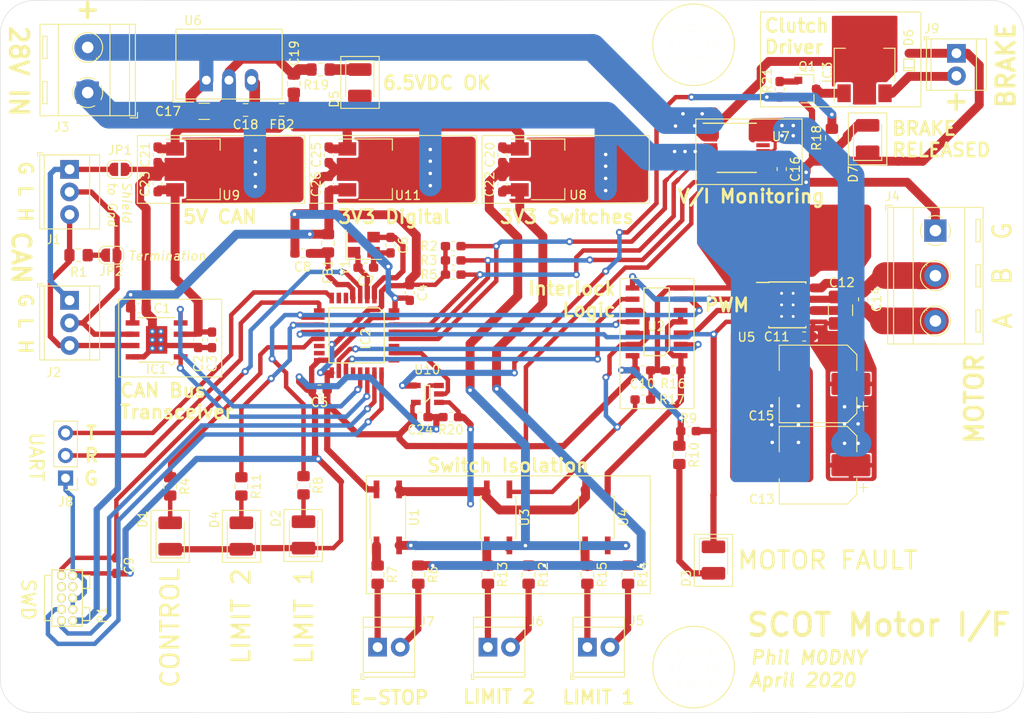
<source format=kicad_pcb>
(kicad_pcb (version 20171130) (host pcbnew 5.1.5-52549c5~86~ubuntu18.04.1)
  (layers (0 F.Cu signal) (31 B.Cu signal) (34 B.Paste user) (35 F.Paste user) (36 B.SilkS user) (37 F.SilkS user) (38 B.Mask user) (39 F.Mask user) (44 Edge.Cuts user))
  (net 0 "")
  (net 1 3v3)
  (net 2 GND)
  (net 3 "/CAN Transceiver/5V_CAN")
  (net 4 "Net-(C6-Pad1)")
  (net 5 "Net-(C7-Pad1)")
  (net 6 "Net-(C8-Pad1)")
  (net 7 "Net-(C9-Pad1)")
  (net 8 /MCU/MOTOR_B)
  (net 9 /MCU/MOTOR_A)
  (net 10 "Net-(C18-Pad1)")
  (net 11 "Net-(D1-Pad2)")
  (net 12 "Net-(D2-Pad2)")
  (net 13 "Net-(D3-Pad2)")
  (net 14 /MCU/nFAULT)
  (net 15 "Net-(D4-Pad2)")
  (net 16 "Net-(D5-Pad1)")
  (net 17 "/CAN Transceiver/CAN_H")
  (net 18 "/CAN Transceiver/CAN_L")
  (net 19 /MCU/CAN_MCU_RX)
  (net 20 /MCU/CAN_MCU_TX)
  (net 21 /MCU/VI_I2C_SDA)
  (net 22 /MCU/VI_I2C_SCL)
  (net 23 /MCU/VI_ALERT)
  (net 24 "Net-(IC2-Pad27)")
  (net 25 "Net-(IC2-Pad25)")
  (net 26 /MCU/SWD_CLK)
  (net 27 /MCU/SWD_IO)
  (net 28 "Net-(IC2-Pad20)")
  (net 29 /MCU/PWM_CH2)
  (net 30 /MCU/PWM_CH1)
  (net 31 "Net-(IC2-Pad15)")
  (net 32 "Net-(IC2-Pad14)")
  (net 33 /MCU/CONTROL_OK)
  (net 34 /MCU/LIMIT_2)
  (net 35 /MCU/LIMIT_1)
  (net 36 /MCU/UART_DEBUG_RX)
  (net 37 /MCU/UART_DEBUG_TX)
  (net 38 "Net-(IC2-Pad7)")
  (net 39 "Net-(IC2-Pad6)")
  (net 40 "Net-(J1-Pad1)")
  (net 41 /MCU/LIMIT_1A)
  (net 42 /MCU/LIMIT_1B)
  (net 43 /MCU/LIMIT_2A)
  (net 44 /MCU/LIMIT_2B)
  (net 45 /MCU/ESTOP_A)
  (net 46 /MCU/ESTOP_B)
  (net 47 "Net-(JP2-Pad2)")
  (net 48 "Net-(P1-Pad8)")
  (net 49 "Net-(P1-Pad7)")
  (net 50 "Net-(P1-Pad6)")
  (net 51 "Net-(R7-Pad1)")
  (net 52 "Net-(R13-Pad1)")
  (net 53 "Net-(R15-Pad1)")
  (net 54 /MCU/LIMIT_2_INPUT)
  (net 55 /MCU/LIMIT_1_INPUT)
  (net 56 /MCU/ESTOP_3V3)
  (net 57 "Net-(U2-Pad8)")
  (net 58 "Net-(U2-Pad3)")
  (net 59 "Net-(U7-Pad13)")
  (net 60 "Net-(Y1-Pad4)")
  (net 61 /MCU/POWER_28V+)
  (net 62 /MCU/nBRAKE)
  (net 63 "Net-(IC3-Pad1)")
  (net 64 /MCU/nBRAKE_DRIVE)
  (net 65 "Net-(Q1-Pad1)")
  (net 66 +3.3VP)
  (net 67 "/Power Supplies/MOTOR_28V+")
  (net 68 "/Power Supplies/6V5_SWREG")
  (net 69 "Net-(D7-Pad2)")
  (net 70 "Net-(R18-Pad1)")
  (module Capacitor_SMD:C_0805_2012Metric_Pad1.15x1.40mm_HandSolder (layer F.Cu) (at 92.5994 55.3212 180)
    (fp_text reference C18 (at 0 -1.65) (layer F.SilkS))
    (fp_text value 4u7/6.5V hide)
    (pad 2 smd roundrect (at 1.025 0 180) (size 1.15 1.4) (layers F.Cu F.Paste F.Mask) (roundrect_rratio 0.217391) (net 2 GND))
    (pad 1 smd roundrect (at -1.025 0 180) (size 1.15 1.4) (layers F.Cu F.Paste F.Mask) (roundrect_rratio 0.217391) (net 10 "Net-(C18-Pad1)"))
  )
  (module Resistor_SMD:R_0805_2012Metric_Pad1.15x1.40mm_HandSolder (layer F.Cu) (at 158.496 58.4618 270)
    (fp_text reference R18 (at 0.009 1.7272 90) (layer F.SilkS))
    (fp_text value 18R hide)
    (pad 2 smd roundrect (at 1.025 0 270) (size 1.15 1.4) (layers F.Cu F.Paste F.Mask) (roundrect_rratio 0.217391) (net 69 "Net-(D7-Pad2)"))
    (pad 1 smd roundrect (at -1.025 0 270) (size 1.15 1.4) (layers F.Cu F.Paste F.Mask) (roundrect_rratio 0.217391) (net 70 "Net-(R18-Pad1)"))
  )
  (module LED_SMD:LED_1210_3225Metric_Pad1.42x2.65mm_HandSolder (layer F.Cu) (at 162.5092 58.5359 90)
    (fp_text reference D7 (at -3.9989 -1.6256 90) (layer F.SilkS))
    (fp_text value LED hide)
    (pad 2 smd roundrect (at 1.4875 0 90) (size 1.425 2.65) (layers F.Cu F.Paste F.Mask) (roundrect_rratio 0.175439) (net 69 "Net-(D7-Pad2)"))
    (pad 1 smd roundrect (at -1.4875 0 90) (size 1.425 2.65) (layers F.Cu F.Paste F.Mask) (roundrect_rratio 0.175439) (net 2 GND))
  )
  (module TerminalBlock_RND:TerminalBlock_RND_205-00288_1x03_P5.08mm_Horizontal (layer F.Cu) (at 170.1292 68.8848 270)
    (fp_text reference J4 (at -3.81 4.826 180) (layer F.SilkS))
    (fp_text value Conn_01x03_Female hide)
    (pad 3 thru_hole circle (at 10.16 0 270) (size 2.5 2.5) (drill 1.3) (layers *.Cu *.Mask) (net 9 /MCU/MOTOR_A))
    (pad 2 thru_hole circle (at 5.08 0 270) (size 2.5 2.5) (drill 1.3) (layers *.Cu *.Mask) (net 8 /MCU/MOTOR_B))
    (pad 1 thru_hole rect (at 0 0 270) (size 2.5 2.5) (drill 1.3) (layers *.Cu *.Mask) (net 2 GND))
  )
  (module TerminalBlock_TE-Connectivity:TerminalBlock_TE_282834-2_1x02_P2.54mm_Horizontal (layer F.Cu) (at 119.8372 115.7384)
    (fp_text reference J6 (at 5.4356 -2.9116) (layer F.SilkS))
    (fp_text value Conn_01x02_Female hide)
    (pad 2 thru_hole circle (at 2.54 0) (size 2.1 2.1) (drill 1.1) (layers *.Cu *.Mask) (net 43 /MCU/LIMIT_2A))
    (pad 1 thru_hole rect (at 0 0) (size 2.1 2.1) (drill 1.1) (layers *.Cu *.Mask) (net 44 /MCU/LIMIT_2B))
  )
  (module Capacitor_SMD:C_1206_3216Metric_Pad1.42x1.75mm_HandSolder (layer F.Cu) (at 87.9491 55.4736)
    (fp_text reference C17 (at -4.064 0) (layer F.SilkS))
    (fp_text value 4u7/50V hide)
    (pad 2 smd roundrect (at 1.4875 0) (size 1.425 1.75) (layers F.Cu F.Paste F.Mask) (roundrect_rratio 0.175439) (net 2 GND))
    (pad 1 smd roundrect (at -1.4875 0) (size 1.425 1.75) (layers F.Cu F.Paste F.Mask) (roundrect_rratio 0.175439) (net 61 /MCU/POWER_28V+))
  )
  (module Package_TO_SOT_SMD:SOT-223-3_TabPin2 (layer F.Cu) (at 107.1876 62.0014)
    (fp_text reference U11 (at 3.658 2.921) (layer F.SilkS))
    (fp_text value MCP1703A-3302_SOT223 hide)
    (pad 1 smd rect (at -3.15 -2.3) (size 2 1.5) (layers F.Cu F.Paste F.Mask) (net 68 "/Power Supplies/6V5_SWREG"))
    (pad 3 smd rect (at -3.15 2.3) (size 2 1.5) (layers F.Cu F.Paste F.Mask) (net 1 3v3))
    (pad 2 smd rect (at -3.15 0) (size 2 1.5) (layers F.Cu F.Paste F.Mask) (net 2 GND))
    (pad 2 smd rect (at 3.15 0) (size 2 3.8) (layers F.Cu F.Paste F.Mask) (net 2 GND))
  )
  (module agg:M3_MOUNT (layer F.Cu) (at 143 48)
    (fp_text reference H2 hide)
    (fp_text value MountingHole hide)
    (pad "" np_thru_hole circle (at 1.8 1.8) (size 0.6 0.6) (drill 0.6) (layers *.Cu *.Mask F.SilkS))
    (pad "" np_thru_hole circle (at -1.8 1.8) (size 0.6 0.6) (drill 0.6) (layers *.Cu *.Mask F.SilkS))
    (pad "" np_thru_hole circle (at 1.8 -1.8) (size 0.6 0.6) (drill 0.6) (layers *.Cu *.Mask F.SilkS))
    (pad "" np_thru_hole circle (at -1.8 -1.8) (size 0.6 0.6) (drill 0.6) (layers *.Cu *.Mask F.SilkS))
    (pad "" np_thru_hole circle (at -2.5 0) (size 0.6 0.6) (drill 0.6) (layers *.Cu *.Mask F.SilkS))
    (pad "" np_thru_hole circle (at 0 2.5) (size 0.6 0.6) (drill 0.6) (layers *.Cu *.Mask F.SilkS))
    (pad "" np_thru_hole circle (at 2.5 0) (size 0.6 0.6) (drill 0.6) (layers *.Cu *.Mask F.SilkS))
    (pad "" np_thru_hole circle (at 0 -2.5) (size 0.6 0.6) (drill 0.6) (layers *.Cu *.Mask F.SilkS))
    (pad "" np_thru_hole circle (at 0 0) (size 3.3 3.3) (drill 3.3) (layers *.Cu *.Mask F.SilkS) (clearance 1.65))
  )
  (module agg:M3_MOUNT (layer F.Cu) (at 143 118)
    (fp_text reference H1 hide)
    (fp_text value MountingHole hide)
    (pad "" np_thru_hole circle (at 1.8 1.8) (size 0.6 0.6) (drill 0.6) (layers *.Cu *.Mask F.SilkS))
    (pad "" np_thru_hole circle (at -1.8 1.8) (size 0.6 0.6) (drill 0.6) (layers *.Cu *.Mask F.SilkS))
    (pad "" np_thru_hole circle (at 1.8 -1.8) (size 0.6 0.6) (drill 0.6) (layers *.Cu *.Mask F.SilkS))
    (pad "" np_thru_hole circle (at -1.8 -1.8) (size 0.6 0.6) (drill 0.6) (layers *.Cu *.Mask F.SilkS))
    (pad "" np_thru_hole circle (at -2.5 0) (size 0.6 0.6) (drill 0.6) (layers *.Cu *.Mask F.SilkS))
    (pad "" np_thru_hole circle (at 0 2.5) (size 0.6 0.6) (drill 0.6) (layers *.Cu *.Mask F.SilkS))
    (pad "" np_thru_hole circle (at 2.5 0) (size 0.6 0.6) (drill 0.6) (layers *.Cu *.Mask F.SilkS))
    (pad "" np_thru_hole circle (at 0 -2.5) (size 0.6 0.6) (drill 0.6) (layers *.Cu *.Mask F.SilkS))
    (pad "" np_thru_hole circle (at 0 0) (size 3.3 3.3) (drill 3.3) (layers *.Cu *.Mask F.SilkS) (clearance 1.65))
  )
  (module Capacitor_SMD:C_0603_1608Metric_Pad1.05x0.95mm_HandSolder (layer F.Cu) (at 101.9556 63.6664 90)
    (fp_text reference C26 (at 0 -1.43 90) (layer F.SilkS))
    (fp_text value 1u/3V3 hide)
    (pad 2 smd roundrect (at 0.875 0 90) (size 1.05 0.95) (layers F.Cu F.Paste F.Mask) (net 2 GND))
    (pad 1 smd roundrect (at -0.875 0 90) (size 1.05 0.95) (layers F.Cu F.Paste F.Mask) (net 1 3v3))
  )
  (module Capacitor_SMD:C_0603_1608Metric_Pad1.05x0.95mm_HandSolder (layer F.Cu) (at 101.9556 60.3644 270)
    (fp_text reference C25 (at 0.014 1.397 90) (layer F.SilkS))
    (fp_text value 1u/6.5V hide)
    (pad 2 smd roundrect (at 0.875 0 270) (size 1.05 0.95) (layers F.Cu F.Paste F.Mask) (net 2 GND))
    (pad 1 smd roundrect (at -0.875 0 270) (size 1.05 0.95) (layers F.Cu F.Paste F.Mask) (net 68 "/Power Supplies/6V5_SWREG"))
  )
  (module agg:SOT-23-5 (layer F.Cu) (at 113.0346 87.2592 180)
    (fp_text reference U10 (at 0.03 2.728) (layer F.SilkS))
    (fp_text value 74AHC1G08 hide)
    (pad 5 smd rect (at 1.3 -0.95 180) (size 1.1 0.6) (layers F.Cu F.Paste F.Mask) (net 1 3v3))
    (pad 4 smd rect (at 1.3 0.95 180) (size 1.1 0.6) (layers F.Cu F.Paste F.Mask) (net 70 "Net-(R18-Pad1)"))
    (pad 3 smd rect (at -1.3 0.95 180) (size 1.1 0.6) (layers F.Cu F.Paste F.Mask) (net 2 GND))
    (pad 2 smd rect (at -1.3 0 180) (size 1.1 0.6) (layers F.Cu F.Paste F.Mask) (net 62 /MCU/nBRAKE))
    (pad 1 smd rect (at -1.3 -0.95 180) (size 1.1 0.6) (layers F.Cu F.Paste F.Mask) (net 56 /MCU/ESTOP_3V3))
  )
  (module Resistor_SMD:R_0603_1608Metric_Pad1.05x0.95mm_HandSolder (layer F.Cu) (at 152.6286 52.9958 270)
    (fp_text reference R21 (at -0.9766 1.397 90) (layer F.SilkS))
    (fp_text value 1K hide)
    (pad 2 smd roundrect (at 0.875 0 270) (size 1.05 0.95) (layers F.Cu F.Paste F.Mask) (net 70 "Net-(R18-Pad1)"))
    (pad 1 smd roundrect (at -0.875 0 270) (size 1.05 0.95) (layers F.Cu F.Paste F.Mask) (net 65 "Net-(Q1-Pad1)"))
  )
  (module Resistor_SMD:R_0603_1608Metric_Pad1.05x0.95mm_HandSolder (layer F.Cu) (at 115.6576 89.8652 180)
    (fp_text reference R20 (at 0 -1.43) (layer F.SilkS))
    (fp_text value 680R hide)
    (pad 2 smd roundrect (at 0.875 0 180) (size 1.05 0.95) (layers F.Cu F.Paste F.Mask) (net 2 GND))
    (pad 1 smd roundrect (at -0.875 0 180) (size 1.05 0.95) (layers F.Cu F.Paste F.Mask) (net 56 /MCU/ESTOP_3V3))
  )
  (module Capacitor_SMD:C_0603_1608Metric_Pad1.05x0.95mm_HandSolder (layer F.Cu) (at 112.2286 89.8652 180)
    (fp_text reference C24 (at 0 -1.43) (layer F.SilkS))
    (fp_text value 100n/3V3 hide)
    (pad 2 smd roundrect (at 0.875 0 180) (size 1.05 0.95) (layers F.Cu F.Paste F.Mask) (net 1 3v3))
    (pad 1 smd roundrect (at -0.875 0 180) (size 1.05 0.95) (layers F.Cu F.Paste F.Mask) (net 2 GND))
  )
  (module agg:SOD-323 (layer F.Cu) (at 167.1574 50.2458 90)
    (fp_text reference D6 (at 3.0526 -0.0254 90) (layer F.SilkS))
    (fp_text value SS16HE hide)
    (pad 2 smd rect (at 1.3 0 90) (size 0.9 0.5) (layers F.Cu F.Paste F.Mask) (net 2 GND))
    (pad 1 smd rect (at -1.3 0 90) (size 0.9 0.5) (layers F.Cu F.Paste F.Mask) (net 64 /MCU/nBRAKE_DRIVE))
  )
  (module Package_TO_SOT_SMD:SOT-23 (layer F.Cu) (at 155.718 52.9336)
    (fp_text reference Q1 (at 0 -2.5) (layer F.SilkS))
    (fp_text value BC817 hide)
    (pad 3 smd rect (at 1 0) (size 0.9 0.8) (layers F.Cu F.Paste F.Mask) (net 63 "Net-(IC3-Pad1)"))
    (pad 2 smd rect (at -1 0.95) (size 0.9 0.8) (layers F.Cu F.Paste F.Mask) (net 2 GND))
    (pad 1 smd rect (at -1 -0.95) (size 0.9 0.8) (layers F.Cu F.Paste F.Mask) (net 65 "Net-(Q1-Pad1)"))
  )
  (module TerminalBlock_TE-Connectivity:TerminalBlock_TE_282834-2_1x02_P2.54mm_Horizontal (layer F.Cu) (at 172.4914 48.9458 270)
    (fp_text reference J9 (at -2.7686 2.7686 180) (layer F.SilkS))
    (fp_text value Conn_01x02_Female hide)
    (pad 2 thru_hole circle (at 2.54 0 270) (size 2.1 2.1) (drill 1.1) (layers *.Cu *.Mask) (net 64 /MCU/nBRAKE_DRIVE))
    (pad 1 thru_hole rect (at 0 0 270) (size 2.1 2.1) (drill 1.1) (layers *.Cu *.Mask) (net 2 GND))
  )
  (module Package_TO_SOT_SMD:SOT-223-3_TabPin2 (layer F.Cu) (at 162.165 50.2916 90)
    (fp_text reference IC3 (at -0.8132 -4.177 90) (layer F.SilkS))
    (fp_text value NCV8450A hide)
    (pad 1 smd rect (at -3.15 -2.3 90) (size 2 1.5) (layers F.Cu F.Paste F.Mask) (net 63 "Net-(IC3-Pad1)"))
    (pad 3 smd rect (at -3.15 2.3 90) (size 2 1.5) (layers F.Cu F.Paste F.Mask) (net 64 /MCU/nBRAKE_DRIVE))
    (pad 2 smd rect (at -3.15 0 90) (size 2 1.5) (layers F.Cu F.Paste F.Mask) (net 61 /MCU/POWER_28V+))
    (pad 2 smd rect (at 3.15 0 90) (size 2 3.8) (layers F.Cu F.Paste F.Mask) (net 61 /MCU/POWER_28V+))
  )
  (module Crystal:Crystal_SMD_Abracon_ABM8G-4Pin_3.2x2.5mm (layer F.Cu) (at 105.8848 70.4714)
    (fp_text reference Y1 (at -2.075 2.579 90) (layer F.SilkS))
    (fp_text value Crystal_GND24 hide)
    (pad 4 smd rect (at -1.1 -0.85) (size 1.4 1.2) (layers F.Cu F.Paste F.Mask) (net 60 "Net-(Y1-Pad4)"))
    (pad 3 smd rect (at 1.1 -0.85) (size 1.4 1.2) (layers F.Cu F.Paste F.Mask) (net 4 "Net-(C6-Pad1)"))
    (pad 2 smd rect (at 1.1 0.85) (size 1.4 1.2) (layers F.Cu F.Paste F.Mask) (net 2 GND))
    (pad 1 smd rect (at -1.1 0.85) (size 1.4 1.2) (layers F.Cu F.Paste F.Mask) (net 5 "Net-(C7-Pad1)"))
  )
  (module Package_TO_SOT_SMD:SOT-223-3_TabPin2 (layer F.Cu) (at 87.8328 62.0014)
    (fp_text reference U9 (at 3.15 2.921) (layer F.SilkS))
    (fp_text value MCP1703A-5002_SOT223 hide)
    (pad 1 smd rect (at -3.15 -2.3) (size 2 1.5) (layers F.Cu F.Paste F.Mask) (net 68 "/Power Supplies/6V5_SWREG"))
    (pad 3 smd rect (at -3.15 2.3) (size 2 1.5) (layers F.Cu F.Paste F.Mask) (net 3 "/CAN Transceiver/5V_CAN"))
    (pad 2 smd rect (at -3.15 0) (size 2 1.5) (layers F.Cu F.Paste F.Mask) (net 2 GND))
    (pad 2 smd rect (at 3.15 0) (size 2 3.8) (layers F.Cu F.Paste F.Mask) (net 2 GND))
  )
  (module Package_TO_SOT_SMD:SOT-223-3_TabPin2 (layer F.Cu) (at 126.5678 62.0014)
    (fp_text reference U8 (at 3.404 2.8956) (layer F.SilkS))
    (fp_text value MCP1703A-3302_SOT223 hide)
    (pad 1 smd rect (at -3.15 -2.3) (size 2 1.5) (layers F.Cu F.Paste F.Mask) (net 68 "/Power Supplies/6V5_SWREG"))
    (pad 3 smd rect (at -3.15 2.3) (size 2 1.5) (layers F.Cu F.Paste F.Mask) (net 66 +3.3VP))
    (pad 2 smd rect (at -3.15 0) (size 2 1.5) (layers F.Cu F.Paste F.Mask) (net 2 GND))
    (pad 2 smd rect (at 3.15 0) (size 2 3.8) (layers F.Cu F.Paste F.Mask) (net 2 GND))
  )
  (module Package_SO:TSSOP-16_4.4x5mm_P0.65mm (layer F.Cu) (at 147.8026 59.6138)
    (fp_text reference U7 (at 4.953 -1.2954) (layer F.SilkS))
    (fp_text value INA260 hide)
    (pad 16 smd rect (at 2.95 -2.275) (size 1.5 0.45) (layers F.Cu F.Paste F.Mask) (net 67 "/Power Supplies/MOTOR_28V+"))
    (pad 15 smd rect (at 2.95 -1.625) (size 1.5 0.45) (layers F.Cu F.Paste F.Mask) (net 67 "/Power Supplies/MOTOR_28V+"))
    (pad 14 smd rect (at 2.95 -0.975) (size 1.5 0.45) (layers F.Cu F.Paste F.Mask) (net 67 "/Power Supplies/MOTOR_28V+"))
    (pad 13 smd rect (at 2.95 -0.325) (size 1.5 0.45) (layers F.Cu F.Paste F.Mask) (net 59 "Net-(U7-Pad13)"))
    (pad 12 smd rect (at 2.95 0.325) (size 1.5 0.45) (layers F.Cu F.Paste F.Mask) (net 67 "/Power Supplies/MOTOR_28V+"))
    (pad 11 smd rect (at 2.95 0.975) (size 1.5 0.45) (layers F.Cu F.Paste F.Mask) (net 2 GND))
    (pad 10 smd rect (at 2.95 1.625) (size 1.5 0.45) (layers F.Cu F.Paste F.Mask) (net 1 3v3))
    (pad 9 smd rect (at 2.95 2.275) (size 1.5 0.45) (layers F.Cu F.Paste F.Mask) (net 22 /MCU/VI_I2C_SCL))
    (pad 8 smd rect (at -2.95 2.275) (size 1.5 0.45) (layers F.Cu F.Paste F.Mask) (net 21 /MCU/VI_I2C_SDA))
    (pad 7 smd rect (at -2.95 1.625) (size 1.5 0.45) (layers F.Cu F.Paste F.Mask) (net 23 /MCU/VI_ALERT))
    (pad 6 smd rect (at -2.95 0.975) (size 1.5 0.45) (layers F.Cu F.Paste F.Mask) (net 2 GND))
    (pad 5 smd rect (at -2.95 0.325) (size 1.5 0.45) (layers F.Cu F.Paste F.Mask) (net 2 GND))
    (pad 4 smd rect (at -2.95 -0.325) (size 1.5 0.45) (layers F.Cu F.Paste F.Mask) (net 2 GND))
    (pad 3 smd rect (at -2.95 -0.975) (size 1.5 0.45) (layers F.Cu F.Paste F.Mask) (net 61 /MCU/POWER_28V+))
    (pad 2 smd rect (at -2.95 -1.625) (size 1.5 0.45) (layers F.Cu F.Paste F.Mask) (net 61 /MCU/POWER_28V+))
    (pad 1 smd rect (at -2.95 -2.275) (size 1.5 0.45) (layers F.Cu F.Paste F.Mask) (net 61 /MCU/POWER_28V+))
  )
  (module Converter_DCDC:Converter_DCDC_TRACO_TSR-1_THT (layer F.Cu) (at 88.1888 51.9684)
    (fp_text reference U6 (at -1.5 -6.71) (layer F.SilkS))
    (fp_text value TSR_1-2465 hide)
    (pad 3 thru_hole oval (at 5.08 0) (size 1.5 2.5) (drill 1) (layers *.Cu *.Mask) (net 10 "Net-(C18-Pad1)"))
    (pad 2 thru_hole oval (at 2.54 0) (size 1.5 2.5) (drill 1) (layers *.Cu *.Mask) (net 2 GND))
    (pad 1 thru_hole rect (at 0 0) (size 1.5 2.5) (drill 1) (layers *.Cu *.Mask) (net 61 /MCU/POWER_28V+))
  )
  (module Package_SO:Texas_HTSOP-8-1EP_3.9x4.9mm_P1.27mm_EP2.95x4.9mm_Mask2.4x3.1mm_ThermalVias (layer F.Cu) (at 153.4922 77.2414)
    (fp_text reference U5 (at -4.5974 3.6322) (layer F.SilkS))
    (fp_text value DRV8872DDA hide)
    (pad 9 thru_hole circle (at 0.65 1.3) (size 0.63 0.63) (drill 0.33) (layers *.Cu *.Mask) (net 2 GND))
    (pad 9 thru_hole circle (at -0.65 1.3) (size 0.63 0.63) (drill 0.33) (layers *.Cu *.Mask) (net 2 GND))
    (pad 9 thru_hole circle (at 0.65 -1.3) (size 0.63 0.63) (drill 0.33) (layers *.Cu *.Mask) (net 2 GND))
    (pad 9 thru_hole circle (at 0.65 0) (size 0.63 0.63) (drill 0.33) (layers *.Cu *.Mask) (net 2 GND))
    (pad 9 thru_hole circle (at -0.65 0) (size 0.63 0.63) (drill 0.33) (layers *.Cu *.Mask) (net 2 GND))
    (pad 9 thru_hole circle (at -0.65 -1.3) (size 0.63 0.63) (drill 0.33) (layers *.Cu *.Mask) (net 2 GND))
    (pad 9 smd rect (at 0 0) (size 2.95 4.9) (layers F.Cu) (net 2 GND))
    (pad 8 smd rect (at 2.875 -1.905) (size 2.2 0.5) (layers F.Cu F.Paste F.Mask) (net 8 /MCU/MOTOR_B))
    (pad 7 smd rect (at 2.875 -0.635) (size 2.2 0.5) (layers F.Cu F.Paste F.Mask) (net 2 GND))
    (pad 6 smd rect (at 2.875 0.635) (size 2.2 0.5) (layers F.Cu F.Paste F.Mask) (net 9 /MCU/MOTOR_A))
    (pad 5 smd rect (at 2.875 1.905) (size 2.2 0.5) (layers F.Cu F.Paste F.Mask) (net 67 "/Power Supplies/MOTOR_28V+"))
    (pad 4 smd rect (at -2.875 1.905) (size 2.2 0.5) (layers F.Cu F.Paste F.Mask) (net 14 /MCU/nFAULT))
    (pad 3 smd rect (at -2.875 0.635) (size 2.2 0.5) (layers F.Cu F.Paste F.Mask) (net 58 "Net-(U2-Pad3)"))
    (pad 2 smd rect (at -2.875 -0.635) (size 2.2 0.5) (layers F.Cu F.Paste F.Mask) (net 57 "Net-(U2-Pad8)"))
    (pad 1 smd rect (at -2.875 -1.905) (size 2.2 0.5) (layers F.Cu F.Paste F.Mask) (net 2 GND))
    (pad 9 smd rect (at 0 0) (size 2.6 3.3) (layers B.Cu) (net 2 GND))
  )
  (module Package_SO:SO-4_4.4x3.6mm_P2.54mm (layer F.Cu) (at 132.0292 101.1424 90)
    (fp_text reference U4 (at 0 3.048 90) (layer F.SilkS))
    (fp_text value LTV-357T hide)
    (pad 4 smd rect (at 3.15 -1.27 90) (size 2 0.64) (layers F.Cu F.Paste F.Mask) (net 56 /MCU/ESTOP_3V3))
    (pad 3 smd rect (at 3.15 1.27 90) (size 2 0.64) (layers F.Cu F.Paste F.Mask) (net 55 /MCU/LIMIT_1_INPUT))
    (pad 2 smd rect (at -3.15 1.27 90) (size 2 0.64) (layers F.Cu F.Paste F.Mask) (net 2 GND))
    (pad 1 smd rect (at -3.15 -1.27 90) (size 2 0.64) (layers F.Cu F.Paste F.Mask) (net 53 "Net-(R15-Pad1)"))
  )
  (module Package_SO:SO-4_4.4x3.6mm_P2.54mm (layer F.Cu) (at 120.9802 101.1424 90)
    (fp_text reference U3 (at -0.0004 2.9718 90) (layer F.SilkS))
    (fp_text value LTV-357T hide)
    (pad 4 smd rect (at 3.15 -1.27 90) (size 2 0.64) (layers F.Cu F.Paste F.Mask) (net 56 /MCU/ESTOP_3V3))
    (pad 3 smd rect (at 3.15 1.27 90) (size 2 0.64) (layers F.Cu F.Paste F.Mask) (net 54 /MCU/LIMIT_2_INPUT))
    (pad 2 smd rect (at -3.15 1.27 90) (size 2 0.64) (layers F.Cu F.Paste F.Mask) (net 2 GND))
    (pad 1 smd rect (at -3.15 -1.27 90) (size 2 0.64) (layers F.Cu F.Paste F.Mask) (net 52 "Net-(R13-Pad1)"))
  )
  (module agg:SOIC-14 (layer F.Cu) (at 138.7932 79.1464 180)
    (fp_text reference U2 (at 0.033 -0.508) (layer F.SilkS))
    (fp_text value 74HC00 hide)
    (pad 14 smd rect (at 2.7 -3.81 180) (size 1.55 0.6) (layers F.Cu F.Paste F.Mask) (net 1 3v3))
    (pad 13 smd rect (at 2.7 -2.54 180) (size 1.55 0.6) (layers F.Cu F.Paste F.Mask) (net 54 /MCU/LIMIT_2_INPUT))
    (pad 12 smd rect (at 2.7 -1.27 180) (size 1.55 0.6) (layers F.Cu F.Paste F.Mask) (net 54 /MCU/LIMIT_2_INPUT))
    (pad 11 smd rect (at 2.7 0 180) (size 1.55 0.6) (layers F.Cu F.Paste F.Mask) (net 34 /MCU/LIMIT_2))
    (pad 10 smd rect (at 2.7 1.27 180) (size 1.55 0.6) (layers F.Cu F.Paste F.Mask) (net 54 /MCU/LIMIT_2_INPUT))
    (pad 9 smd rect (at 2.7 2.54 180) (size 1.55 0.6) (layers F.Cu F.Paste F.Mask) (net 29 /MCU/PWM_CH2))
    (pad 8 smd rect (at 2.7 3.81 180) (size 1.55 0.6) (layers F.Cu F.Paste F.Mask) (net 57 "Net-(U2-Pad8)"))
    (pad 7 smd rect (at -2.7 3.81 180) (size 1.55 0.6) (layers F.Cu F.Paste F.Mask) (net 2 GND))
    (pad 6 smd rect (at -2.7 2.54 180) (size 1.55 0.6) (layers F.Cu F.Paste F.Mask) (net 35 /MCU/LIMIT_1))
    (pad 5 smd rect (at -2.7 1.27 180) (size 1.55 0.6) (layers F.Cu F.Paste F.Mask) (net 55 /MCU/LIMIT_1_INPUT))
    (pad 4 smd rect (at -2.7 0 180) (size 1.55 0.6) (layers F.Cu F.Paste F.Mask) (net 55 /MCU/LIMIT_1_INPUT))
    (pad 3 smd rect (at -2.7 -1.27 180) (size 1.55 0.6) (layers F.Cu F.Paste F.Mask) (net 58 "Net-(U2-Pad3)"))
    (pad 2 smd rect (at -2.7 -2.54 180) (size 1.55 0.6) (layers F.Cu F.Paste F.Mask) (net 30 /MCU/PWM_CH1))
    (pad 1 smd rect (at -2.7 -3.81 180) (size 1.55 0.6) (layers F.Cu F.Paste F.Mask) (net 55 /MCU/LIMIT_1_INPUT))
  )
  (module Package_SO:SO-4_4.4x3.6mm_P2.54mm (layer F.Cu) (at 108.585 101.1424 90)
    (fp_text reference U1 (at -0.0004 2.9718 90) (layer F.SilkS))
    (fp_text value LTV-357T hide)
    (pad 4 smd rect (at 3.15 -1.27 90) (size 2 0.64) (layers F.Cu F.Paste F.Mask) (net 1 3v3))
    (pad 3 smd rect (at 3.15 1.27 90) (size 2 0.64) (layers F.Cu F.Paste F.Mask) (net 56 /MCU/ESTOP_3V3))
    (pad 2 smd rect (at -3.15 1.27 90) (size 2 0.64) (layers F.Cu F.Paste F.Mask) (net 2 GND))
    (pad 1 smd rect (at -3.15 -1.27 90) (size 2 0.64) (layers F.Cu F.Paste F.Mask) (net 51 "Net-(R7-Pad1)"))
  )
  (module Resistor_SMD:R_0805_2012Metric_Pad1.15x1.40mm_HandSolder (layer F.Cu) (at 101.0322 50.7746 180)
    (fp_text reference R19 (at 0.499 -1.7272) (layer F.SilkS))
    (fp_text value R hide)
    (pad 2 smd roundrect (at 1.025 0 180) (size 1.15 1.4) (layers F.Cu F.Paste F.Mask) (roundrect_rratio 0.217391) (net 2 GND))
    (pad 1 smd roundrect (at -1.025 0 180) (size 1.15 1.4) (layers F.Cu F.Paste F.Mask) (roundrect_rratio 0.217391) (net 16 "Net-(D5-Pad1)"))
  )
  (module Resistor_SMD:R_0603_1608Metric_Pad1.05x0.95mm_HandSolder (layer F.Cu) (at 137.2502 87.884)
    (fp_text reference R17 (at 3.2626 0) (layer F.SilkS))
    (fp_text value 680R hide)
    (pad 2 smd roundrect (at 0.875 0) (size 1.05 0.95) (layers F.Cu F.Paste F.Mask) (net 2 GND))
    (pad 1 smd roundrect (at -0.875 0) (size 1.05 0.95) (layers F.Cu F.Paste F.Mask) (net 54 /MCU/LIMIT_2_INPUT))
  )
  (module Resistor_SMD:R_0603_1608Metric_Pad1.05x0.95mm_HandSolder (layer F.Cu) (at 140.6512 84.6074 180)
    (fp_text reference R16 (at 0 -1.4986) (layer F.SilkS))
    (fp_text value 680R hide)
    (pad 2 smd roundrect (at 0.875 0 180) (size 1.05 0.95) (layers F.Cu F.Paste F.Mask) (net 2 GND))
    (pad 1 smd roundrect (at -0.875 0 180) (size 1.05 0.95) (layers F.Cu F.Paste F.Mask) (net 55 /MCU/LIMIT_1_INPUT))
  )
  (module Resistor_SMD:R_0805_2012Metric_Pad1.15x1.40mm_HandSolder (layer F.Cu) (at 131.0132 107.58 270)
    (fp_text reference R15 (at 0 -1.65 90) (layer F.SilkS))
    (fp_text value 47R hide)
    (pad 2 smd roundrect (at 1.025 0 270) (size 1.15 1.4) (layers F.Cu F.Paste F.Mask) (roundrect_rratio 0.217391) (net 42 /MCU/LIMIT_1B))
    (pad 1 smd roundrect (at -1.025 0 270) (size 1.15 1.4) (layers F.Cu F.Paste F.Mask) (roundrect_rratio 0.217391) (net 53 "Net-(R15-Pad1)"))
  )
  (module Resistor_SMD:R_0805_2012Metric_Pad1.15x1.40mm_HandSolder (layer F.Cu) (at 135.5852 107.58 270)
    (fp_text reference R14 (at 0 -1.65 90) (layer F.SilkS))
    (fp_text value 47R hide)
    (pad 2 smd roundrect (at 1.025 0 270) (size 1.15 1.4) (layers F.Cu F.Paste F.Mask) (roundrect_rratio 0.217391) (net 41 /MCU/LIMIT_1A))
    (pad 1 smd roundrect (at -1.025 0 270) (size 1.15 1.4) (layers F.Cu F.Paste F.Mask) (roundrect_rratio 0.217391) (net 66 +3.3VP))
  )
  (module Resistor_SMD:R_0805_2012Metric_Pad1.15x1.40mm_HandSolder (layer F.Cu) (at 119.8372 107.58 270)
    (fp_text reference R13 (at 0 -1.65 90) (layer F.SilkS))
    (fp_text value 47R hide)
    (pad 2 smd roundrect (at 1.025 0 270) (size 1.15 1.4) (layers F.Cu F.Paste F.Mask) (roundrect_rratio 0.217391) (net 44 /MCU/LIMIT_2B))
    (pad 1 smd roundrect (at -1.025 0 270) (size 1.15 1.4) (layers F.Cu F.Paste F.Mask) (roundrect_rratio 0.217391) (net 52 "Net-(R13-Pad1)"))
  )
  (module Resistor_SMD:R_0805_2012Metric_Pad1.15x1.40mm_HandSolder (layer F.Cu) (at 124.4092 107.58 270)
    (fp_text reference R12 (at 0 -1.65 90) (layer F.SilkS))
    (fp_text value 47R hide)
    (pad 2 smd roundrect (at 1.025 0 270) (size 1.15 1.4) (layers F.Cu F.Paste F.Mask) (roundrect_rratio 0.217391) (net 43 /MCU/LIMIT_2A))
    (pad 1 smd roundrect (at -1.025 0 270) (size 1.15 1.4) (layers F.Cu F.Paste F.Mask) (roundrect_rratio 0.217391) (net 66 +3.3VP))
  )
  (module Resistor_SMD:R_0805_2012Metric_Pad1.15x1.40mm_HandSolder (layer F.Cu) (at 92.1258 97.654 270)
    (fp_text reference R11 (at 0 -1.65 90) (layer F.SilkS))
    (fp_text value 62R hide)
    (pad 2 smd roundrect (at 1.025 0 270) (size 1.15 1.4) (layers F.Cu F.Paste F.Mask) (roundrect_rratio 0.217391) (net 15 "Net-(D4-Pad2)"))
    (pad 1 smd roundrect (at -1.025 0 270) (size 1.15 1.4) (layers F.Cu F.Paste F.Mask) (roundrect_rratio 0.217391) (net 34 /MCU/LIMIT_2))
  )
  (module Resistor_SMD:R_0805_2012Metric_Pad1.15x1.40mm_HandSolder (layer F.Cu) (at 141.351 94.116 270)
    (fp_text reference R10 (at 0 -1.65 90) (layer F.SilkS))
    (fp_text value 62R hide)
    (pad 2 smd roundrect (at 1.025 0 270) (size 1.15 1.4) (layers F.Cu F.Paste F.Mask) (roundrect_rratio 0.217391) (net 13 "Net-(D3-Pad2)"))
    (pad 1 smd roundrect (at -1.025 0 270) (size 1.15 1.4) (layers F.Cu F.Paste F.Mask) (roundrect_rratio 0.217391) (net 1 3v3))
  )
  (module Resistor_SMD:R_0603_1608Metric_Pad1.05x0.95mm_HandSolder (layer F.Cu) (at 142.381 91.44)
    (fp_text reference R9 (at 0 -1.43) (layer F.SilkS))
    (fp_text value 1K hide)
    (pad 2 smd roundrect (at 0.875 0) (size 1.05 0.95) (layers F.Cu F.Paste F.Mask) (net 14 /MCU/nFAULT))
    (pad 1 smd roundrect (at -0.875 0) (size 1.05 0.95) (layers F.Cu F.Paste F.Mask) (net 1 3v3))
  )
  (module Resistor_SMD:R_0805_2012Metric_Pad1.15x1.40mm_HandSolder (layer F.Cu) (at 99.1108 97.527 270)
    (fp_text reference R8 (at 0 -1.65 90) (layer F.SilkS))
    (fp_text value 62R hide)
    (pad 2 smd roundrect (at 1.025 0 270) (size 1.15 1.4) (layers F.Cu F.Paste F.Mask) (roundrect_rratio 0.217391) (net 12 "Net-(D2-Pad2)"))
    (pad 1 smd roundrect (at -1.025 0 270) (size 1.15 1.4) (layers F.Cu F.Paste F.Mask) (roundrect_rratio 0.217391) (net 35 /MCU/LIMIT_1))
  )
  (module Resistor_SMD:R_0805_2012Metric_Pad1.15x1.40mm_HandSolder (layer F.Cu) (at 107.442 107.58 270)
    (fp_text reference R7 (at 0 -1.65 90) (layer F.SilkS))
    (fp_text value 47R hide)
    (pad 2 smd roundrect (at 1.025 0 270) (size 1.15 1.4) (layers F.Cu F.Paste F.Mask) (roundrect_rratio 0.217391) (net 46 /MCU/ESTOP_B))
    (pad 1 smd roundrect (at -1.025 0 270) (size 1.15 1.4) (layers F.Cu F.Paste F.Mask) (roundrect_rratio 0.217391) (net 51 "Net-(R7-Pad1)"))
  )
  (module Resistor_SMD:R_0805_2012Metric_Pad1.15x1.40mm_HandSolder (layer F.Cu) (at 112.014 107.58 270)
    (fp_text reference R6 (at 0 -1.65 90) (layer F.SilkS))
    (fp_text value 47R hide)
    (pad 2 smd roundrect (at 1.025 0 270) (size 1.15 1.4) (layers F.Cu F.Paste F.Mask) (roundrect_rratio 0.217391) (net 45 /MCU/ESTOP_A))
    (pad 1 smd roundrect (at -1.025 0 270) (size 1.15 1.4) (layers F.Cu F.Paste F.Mask) (roundrect_rratio 0.217391) (net 66 +3.3VP))
  )
  (module Resistor_SMD:R_0603_1608Metric_Pad1.05x0.95mm_HandSolder (layer F.Cu) (at 115.9396 73.8378 180)
    (fp_text reference R5 (at 2.7292 0) (layer F.SilkS))
    (fp_text value 4K7 hide)
    (pad 2 smd roundrect (at 0.875 0 180) (size 1.05 0.95) (layers F.Cu F.Paste F.Mask) (net 1 3v3))
    (pad 1 smd roundrect (at -0.875 0 180) (size 1.05 0.95) (layers F.Cu F.Paste F.Mask) (net 21 /MCU/VI_I2C_SDA))
  )
  (module Resistor_SMD:R_0805_2012Metric_Pad1.15x1.40mm_HandSolder (layer F.Cu) (at 84.1248 97.654 270)
    (fp_text reference R4 (at 0 -1.65 90) (layer F.SilkS))
    (fp_text value 18R hide)
    (pad 2 smd roundrect (at 1.025 0 270) (size 1.15 1.4) (layers F.Cu F.Paste F.Mask) (roundrect_rratio 0.217391) (net 11 "Net-(D1-Pad2)"))
    (pad 1 smd roundrect (at -1.025 0 270) (size 1.15 1.4) (layers F.Cu F.Paste F.Mask) (roundrect_rratio 0.217391) (net 33 /MCU/CONTROL_OK))
  )
  (module Resistor_SMD:R_0603_1608Metric_Pad1.05x0.95mm_HandSolder (layer F.Cu) (at 115.9396 72.2376 180)
    (fp_text reference R3 (at 2.7572 0) (layer F.SilkS))
    (fp_text value 4K7 hide)
    (pad 2 smd roundrect (at 0.875 0 180) (size 1.05 0.95) (layers F.Cu F.Paste F.Mask) (net 1 3v3))
    (pad 1 smd roundrect (at -0.875 0 180) (size 1.05 0.95) (layers F.Cu F.Paste F.Mask) (net 22 /MCU/VI_I2C_SCL))
  )
  (module Resistor_SMD:R_0603_1608Metric_Pad1.05x0.95mm_HandSolder (layer F.Cu) (at 115.9396 70.6374 180)
    (fp_text reference R2 (at 2.7292 0) (layer F.SilkS))
    (fp_text value 4K7 hide)
    (pad 2 smd roundrect (at 0.875 0 180) (size 1.05 0.95) (layers F.Cu F.Paste F.Mask) (net 1 3v3))
    (pad 1 smd roundrect (at -0.875 0 180) (size 1.05 0.95) (layers F.Cu F.Paste F.Mask) (net 23 /MCU/VI_ALERT))
  )
  (module Resistor_SMD:R_0805_2012Metric_Pad1.15x1.40mm_HandSolder (layer F.Cu) (at 73.8288 71.6534)
    (fp_text reference R1 (at 0.009 1.905) (layer F.SilkS))
    (fp_text value 120R hide)
    (pad 2 smd roundrect (at 1.025 0) (size 1.15 1.4) (layers F.Cu F.Paste F.Mask) (roundrect_rratio 0.217391) (net 47 "Net-(JP2-Pad2)"))
    (pad 1 smd roundrect (at -1.025 0) (size 1.15 1.4) (layers F.Cu F.Paste F.Mask) (roundrect_rratio 0.217391) (net 17 "/CAN Transceiver/CAN_H"))
  )
  (module agg:FTSH-105-01-F-D-K (layer F.Cu) (at 72.5424 110.2106 90)
    (fp_text reference P1 (at -1.905 3.937 90) (layer F.SilkS))
    (fp_text value SWD hide)
    (pad 10 thru_hole circle (at 2.54 -0.635 90) (size 1.016 1.016) (drill 0.635) (layers *.Cu *.Mask F.SilkS) (net 7 "Net-(C9-Pad1)"))
    (pad 9 thru_hole circle (at 2.54 0.635 90) (size 1.016 1.016) (drill 0.635) (layers *.Cu *.Mask F.SilkS) (net 2 GND))
    (pad 8 thru_hole circle (at 1.27 -0.635 90) (size 1.016 1.016) (drill 0.635) (layers *.Cu *.Mask F.SilkS) (net 48 "Net-(P1-Pad8)"))
    (pad 7 thru_hole circle (at 1.27 0.635 90) (size 1.016 1.016) (drill 0.635) (layers *.Cu *.Mask F.SilkS) (net 49 "Net-(P1-Pad7)"))
    (pad 6 thru_hole circle (at 0 -0.635 90) (size 1.016 1.016) (drill 0.635) (layers *.Cu *.Mask F.SilkS) (net 50 "Net-(P1-Pad6)"))
    (pad 5 thru_hole circle (at 0 0.635 90) (size 1.016 1.016) (drill 0.635) (layers *.Cu *.Mask F.SilkS) (net 2 GND))
    (pad 4 thru_hole circle (at -1.27 -0.635 90) (size 1.016 1.016) (drill 0.635) (layers *.Cu *.Mask F.SilkS) (net 26 /MCU/SWD_CLK))
    (pad 3 thru_hole circle (at -1.27 0.635 90) (size 1.016 1.016) (drill 0.635) (layers *.Cu *.Mask F.SilkS) (net 2 GND))
    (pad 2 thru_hole circle (at -2.54 -0.635 90) (size 1.016 1.016) (drill 0.635) (layers *.Cu *.Mask F.SilkS) (net 27 /MCU/SWD_IO))
    (pad 1 thru_hole circle (at -2.54 0.635 90) (size 1.016 1.016) (drill 0.635) (layers *.Cu *.Mask F.SilkS) (net 1 3v3))
  )
  (module Jumper:SolderJumper-2_P1.3mm_Open_RoundedPad1.0x1.5mm (layer F.Cu) (at 77.5058 71.6534 180)
    (fp_text reference JP2 (at 0 -1.8) (layer F.SilkS))
    (fp_text value SolderJumper_2_Open hide)
    (pad 2 smd custom (at 0.65 0 180) (size 1 0.5) (layers F.Cu F.Mask) (net 47 "Net-(JP2-Pad2)") (options (clearance outline) (anchor rect)) (primitives (gr_circle (center 0 0.25) (end 0.5 0.25) (width 0)) (gr_circle (center 0 -0.25) (end 0.5 -0.25) (width 0)) (gr_poly (pts (xy 0 -0.75) (xy -0.5 -0.75) (xy -0.5 0.75) (xy 0 0.75)) (width 0))))
    (pad 1 smd custom (at -0.65 0 180) (size 1 0.5) (layers F.Cu F.Mask) (net 18 "/CAN Transceiver/CAN_L") (options (clearance outline) (anchor rect)) (primitives (gr_circle (center 0 0.25) (end 0.5 0.25) (width 0)) (gr_circle (center 0 -0.25) (end 0.5 -0.25) (width 0)) (gr_poly (pts (xy 0 -0.75) (xy 0.5 -0.75) (xy 0.5 0.75) (xy 0 0.75)) (width 0))))
  )
  (module Jumper:SolderJumper-2_P1.3mm_Open_RoundedPad1.0x1.5mm (layer F.Cu) (at 78.4248 62.0014)
    (fp_text reference JP1 (at 0.0612 -2.159) (layer F.SilkS))
    (fp_text value SolderJumper_2_Open hide)
    (pad 2 smd custom (at 0.65 0) (size 1 0.5) (layers F.Cu F.Mask) (net 2 GND) (options (clearance outline) (anchor rect)) (primitives (gr_circle (center 0 0.25) (end 0.5 0.25) (width 0)) (gr_circle (center 0 -0.25) (end 0.5 -0.25) (width 0)) (gr_poly (pts (xy 0 -0.75) (xy -0.5 -0.75) (xy -0.5 0.75) (xy 0 0.75)) (width 0))))
    (pad 1 smd custom (at -0.65 0) (size 1 0.5) (layers F.Cu F.Mask) (net 40 "Net-(J1-Pad1)") (options (clearance outline) (anchor rect)) (primitives (gr_circle (center 0 0.25) (end 0.5 0.25) (width 0)) (gr_circle (center 0 -0.25) (end 0.5 -0.25) (width 0)) (gr_poly (pts (xy 0 -0.75) (xy 0.5 -0.75) (xy 0.5 0.75) (xy 0 0.75)) (width 0))))
  )
  (module Connector_PinHeader_2.54mm:PinHeader_1x03_P2.54mm_Vertical (layer F.Cu) (at 72.3646 96.7232 180)
    (fp_text reference J8 (at -0.0254 -2.667) (layer F.SilkS))
    (fp_text value Conn_01x03_Male hide)
    (pad 3 thru_hole oval (at 0 5.08 180) (size 1.7 1.7) (drill 1) (layers *.Cu *.Mask) (net 37 /MCU/UART_DEBUG_TX))
    (pad 2 thru_hole oval (at 0 2.54 180) (size 1.7 1.7) (drill 1) (layers *.Cu *.Mask) (net 36 /MCU/UART_DEBUG_RX))
    (pad 1 thru_hole rect (at 0 0 180) (size 1.7 1.7) (drill 1) (layers *.Cu *.Mask) (net 2 GND))
  )
  (module TerminalBlock_TE-Connectivity:TerminalBlock_TE_282834-2_1x02_P2.54mm_Horizontal (layer F.Cu) (at 107.442 115.7384)
    (fp_text reference J7 (at 5.5372 -2.8608) (layer F.SilkS))
    (fp_text value Conn_01x02_Female hide)
    (pad 2 thru_hole circle (at 2.54 0) (size 2.1 2.1) (drill 1.1) (layers *.Cu *.Mask) (net 45 /MCU/ESTOP_A))
    (pad 1 thru_hole rect (at 0 0) (size 2.1 2.1) (drill 1.1) (layers *.Cu *.Mask) (net 46 /MCU/ESTOP_B))
  )
  (module TerminalBlock_TE-Connectivity:TerminalBlock_TE_282834-2_1x02_P2.54mm_Horizontal (layer F.Cu) (at 131.0132 115.7384)
    (fp_text reference J5 (at 5.5372 -2.9624) (layer F.SilkS))
    (fp_text value Conn_01x02_Female hide)
    (pad 2 thru_hole circle (at 2.54 0) (size 2.1 2.1) (drill 1.1) (layers *.Cu *.Mask) (net 41 /MCU/LIMIT_1A))
    (pad 1 thru_hole rect (at 0 0) (size 2.1 2.1) (drill 1.1) (layers *.Cu *.Mask) (net 42 /MCU/LIMIT_1B))
  )
  (module TerminalBlock_RND:TerminalBlock_RND_205-00287_1x02_P5.08mm_Horizontal (layer F.Cu) (at 74.8538 53.3654 90)
    (fp_text reference J3 (at -3.8862 -2.921 180) (layer F.SilkS))
    (fp_text value Conn_01x02_Female hide)
    (pad 2 thru_hole circle (at 5.08 0 90) (size 2.5 2.5) (drill 1.3) (layers *.Cu *.Mask) (net 61 /MCU/POWER_28V+))
    (pad 1 thru_hole rect (at 0 0 90) (size 2.5 2.5) (drill 1.3) (layers *.Cu *.Mask) (net 2 GND))
  )
  (module TerminalBlock_TE-Connectivity:TerminalBlock_TE_282834-3_1x03_P2.54mm_Horizontal (layer F.Cu) (at 72.8218 76.7334 270)
    (fp_text reference J2 (at 8.1026 1.8034 180) (layer F.SilkS))
    (fp_text value Conn_01x03_Female hide)
    (pad 3 thru_hole circle (at 5.08 0 270) (size 2.1 2.1) (drill 1.1) (layers *.Cu *.Mask) (net 17 "/CAN Transceiver/CAN_H"))
    (pad 2 thru_hole circle (at 2.54 0 270) (size 2.1 2.1) (drill 1.1) (layers *.Cu *.Mask) (net 18 "/CAN Transceiver/CAN_L"))
    (pad 1 thru_hole rect (at 0 0 270) (size 2.1 2.1) (drill 1.1) (layers *.Cu *.Mask) (net 40 "Net-(J1-Pad1)"))
  )
  (module TerminalBlock_TE-Connectivity:TerminalBlock_TE_282834-3_1x03_P2.54mm_Horizontal (layer F.Cu) (at 72.8218 62.0014 270)
    (fp_text reference J1 (at 7.8994 1.8034 180) (layer F.SilkS))
    (fp_text value Conn_01x03_Female hide)
    (pad 3 thru_hole circle (at 5.08 0 270) (size 2.1 2.1) (drill 1.1) (layers *.Cu *.Mask) (net 17 "/CAN Transceiver/CAN_H"))
    (pad 2 thru_hole circle (at 2.54 0 270) (size 2.1 2.1) (drill 1.1) (layers *.Cu *.Mask) (net 18 "/CAN Transceiver/CAN_L"))
    (pad 1 thru_hole rect (at 0 0 270) (size 2.1 2.1) (drill 1.1) (layers *.Cu *.Mask) (net 40 "Net-(J1-Pad1)"))
  )
  (module agg:LQFP-32 (layer F.Cu) (at 105.0798 80.6704 270)
    (fp_text reference IC2 (at 0.381 -1.016 90) (layer F.SilkS))
    (fp_text value STM32F0xxKxTx hide)
    (pad 32 smd rect (at -2.8 -4.2 270) (size 0.5 1.2) (layers F.Cu F.Paste F.Mask) (net 2 GND))
    (pad 31 smd rect (at -2 -4.2 270) (size 0.5 1.2) (layers F.Cu F.Paste F.Mask) (net 2 GND))
    (pad 30 smd rect (at -1.2 -4.2 270) (size 0.5 1.2) (layers F.Cu F.Paste F.Mask) (net 21 /MCU/VI_I2C_SDA))
    (pad 29 smd rect (at -0.4 -4.2 270) (size 0.5 1.2) (layers F.Cu F.Paste F.Mask) (net 22 /MCU/VI_I2C_SCL))
    (pad 28 smd rect (at 0.4 -4.2 270) (size 0.5 1.2) (layers F.Cu F.Paste F.Mask) (net 23 /MCU/VI_ALERT))
    (pad 27 smd rect (at 1.2 -4.2 270) (size 0.5 1.2) (layers F.Cu F.Paste F.Mask) (net 24 "Net-(IC2-Pad27)"))
    (pad 26 smd rect (at 2 -4.2 270) (size 0.5 1.2) (layers F.Cu F.Paste F.Mask) (net 62 /MCU/nBRAKE))
    (pad 25 smd rect (at 2.8 -4.2 270) (size 0.5 1.2) (layers F.Cu F.Paste F.Mask) (net 25 "Net-(IC2-Pad25)"))
    (pad 24 smd rect (at 4.2 -2.8 270) (size 1.2 0.5) (layers F.Cu F.Paste F.Mask) (net 26 /MCU/SWD_CLK))
    (pad 23 smd rect (at 4.2 -2 270) (size 1.2 0.5) (layers F.Cu F.Paste F.Mask) (net 27 /MCU/SWD_IO))
    (pad 22 smd rect (at 4.2 -1.2 270) (size 1.2 0.5) (layers F.Cu F.Paste F.Mask) (net 20 /MCU/CAN_MCU_TX))
    (pad 21 smd rect (at 4.2 -0.4 270) (size 1.2 0.5) (layers F.Cu F.Paste F.Mask) (net 19 /MCU/CAN_MCU_RX))
    (pad 20 smd rect (at 4.2 0.4 270) (size 1.2 0.5) (layers F.Cu F.Paste F.Mask) (net 28 "Net-(IC2-Pad20)"))
    (pad 19 smd rect (at 4.2 1.2 270) (size 1.2 0.5) (layers F.Cu F.Paste F.Mask) (net 29 /MCU/PWM_CH2))
    (pad 18 smd rect (at 4.2 2 270) (size 1.2 0.5) (layers F.Cu F.Paste F.Mask) (net 30 /MCU/PWM_CH1))
    (pad 17 smd rect (at 4.2 2.8 270) (size 1.2 0.5) (layers F.Cu F.Paste F.Mask) (net 1 3v3))
    (pad 16 smd rect (at 2.8 4.2 270) (size 0.5 1.2) (layers F.Cu F.Paste F.Mask) (net 2 GND))
    (pad 15 smd rect (at 2 4.2 270) (size 0.5 1.2) (layers F.Cu F.Paste F.Mask) (net 31 "Net-(IC2-Pad15)"))
    (pad 14 smd rect (at 1.2 4.2 270) (size 0.5 1.2) (layers F.Cu F.Paste F.Mask) (net 32 "Net-(IC2-Pad14)"))
    (pad 13 smd rect (at 0.4 4.2 270) (size 0.5 1.2) (layers F.Cu F.Paste F.Mask) (net 33 /MCU/CONTROL_OK))
    (pad 12 smd rect (at -0.4 4.2 270) (size 0.5 1.2) (layers F.Cu F.Paste F.Mask) (net 14 /MCU/nFAULT))
    (pad 11 smd rect (at -1.2 4.2 270) (size 0.5 1.2) (layers F.Cu F.Paste F.Mask) (net 34 /MCU/LIMIT_2))
    (pad 10 smd rect (at -2 4.2 270) (size 0.5 1.2) (layers F.Cu F.Paste F.Mask) (net 35 /MCU/LIMIT_1))
    (pad 9 smd rect (at -2.8 4.2 270) (size 0.5 1.2) (layers F.Cu F.Paste F.Mask) (net 36 /MCU/UART_DEBUG_RX))
    (pad 8 smd rect (at -4.2 2.8 270) (size 1.2 0.5) (layers F.Cu F.Paste F.Mask) (net 37 /MCU/UART_DEBUG_TX))
    (pad 7 smd rect (at -4.2 2 270) (size 1.2 0.5) (layers F.Cu F.Paste F.Mask) (net 38 "Net-(IC2-Pad7)"))
    (pad 6 smd rect (at -4.2 1.2 270) (size 1.2 0.5) (layers F.Cu F.Paste F.Mask) (net 39 "Net-(IC2-Pad6)"))
    (pad 5 smd rect (at -4.2 0.4 270) (size 1.2 0.5) (layers F.Cu F.Paste F.Mask) (net 6 "Net-(C8-Pad1)"))
    (pad 4 smd rect (at -4.2 -0.4 270) (size 1.2 0.5) (layers F.Cu F.Paste F.Mask) (net 7 "Net-(C9-Pad1)"))
    (pad 3 smd rect (at -4.2 -1.2 270) (size 1.2 0.5) (layers F.Cu F.Paste F.Mask) (net 5 "Net-(C7-Pad1)"))
    (pad 2 smd rect (at -4.2 -2 270) (size 1.2 0.5) (layers F.Cu F.Paste F.Mask) (net 4 "Net-(C6-Pad1)"))
    (pad 1 smd rect (at -4.2 -2.8 270) (size 1.2 0.5) (layers F.Cu F.Paste F.Mask) (net 1 3v3))
  )
  (module agg:SOIC-8-EP (layer F.Cu) (at 82.6008 81.1784 180)
    (fp_text reference IC1 (at 0 -3.302) (layer F.SilkS))
    (fp_text value MCP2562 hide)
    (pad EP smd rect (at 0 0 180) (size 2.4 3.1) (layers F.Cu F.Paste F.Mask) (net 2 GND))
    (pad EP thru_hole circle (at 0.475 0.95 180) (size 0.65 0.65) (drill 0.3) (layers *.Cu) (net 2 GND))
    (pad EP thru_hole circle (at 0.475 0 180) (size 0.65 0.65) (drill 0.3) (layers *.Cu) (net 2 GND))
    (pad EP thru_hole circle (at 0.475 -0.95 180) (size 0.65 0.65) (drill 0.3) (layers *.Cu) (net 2 GND))
    (pad EP thru_hole circle (at -0.475 0.95 180) (size 0.65 0.65) (drill 0.3) (layers *.Cu) (net 2 GND))
    (pad EP thru_hole circle (at -0.475 0 180) (size 0.65 0.65) (drill 0.3) (layers *.Cu) (net 2 GND))
    (pad EP thru_hole circle (at -0.475 -0.95 180) (size 0.65 0.65) (drill 0.3) (layers *.Cu) (net 2 GND))
    (pad 8 smd rect (at 2.7 -1.905 180) (size 1.55 0.6) (layers F.Cu F.Paste F.Mask) (net 2 GND))
    (pad 7 smd rect (at 2.7 -0.635 180) (size 1.55 0.6) (layers F.Cu F.Paste F.Mask) (net 17 "/CAN Transceiver/CAN_H"))
    (pad 6 smd rect (at 2.7 0.635 180) (size 1.55 0.6) (layers F.Cu F.Paste F.Mask) (net 18 "/CAN Transceiver/CAN_L"))
    (pad 5 smd rect (at 2.7 1.905 180) (size 1.55 0.6) (layers F.Cu F.Paste F.Mask) (net 1 3v3))
    (pad 4 smd rect (at -2.7 1.905 180) (size 1.55 0.6) (layers F.Cu F.Paste F.Mask) (net 19 /MCU/CAN_MCU_RX))
    (pad 3 smd rect (at -2.7 0.635 180) (size 1.55 0.6) (layers F.Cu F.Paste F.Mask) (net 3 "/CAN Transceiver/5V_CAN"))
    (pad 2 smd rect (at -2.7 -0.635 180) (size 1.55 0.6) (layers F.Cu F.Paste F.Mask) (net 2 GND))
    (pad 1 smd rect (at -2.7 -1.905 180) (size 1.55 0.6) (layers F.Cu F.Paste F.Mask) (net 20 /MCU/CAN_MCU_TX))
  )
  (module Inductor_SMD:L_0805_2012Metric_Pad1.15x1.40mm_HandSolder (layer F.Cu) (at 96.6724 55.3212 180)
    (fp_text reference FB2 (at 0 -1.65) (layer F.SilkS))
    (fp_text value Ferrite_Bead_Small hide)
    (pad 2 smd roundrect (at 1.025 0 180) (size 1.15 1.4) (layers F.Cu F.Paste F.Mask) (roundrect_rratio 0.217391) (net 10 "Net-(C18-Pad1)"))
    (pad 1 smd roundrect (at -1.025 0 180) (size 1.15 1.4) (layers F.Cu F.Paste F.Mask) (roundrect_rratio 0.217391) (net 68 "/Power Supplies/6V5_SWREG"))
  )
  (module Inductor_SMD:L_0805_2012Metric_Pad1.15x1.40mm_HandSolder (layer F.Cu) (at 101.854 70.3162 90)
    (fp_text reference FB1 (at -3.184 0 90) (layer F.SilkS))
    (fp_text value Ferrite_Bead_Small hide)
    (pad 2 smd roundrect (at 1.025 0 90) (size 1.15 1.4) (layers F.Cu F.Paste F.Mask) (roundrect_rratio 0.217391) (net 1 3v3))
    (pad 1 smd roundrect (at -1.025 0 90) (size 1.15 1.4) (layers F.Cu F.Paste F.Mask) (roundrect_rratio 0.217391) (net 6 "Net-(C8-Pad1)"))
  )
  (module LED_SMD:LED_1210_3225Metric_Pad1.42x2.65mm_HandSolder (layer F.Cu) (at 105.4354 52.2621 270)
    (fp_text reference D5 (at 1.8399 2.8702 90) (layer F.SilkS))
    (fp_text value LED hide)
    (pad 2 smd roundrect (at 1.4875 0 270) (size 1.425 2.65) (layers F.Cu F.Paste F.Mask) (roundrect_rratio 0.175439) (net 68 "/Power Supplies/6V5_SWREG"))
    (pad 1 smd roundrect (at -1.4875 0 270) (size 1.425 2.65) (layers F.Cu F.Paste F.Mask) (roundrect_rratio 0.175439) (net 16 "Net-(D5-Pad1)"))
  )
  (module LED_SMD:LED_1210_3225Metric_Pad1.42x2.65mm_HandSolder (layer F.Cu) (at 92.1258 103.2399 90)
    (fp_text reference D4 (at 1.8431 -3.0226 90) (layer F.SilkS))
    (fp_text value LED hide)
    (pad 2 smd roundrect (at 1.4875 0 90) (size 1.425 2.65) (layers F.Cu F.Paste F.Mask) (roundrect_rratio 0.175439) (net 15 "Net-(D4-Pad2)"))
    (pad 1 smd roundrect (at -1.4875 0 90) (size 1.425 2.65) (layers F.Cu F.Paste F.Mask) (roundrect_rratio 0.175439) (net 2 GND))
  )
  (module LED_SMD:LED_1210_3225Metric_Pad1.42x2.65mm_HandSolder (layer F.Cu) (at 145.1864 105.9434 270)
    (fp_text reference D3 (at 2.0574 3.048 90) (layer F.SilkS))
    (fp_text value LED hide)
    (pad 2 smd roundrect (at 1.4875 0 270) (size 1.425 2.65) (layers F.Cu F.Paste F.Mask) (roundrect_rratio 0.175439) (net 13 "Net-(D3-Pad2)"))
    (pad 1 smd roundrect (at -1.4875 0 270) (size 1.425 2.65) (layers F.Cu F.Paste F.Mask) (roundrect_rratio 0.175439) (net 14 /MCU/nFAULT))
  )
  (module LED_SMD:LED_1210_3225Metric_Pad1.42x2.65mm_HandSolder (layer F.Cu) (at 99.1108 103.1129 90)
    (fp_text reference D2 (at 1.8685 -3.0988 90) (layer F.SilkS))
    (fp_text value LED hide)
    (pad 2 smd roundrect (at 1.4875 0 90) (size 1.425 2.65) (layers F.Cu F.Paste F.Mask) (roundrect_rratio 0.175439) (net 12 "Net-(D2-Pad2)"))
    (pad 1 smd roundrect (at -1.4875 0 90) (size 1.425 2.65) (layers F.Cu F.Paste F.Mask) (roundrect_rratio 0.175439) (net 2 GND))
  )
  (module LED_SMD:LED_1210_3225Metric_Pad1.42x2.65mm_HandSolder (layer F.Cu) (at 84.1248 103.2399 90)
    (fp_text reference D1 (at 1.8939 -3.0988 90) (layer F.SilkS))
    (fp_text value LED hide)
    (pad 2 smd roundrect (at 1.4875 0 90) (size 1.425 2.65) (layers F.Cu F.Paste F.Mask) (roundrect_rratio 0.175439) (net 11 "Net-(D1-Pad2)"))
    (pad 1 smd roundrect (at -1.4875 0 90) (size 1.425 2.65) (layers F.Cu F.Paste F.Mask) (roundrect_rratio 0.175439) (net 2 GND))
  )
  (module Capacitor_SMD:C_0603_1608Metric_Pad1.05x0.95mm_HandSolder (layer F.Cu) (at 82.7278 63.6384 90)
    (fp_text reference C23 (at 0 -1.43 90) (layer F.SilkS))
    (fp_text value 1u/5V hide)
    (pad 2 smd roundrect (at 0.875 0 90) (size 1.05 0.95) (layers F.Cu F.Paste F.Mask) (net 2 GND))
    (pad 1 smd roundrect (at -0.875 0 90) (size 1.05 0.95) (layers F.Cu F.Paste F.Mask) (net 3 "/CAN Transceiver/5V_CAN"))
  )
  (module Capacitor_SMD:C_0603_1608Metric_Pad1.05x0.95mm_HandSolder (layer F.Cu) (at 121.4628 63.6664 90)
    (fp_text reference C22 (at 0 -1.43 90) (layer F.SilkS))
    (fp_text value 1u/3V3 hide)
    (pad 2 smd roundrect (at 0.875 0 90) (size 1.05 0.95) (layers F.Cu F.Paste F.Mask) (net 2 GND))
    (pad 1 smd roundrect (at -0.875 0 90) (size 1.05 0.95) (layers F.Cu F.Paste F.Mask) (net 66 +3.3VP))
  )
  (module Capacitor_SMD:C_0603_1608Metric_Pad1.05x0.95mm_HandSolder (layer F.Cu) (at 82.7278 60.3644 270)
    (fp_text reference C21 (at 0 1.397 90) (layer F.SilkS))
    (fp_text value 1u/6.5V hide)
    (pad 2 smd roundrect (at 0.875 0 270) (size 1.05 0.95) (layers F.Cu F.Paste F.Mask) (net 2 GND))
    (pad 1 smd roundrect (at -0.875 0 270) (size 1.05 0.95) (layers F.Cu F.Paste F.Mask) (net 68 "/Power Supplies/6V5_SWREG"))
  )
  (module Capacitor_SMD:C_0603_1608Metric_Pad1.05x0.95mm_HandSolder (layer F.Cu) (at 121.4628 60.3644 270)
    (fp_text reference C20 (at 0 1.397 90) (layer F.SilkS))
    (fp_text value 1u/6.5V hide)
    (pad 2 smd roundrect (at 0.875 0 270) (size 1.05 0.95) (layers F.Cu F.Paste F.Mask) (net 2 GND))
    (pad 1 smd roundrect (at -0.875 0 270) (size 1.05 0.95) (layers F.Cu F.Paste F.Mask) (net 68 "/Power Supplies/6V5_SWREG"))
  )
  (module Capacitor_SMD:C_0805_2012Metric_Pad1.15x1.40mm_HandSolder (layer F.Cu) (at 98.0186 52.3584 90)
    (fp_text reference C19 (at 3.4126 0.0508 90) (layer F.SilkS))
    (fp_text value 10u/6.5V hide)
    (pad 2 smd roundrect (at 1.025 0 90) (size 1.15 1.4) (layers F.Cu F.Paste F.Mask) (roundrect_rratio 0.217391) (net 2 GND))
    (pad 1 smd roundrect (at -1.025 0 90) (size 1.15 1.4) (layers F.Cu F.Paste F.Mask) (roundrect_rratio 0.217391) (net 68 "/Power Supplies/6V5_SWREG"))
  )
  (module Capacitor_SMD:C_0603_1608Metric_Pad1.05x0.95mm_HandSolder (layer F.Cu) (at 152.8572 61.9646 90)
    (fp_text reference C16 (at 0 1.524 90) (layer F.SilkS))
    (fp_text value 100n/3V3 hide)
    (pad 2 smd roundrect (at 0.875 0 90) (size 1.05 0.95) (layers F.Cu F.Paste F.Mask) (net 2 GND))
    (pad 1 smd roundrect (at -0.875 0 90) (size 1.05 0.95) (layers F.Cu F.Paste F.Mask) (net 1 3v3))
  )
  (module Capacitor_SMD:CP_Elec_8x10.5 (layer F.Cu) (at 156.9382 86.1314 180)
    (fp_text reference C15 (at 6.367 -3.5814) (layer F.SilkS))
    (fp_text value 22u/50V hide)
    (pad 2 smd roundrect (at 3.7 0 180) (size 4.4 2.5) (layers F.Cu F.Paste F.Mask) (roundrect_rratio 0.1) (net 2 GND))
    (pad 1 smd roundrect (at -3.7 0 180) (size 4.4 2.5) (layers F.Cu F.Paste F.Mask) (roundrect_rratio 0.1) (net 67 "/Power Supplies/MOTOR_28V+"))
  )
  (module Capacitor_SMD:C_0603_1608Metric_Pad1.05x0.95mm_HandSolder (layer F.Cu) (at 162.0012 76.6204 90)
    (fp_text reference C14 (at 0.014 1.524 90) (layer F.SilkS))
    (fp_text value 100n/50V hide)
    (pad 2 smd roundrect (at 0.875 0 90) (size 1.05 0.95) (layers F.Cu F.Paste F.Mask) (net 8 /MCU/MOTOR_B))
    (pad 1 smd roundrect (at -0.875 0 90) (size 1.05 0.95) (layers F.Cu F.Paste F.Mask) (net 9 /MCU/MOTOR_A))
  )
  (module Capacitor_SMD:CP_Elec_8x10.5 (layer F.Cu) (at 156.9382 95.2754 180)
    (fp_text reference C13 (at 6.3162 -3.8354) (layer F.SilkS))
    (fp_text value 22u/50V hide)
    (pad 2 smd roundrect (at 3.7 0 180) (size 4.4 2.5) (layers F.Cu F.Paste F.Mask) (roundrect_rratio 0.1) (net 2 GND))
    (pad 1 smd roundrect (at -3.7 0 180) (size 4.4 2.5) (layers F.Cu F.Paste F.Mask) (roundrect_rratio 0.1) (net 67 "/Power Supplies/MOTOR_28V+"))
  )
  (module Capacitor_SMD:C_1210_3225Metric_Pad1.42x2.65mm_HandSolder (layer F.Cu) (at 159.4612 77.8399 90)
    (fp_text reference C12 (at 3.1131 0.1524 180) (layer F.SilkS))
    (fp_text value 10u/50V hide)
    (pad 2 smd roundrect (at 1.4875 0 90) (size 1.425 2.65) (layers F.Cu F.Paste F.Mask) (roundrect_rratio 0.175439) (net 2 GND))
    (pad 1 smd roundrect (at -1.4875 0 90) (size 1.425 2.65) (layers F.Cu F.Paste F.Mask) (roundrect_rratio 0.175439) (net 67 "/Power Supplies/MOTOR_28V+"))
  )
  (module Capacitor_SMD:C_0603_1608Metric_Pad1.05x0.95mm_HandSolder (layer F.Cu) (at 155.3832 80.7974 180)
    (fp_text reference C11 (at 3.0848 -0.0254) (layer F.SilkS))
    (fp_text value 100n/50V hide)
    (pad 2 smd roundrect (at 0.875 0 180) (size 1.05 0.95) (layers F.Cu F.Paste F.Mask) (net 2 GND))
    (pad 1 smd roundrect (at -0.875 0 180) (size 1.05 0.95) (layers F.Cu F.Paste F.Mask) (net 67 "/Power Supplies/MOTOR_28V+"))
  )
  (module Capacitor_SMD:C_0603_1608Metric_Pad1.05x0.95mm_HandSolder (layer F.Cu) (at 137.2502 84.6074)
    (fp_text reference C10 (at -0.0394 1.4986) (layer F.SilkS))
    (fp_text value 100n/3V3 hide)
    (pad 2 smd roundrect (at 0.875 0) (size 1.05 0.95) (layers F.Cu F.Paste F.Mask) (net 2 GND))
    (pad 1 smd roundrect (at -0.875 0) (size 1.05 0.95) (layers F.Cu F.Paste F.Mask) (net 1 3v3))
  )
  (module Capacitor_SMD:C_0603_1608Metric_Pad1.05x0.95mm_HandSolder (layer F.Cu) (at 78.0796 106.567 270)
    (fp_text reference C9 (at 0 -1.43 90) (layer F.SilkS))
    (fp_text value 100n/3V3 hide)
    (pad 2 smd roundrect (at 0.875 0 270) (size 1.05 0.95) (layers F.Cu F.Paste F.Mask) (net 2 GND))
    (pad 1 smd roundrect (at -0.875 0 270) (size 1.05 0.95) (layers F.Cu F.Paste F.Mask) (net 7 "Net-(C9-Pad1)"))
  )
  (module Capacitor_SMD:C_0603_1608Metric_Pad1.05x0.95mm_HandSolder (layer F.Cu) (at 99.0232 71.4502 180)
    (fp_text reference C8 (at 0.014 -1.524) (layer F.SilkS))
    (fp_text value 100n/3V3 hide)
    (pad 2 smd roundrect (at 0.875 0 180) (size 1.05 0.95) (layers F.Cu F.Paste F.Mask) (net 2 GND))
    (pad 1 smd roundrect (at -0.875 0 180) (size 1.05 0.95) (layers F.Cu F.Paste F.Mask) (net 6 "Net-(C8-Pad1)"))
  )
  (module Capacitor_SMD:C_0603_1608Metric_Pad1.05x0.95mm_HandSolder (layer F.Cu) (at 106.1098 73.0504)
    (fp_text reference C7 (at 0 1.524) (layer F.SilkS))
    (fp_text value 12p hide)
    (pad 2 smd roundrect (at 0.875 0) (size 1.05 0.95) (layers F.Cu F.Paste F.Mask) (net 2 GND))
    (pad 1 smd roundrect (at -0.875 0) (size 1.05 0.95) (layers F.Cu F.Paste F.Mask) (net 5 "Net-(C7-Pad1)"))
  )
  (module Capacitor_SMD:C_0603_1608Metric_Pad1.05x0.95mm_HandSolder (layer F.Cu) (at 108.8898 70.5244 270)
    (fp_text reference C6 (at 0 -1.43 90) (layer F.SilkS))
    (fp_text value 12p hide)
    (pad 2 smd roundrect (at 0.875 0 270) (size 1.05 0.95) (layers F.Cu F.Paste F.Mask) (net 2 GND))
    (pad 1 smd roundrect (at -0.875 0 270) (size 1.05 0.95) (layers F.Cu F.Paste F.Mask) (net 4 "Net-(C6-Pad1)"))
  )
  (module Capacitor_SMD:C_0603_1608Metric_Pad1.05x0.95mm_HandSolder (layer F.Cu) (at 100.9028 86.7664 180)
    (fp_text reference C5 (at 0 -1.43) (layer F.SilkS))
    (fp_text value 100n/3V3 hide)
    (pad 2 smd roundrect (at 0.875 0 180) (size 1.05 0.95) (layers F.Cu F.Paste F.Mask) (net 2 GND))
    (pad 1 smd roundrect (at -0.875 0 180) (size 1.05 0.95) (layers F.Cu F.Paste F.Mask) (net 1 3v3))
  )
  (module Capacitor_SMD:C_0603_1608Metric_Pad1.05x0.95mm_HandSolder (layer F.Cu) (at 111.0488 75.8584 270)
    (fp_text reference C4 (at 0 -1.43 90) (layer F.SilkS))
    (fp_text value 100n/3V3 hide)
    (pad 2 smd roundrect (at 0.875 0 270) (size 1.05 0.95) (layers F.Cu F.Paste F.Mask) (net 2 GND))
    (pad 1 smd roundrect (at -0.875 0 270) (size 1.05 0.95) (layers F.Cu F.Paste F.Mask) (net 1 3v3))
  )
  (module Capacitor_SMD:C_0603_1608Metric_Pad1.05x0.95mm_HandSolder (layer F.Cu) (at 88.8238 81.1784 90)
    (fp_text reference C3 (at -2.667 0 90) (layer F.SilkS))
    (fp_text value 1u/5V hide)
    (pad 2 smd roundrect (at 0.875 0 90) (size 1.05 0.95) (layers F.Cu F.Paste F.Mask) (net 3 "/CAN Transceiver/5V_CAN"))
    (pad 1 smd roundrect (at -0.875 0 90) (size 1.05 0.95) (layers F.Cu F.Paste F.Mask) (net 2 GND))
  )
  (module Capacitor_SMD:C_0603_1608Metric_Pad1.05x0.95mm_HandSolder (layer F.Cu) (at 87.2718 81.1644 90)
    (fp_text reference C2 (at -2.681 0.028 90) (layer F.SilkS))
    (fp_text value 100n/5V hide)
    (pad 2 smd roundrect (at 0.875 0 90) (size 1.05 0.95) (layers F.Cu F.Paste F.Mask) (net 3 "/CAN Transceiver/5V_CAN"))
    (pad 1 smd roundrect (at -0.875 0 90) (size 1.05 0.95) (layers F.Cu F.Paste F.Mask) (net 2 GND))
  )
  (module Capacitor_SMD:C_0603_1608Metric_Pad1.05x0.95mm_HandSolder (layer F.Cu) (at 80.5548 77.6224 180)
    (fp_text reference C1 (at -2.6556 0) (layer F.SilkS))
    (fp_text value 100n/3V3 hide)
    (pad 2 smd roundrect (at 0.875 0 180) (size 1.05 0.95) (layers F.Cu F.Paste F.Mask) (net 1 3v3))
    (pad 1 smd roundrect (at -0.875 0 180) (size 1.05 0.95) (layers F.Cu F.Paste F.Mask) (net 2 GND))
  )
  (gr_text "CAN Bus\nTransceiver" (at 78.3336 88.0872) (layer F.SilkS) (effects (font (size 1.5 1.5) (thickness 0.3)) (justify left)))
  (gr_line (start 78.3844 85.344) (end 78.3336 85.344) (layer F.SilkS) (width 0.12))
  (gr_line (start 89.916 85.344) (end 78.3844 85.344) (layer F.SilkS) (width 0.12))
  (gr_line (start 89.916 76.6064) (end 89.916 85.344) (layer F.SilkS) (width 0.12))
  (gr_line (start 78.3336 76.6064) (end 89.916 76.6064) (layer F.SilkS) (width 0.12))
  (gr_line (start 78.3336 85.344) (end 78.3336 76.6064) (layer F.SilkS) (width 0.12))
  (gr_text PWM (at 149.352 77.2668) (layer F.SilkS) (effects (font (size 1.5 1.5) (thickness 0.3)) (justify right)))
  (gr_line (start 172.466 53.5432) (end 172.466 55.245) (layer F.SilkS) (width 0.4))
  (gr_line (start 173.3296 54.4068) (end 171.6278 54.4068) (layer F.SilkS) (width 0.4))
  (gr_text "BRAKE\nRELEASED" (at 165.1 58.6232) (layer F.SilkS) (effects (font (size 1.5 1.5) (thickness 0.3)) (justify left)))
  (gr_line (start 160.4772 55.6514) (end 164.6682 55.6514) (layer F.SilkS) (width 0.12))
  (gr_line (start 164.6682 55.6514) (end 164.6682 61.3664) (layer F.SilkS) (width 0.12))
  (gr_line (start 164.6682 61.3664) (end 164.6682 61.4934) (layer F.SilkS) (width 0.12))
  (gr_line (start 164.6682 61.4934) (end 160.3502 61.4934) (layer F.SilkS) (width 0.12))
  (gr_line (start 160.3502 61.4934) (end 160.3502 55.6514) (layer F.SilkS) (width 0.12))
  (gr_line (start 160.3502 55.6514) (end 160.4772 55.6514) (layer F.SilkS) (width 0.12))
  (gr_line (start 75.692 44.0944) (end 73.9902 44.0944) (layer F.SilkS) (width 0.4))
  (gr_text G (at 177.6476 68.9356 90) (layer F.SilkS) (effects (font (size 2 2) (thickness 0.3))))
  (gr_text "Switch Isolation" (at 131.318 95.3008) (layer F.SilkS) (effects (font (size 1.5 1.5) (thickness 0.3)) (justify right)))
  (gr_line (start 138.0744 96.4692) (end 138.0744 109.728) (layer F.SilkS) (width 0.12))
  (gr_line (start 106.172 96.4692) (end 138.0744 96.4692) (layer F.SilkS) (width 0.12))
  (gr_line (start 106.172 109.728) (end 106.172 96.4692) (layer F.SilkS) (width 0.12))
  (gr_line (start 138.0744 109.728) (end 106.172 109.728) (layer F.SilkS) (width 0.12))
  (gr_line (start 143.002 74.2696) (end 142.9004 74.2696) (layer F.SilkS) (width 0.12))
  (gr_line (start 143.002 88.9) (end 143.002 74.2696) (layer F.SilkS) (width 0.12))
  (gr_line (start 134.6708 88.9) (end 143.002 88.9) (layer F.SilkS) (width 0.12))
  (gr_line (start 134.6708 74.2696) (end 134.6708 88.9) (layer F.SilkS) (width 0.12))
  (gr_line (start 142.9004 74.2696) (end 134.6708 74.2696) (layer F.SilkS) (width 0.12))
  (gr_text "Interlock\nLogic" (at 134.366 76.6064) (layer F.SilkS) (effects (font (size 1.5 1.5) (thickness 0.3)) (justify right)))
  (gr_text "V/I Monitoring" (at 157.8356 65.024) (layer F.SilkS) (effects (font (size 1.5 1.5) (thickness 0.3)) (justify right)))
  (gr_line (start 155.1432 63.7032) (end 155.1432 56.3372) (layer F.SilkS) (width 0.12))
  (gr_line (start 143.2052 63.7032) (end 155.1432 63.7032) (layer F.SilkS) (width 0.12))
  (gr_line (start 143.2052 56.3372) (end 143.2052 63.7032) (layer F.SilkS) (width 0.12))
  (gr_line (start 155.1432 56.3372) (end 143.2052 56.3372) (layer F.SilkS) (width 0.12))
  (gr_text "Clutch\nDriver" (at 150.7744 47.0408) (layer F.SilkS) (effects (font (size 1.5 1.5) (thickness 0.3)) (justify left)))
  (gr_line (start 168.5036 44.2976) (end 168.5036 54.9656) (layer F.SilkS) (width 0.12))
  (gr_line (start 150.4696 44.2976) (end 168.5036 44.2976) (layer F.SilkS) (width 0.12))
  (gr_line (start 150.4696 54.9656) (end 150.4696 44.2976) (layer F.SilkS) (width 0.12))
  (gr_line (start 168.5036 54.9656) (end 150.4696 54.9656) (layer F.SilkS) (width 0.12))
  (gr_text Termination (at 83.82 71.7296) (layer F.SilkS) (effects (font (size 1 1) (thickness 0.15) italic)))
  (gr_text "Shield\nto Gnd" (at 78.4352 63.3476 270) (layer F.SilkS) (effects (font (size 1 1) (thickness 0.15) italic) (justify left)))
  (gr_line (start 65.024 46.81) (end 65.024 119.3016) (layer Edge.Cuts) (width 0.05))
  (gr_line (start 68.834 123.1116) (end 176.276 123.0884) (layer Edge.Cuts) (width 0.05))
  (gr_line (start 68.834 43) (end 176.276 42.9768) (layer Edge.Cuts) (width 0.05))
  (gr_arc (start 176.276 119.2784) (end 176.276 123.0884) (angle -90) (layer Edge.Cuts) (width 0.05))
  (gr_arc (start 176.276 46.7868) (end 180.086 46.7868) (angle -90) (layer Edge.Cuts) (width 0.05))
  (gr_circle (center 142.9512 47.990153) (end 145.9992 44.561153) (layer F.SilkS) (width 0.12))
  (gr_circle (center 142.960753 117.983) (end 146.008753 114.554) (layer F.SilkS) (width 0.12))
  (gr_arc (start 68.834 46.81) (end 68.834 43) (angle -90) (layer Edge.Cuts) (width 0.05))
  (gr_text SWD (at 68.1736 110.3884 270) (layer F.SilkS) (effects (font (size 1.5 1.5) (thickness 0.25))))
  (gr_text UART (at 69.088 94.3356 270) (layer F.SilkS) (effects (font (size 1.5 1.5) (thickness 0.25))))
  (gr_arc (start 68.834 119.3016) (end 65.024 119.3016) (angle -90) (layer Edge.Cuts) (width 0.05))
  (gr_text "Phil M0DNY" (at 149.1996 116.9162) (layer F.SilkS) (effects (font (size 1.5 1.5) (thickness 0.3) italic) (justify left)))
  (gr_text "April 2020" (at 149.0726 119.4562) (layer F.SilkS) (effects (font (size 1.5 1.5) (thickness 0.3) italic) (justify left)))
  (gr_text "SCOT Motor I/F" (at 148.6916 113.2332) (layer F.SilkS) (effects (font (size 2.5 2.5) (thickness 0.45)) (justify left)))
  (gr_line (start 107.6198 49.3014) (end 107.6198 55.0164) (layer F.SilkS) (width 0.12))
  (gr_line (start 107.6198 55.0164) (end 107.6198 55.1434) (layer F.SilkS) (width 0.12))
  (gr_line (start 103.4288 49.3014) (end 107.6198 49.3014) (layer F.SilkS) (width 0.12))
  (gr_line (start 107.6198 55.1434) (end 103.3018 55.1434) (layer F.SilkS) (width 0.12))
  (gr_line (start 103.3018 55.1434) (end 103.3018 49.3014) (layer F.SilkS) (width 0.12))
  (gr_line (start 103.3018 49.3014) (end 103.4288 49.3014) (layer F.SilkS) (width 0.12))
  (gr_line (start 101.219 100.2538) (end 101.219 105.9688) (layer F.SilkS) (width 0.12))
  (gr_line (start 101.219 105.9688) (end 101.219 106.0958) (layer F.SilkS) (width 0.12))
  (gr_line (start 97.028 100.2538) (end 101.219 100.2538) (layer F.SilkS) (width 0.12))
  (gr_line (start 101.219 106.0958) (end 96.901 106.0958) (layer F.SilkS) (width 0.12))
  (gr_line (start 96.901 106.0958) (end 96.901 100.2538) (layer F.SilkS) (width 0.12))
  (gr_line (start 96.901 100.2538) (end 97.028 100.2538) (layer F.SilkS) (width 0.12))
  (gr_line (start 90.1192 100.3554) (end 94.3102 100.3554) (layer F.SilkS) (width 0.12))
  (gr_line (start 94.3102 106.1974) (end 89.9922 106.1974) (layer F.SilkS) (width 0.12))
  (gr_line (start 89.9922 106.1974) (end 89.9922 100.3554) (layer F.SilkS) (width 0.12))
  (gr_line (start 89.9922 100.3554) (end 90.1192 100.3554) (layer F.SilkS) (width 0.12))
  (gr_line (start 94.3102 100.3554) (end 94.3102 106.0704) (layer F.SilkS) (width 0.12))
  (gr_line (start 94.3102 106.0704) (end 94.3102 106.1974) (layer F.SilkS) (width 0.12))
  (gr_line (start 86.2838 106.0704) (end 86.2838 106.1974) (layer F.SilkS) (width 0.12))
  (gr_line (start 81.9658 106.1974) (end 81.9658 100.3554) (layer F.SilkS) (width 0.12))
  (gr_line (start 82.0928 100.3554) (end 86.2838 100.3554) (layer F.SilkS) (width 0.12))
  (gr_line (start 86.2838 106.1974) (end 81.9658 106.1974) (layer F.SilkS) (width 0.12))
  (gr_line (start 81.9658 100.3554) (end 82.0928 100.3554) (layer F.SilkS) (width 0.12))
  (gr_line (start 86.2838 100.3554) (end 86.2838 106.0704) (layer F.SilkS) (width 0.12))
  (gr_text "LIMIT 1" (at 99.1616 106.68 90) (layer F.SilkS) (effects (font (size 2 2) (thickness 0.3)) (justify right)))
  (gr_text "LIMIT 2" (at 92.1004 106.68 90) (layer F.SilkS) (effects (font (size 2 2) (thickness 0.3)) (justify right)))
  (gr_text CONTROL (at 84.1248 106.68 90) (layer F.SilkS) (effects (font (size 2 2) (thickness 0.3)) (justify right)))
  (gr_line (start 143.0274 103.0478) (end 143.1544 103.0478) (layer F.SilkS) (width 0.12))
  (gr_line (start 143.0274 108.8898) (end 143.0274 103.0478) (layer F.SilkS) (width 0.12))
  (gr_line (start 147.3454 108.8898) (end 143.0274 108.8898) (layer F.SilkS) (width 0.12))
  (gr_line (start 147.3454 108.7628) (end 147.3454 108.8898) (layer F.SilkS) (width 0.12))
  (gr_line (start 147.3454 103.0478) (end 147.3454 108.7628) (layer F.SilkS) (width 0.12))
  (gr_line (start 143.1544 103.0478) (end 147.3454 103.0478) (layer F.SilkS) (width 0.12))
  (gr_text "MOTOR FAULT" (at 158.0134 105.9688) (layer F.SilkS) (effects (font (size 2 2) (thickness 0.3))))
  (gr_line (start 74.8284 43.2308) (end 74.8284 44.9326) (layer F.SilkS) (width 0.4))
  (gr_text G (at 75.2348 96.774) (layer F.SilkS) (effects (font (size 1.5 1.5) (thickness 0.3))))
  (gr_text R (at 75.2856 94.1832) (layer F.SilkS) (effects (font (size 1.5 1.5) (thickness 0.3))))
  (gr_text T (at 75.2602 91.6686) (layer F.SilkS) (effects (font (size 1.5 1.5) (thickness 0.3))))
  (gr_text B (at 177.6476 73.9648 90) (layer F.SilkS) (effects (font (size 2 2) (thickness 0.3))))
  (gr_text A (at 177.6984 79.0448 90) (layer F.SilkS) (effects (font (size 2 2) (thickness 0.3))))
  (gr_line (start 180.086 46.7868) (end 180.086 119.2784) (layer Edge.Cuts) (width 0.05))
  (gr_text "6.5VDC OK" (at 114.0968 52.2732) (layer F.SilkS) (effects (font (size 1.5 1.5) (thickness 0.3))))
  (gr_text "28V IN" (at 67.1068 50.9524 270) (layer F.SilkS) (effects (font (size 2 2) (thickness 0.4))))
  (gr_text BRAKE (at 178.054 50.292 90) (layer F.SilkS) (effects (font (size 2 2) (thickness 0.4))))
  (gr_text MOTOR (at 174.498 87.7824 90) (layer F.SilkS) (effects (font (size 2 2) (thickness 0.4))))
  (gr_line (start 118.5926 65.8114) (end 99.7966 65.8114) (layer F.SilkS) (width 0.12))
  (gr_text "3V3 Digital" (at 109.3216 67.3354) (layer F.SilkS) (effects (font (size 1.5 1.5) (thickness 0.3))))
  (gr_line (start 99.7966 58.1914) (end 118.5926 58.1914) (layer F.SilkS) (width 0.12))
  (gr_line (start 99.7966 65.8114) (end 99.7966 58.1914) (layer F.SilkS) (width 0.12))
  (gr_line (start 118.5926 58.1914) (end 118.5926 65.8114) (layer F.SilkS) (width 0.12))
  (gr_text H (at 67.8688 67.0814 270) (layer F.SilkS) (effects (font (size 1.5 1.5) (thickness 0.3))))
  (gr_text L (at 67.8688 64.4144 270) (layer F.SilkS) (effects (font (size 1.5 1.5) (thickness 0.3))))
  (gr_text G (at 67.8688 61.8744 270) (layer F.SilkS) (effects (font (size 1.5 1.5) (thickness 0.3))))
  (gr_text G (at 67.8688 76.7334 270) (layer F.SilkS) (effects (font (size 1.5 1.5) (thickness 0.3))))
  (gr_text L (at 67.8688 79.2734 270) (layer F.SilkS) (effects (font (size 1.5 1.5) (thickness 0.3))))
  (gr_text H (at 67.8688 81.9404 270) (layer F.SilkS) (effects (font (size 1.5 1.5) (thickness 0.3))))
  (gr_text CAN (at 67.3608 71.9074 270) (layer F.SilkS) (effects (font (size 2 2) (thickness 0.4))))
  (gr_text "3V3 Switches" (at 128.7018 67.3354) (layer F.SilkS) (effects (font (size 1.5 1.5) (thickness 0.3))))
  (gr_line (start 119.1768 58.1914) (end 137.9728 58.1914) (layer F.SilkS) (width 0.12))
  (gr_line (start 137.9728 58.1914) (end 137.9728 65.8114) (layer F.SilkS) (width 0.12))
  (gr_line (start 137.9728 65.8114) (end 119.1768 65.8114) (layer F.SilkS) (width 0.12))
  (gr_line (start 119.1768 65.8114) (end 119.1768 58.1914) (layer F.SilkS) (width 0.12))
  (gr_text "5V CAN" (at 89.7128 67.3354) (layer F.SilkS) (effects (font (size 1.5 1.5) (thickness 0.3))))
  (gr_line (start 80.4418 65.8114) (end 80.4418 58.1914) (layer F.SilkS) (width 0.12))
  (gr_line (start 99.2378 65.8114) (end 80.4418 65.8114) (layer F.SilkS) (width 0.12))
  (gr_line (start 99.2378 58.1914) (end 99.2378 65.8114) (layer F.SilkS) (width 0.12))
  (gr_line (start 80.4418 58.1914) (end 99.2378 58.1914) (layer F.SilkS) (width 0.12))
  (gr_text "LIMIT 2" (at 121.1072 121.3104) (layer F.SilkS) (effects (font (size 1.5 1.5) (thickness 0.3))))
  (gr_text "LIMIT 1" (at 132.2832 121.3612) (layer F.SilkS) (effects (font (size 1.5 1.5) (thickness 0.3))))
  (gr_text E-STOP (at 108.712 121.412) (layer F.SilkS) (effects (font (size 1.5 1.5) (thickness 0.3))))
  (segment (start 136.3752 83.2384) (end 136.0932 82.9564) (width 0.6) (layer F.Cu) (net 1))
  (segment (start 136.3752 84.6074) (end 136.3752 83.2384) (width 0.6) (layer F.Cu) (net 1))
  (segment (start 79.9008 77.8434) (end 79.6798 77.6224) (width 0.6) (layer F.Cu) (net 1))
  (segment (start 79.9008 79.2734) (end 79.9008 77.8434) (width 0.6) (layer F.Cu) (net 1))
  (segment (start 102.1956 64.3014) (end 101.9556 64.5414) (width 1) (layer F.Cu) (net 1))
  (segment (start 104.0376 64.3014) (end 102.1956 64.3014) (width 1) (layer F.Cu) (net 1))
  (segment (start 79.6798 77.6224) (end 79.6798 77.1474) (width 1) (layer F.Cu) (net 1))
  (segment (start 79.6798 77.1474) (end 79.6798 76.0984) (width 1) (layer F.Cu) (net 1))
  (via (at 79.6798 76.0984) (size 0.8) (drill 0.4) (layers F.Cu B.Cu) (net 1))
  (segment (start 107.8798 76.4704) (end 107.8798 75.7114) (width 0.6) (layer F.Cu) (net 1))
  (segment (start 107.8798 75.7114) (end 108.5088 75.0824) (width 0.6) (layer F.Cu) (net 1))
  (segment (start 110.5738 74.9834) (end 111.0488 74.9834) (width 0.6) (layer F.Cu) (net 1))
  (segment (start 110.4748 75.0824) (end 110.5738 74.9834) (width 0.6) (layer F.Cu) (net 1))
  (segment (start 108.5088 75.0824) (end 110.4748 75.0824) (width 0.6) (layer F.Cu) (net 1))
  (segment (start 107.8798 77.420402) (end 107.550802 77.7494) (width 0.6) (layer F.Cu) (net 1))
  (segment (start 107.8798 76.4704) (end 107.8798 77.420402) (width 0.6) (layer F.Cu) (net 1))
  (segment (start 107.550802 77.7494) (end 106.9848 77.7494) (width 0.6) (layer F.Cu) (net 1))
  (segment (start 106.9848 77.7494) (end 106.7308 77.7494) (width 0.6) (layer F.Cu) (net 1))
  (segment (start 106.7308 77.7494) (end 106.4768 77.7494) (width 0.6) (layer F.Cu) (net 1))
  (segment (start 106.4768 77.7494) (end 102.5398 81.6864) (width 0.6) (layer F.Cu) (net 1))
  (via (at 102.2858 81.6864) (size 0.8) (drill 0.4) (layers F.Cu B.Cu) (net 1))
  (segment (start 102.5398 81.6864) (end 102.2858 81.6864) (width 0.6) (layer F.Cu) (net 1))
  (segment (start 102.2858 81.6864) (end 102.2858 83.5914) (width 0.6) (layer B.Cu) (net 1))
  (segment (start 102.2858 83.5914) (end 101.0158 84.8614) (width 0.6) (layer B.Cu) (net 1))
  (via (at 101.0158 84.8614) (size 0.8) (drill 0.4) (layers F.Cu B.Cu) (net 1))
  (segment (start 101.0248 84.8704) (end 101.0158 84.8614) (width 0.6) (layer F.Cu) (net 1))
  (segment (start 102.2798 84.8704) (end 101.0248 84.8704) (width 0.6) (layer F.Cu) (net 1))
  (segment (start 101.7778 85.3724) (end 102.2798 84.8704) (width 0.6) (layer F.Cu) (net 1))
  (segment (start 101.7778 86.7664) (end 101.7778 85.3724) (width 0.6) (layer F.Cu) (net 1))
  (segment (start 111.3536 88.5902) (end 111.7346 88.2092) (width 0.5) (layer F.Cu) (net 1))
  (segment (start 111.3536 89.8652) (end 111.3536 88.5902) (width 0.5) (layer F.Cu) (net 1))
  (segment (start 151.612 61.2388) (end 150.7526 61.2388) (width 0.35) (layer F.Cu) (net 1))
  (segment (start 151.9936 62.451) (end 151.9936 61.6204) (width 0.35) (layer F.Cu) (net 1))
  (segment (start 152.8572 62.8396) (end 152.3822 62.8396) (width 0.35) (layer F.Cu) (net 1))
  (segment (start 151.9936 61.6204) (end 151.612 61.2388) (width 0.35) (layer F.Cu) (net 1))
  (segment (start 152.3822 62.8396) (end 151.9936 62.451) (width 0.35) (layer F.Cu) (net 1))
  (segment (start 113.919 74.9834) (end 115.0646 73.8378) (width 0.5) (layer F.Cu) (net 1))
  (segment (start 111.0488 74.9834) (end 113.919 74.9834) (width 0.5) (layer F.Cu) (net 1))
  (segment (start 115.0646 73.8378) (end 115.0646 70.6374) (width 0.5) (layer F.Cu) (net 1))
  (segment (start 101.9556 69.1896) (end 101.854 69.2912) (width 1) (layer F.Cu) (net 1))
  (segment (start 101.854 69.2912) (end 101.154 69.2912) (width 1) (layer F.Cu) (net 1))
  (segment (start 101.154 69.2912) (end 99.822 69.2912) (width 1) (layer F.Cu) (net 1))
  (via (at 99.822 69.2912) (size 0.8) (drill 0.4) (layers F.Cu B.Cu) (net 1))
  (segment (start 91.567 69.2912) (end 99.822 69.2912) (width 1) (layer B.Cu) (net 1))
  (segment (start 79.6798 76.0984) (end 84.7598 76.0984) (width 1) (layer B.Cu) (net 1))
  (segment (start 84.7598 76.0984) (end 91.567 69.2912) (width 1) (layer B.Cu) (net 1))
  (segment (start 111.0488 74.7776) (end 111.0488 74.9834) (width 1) (layer F.Cu) (net 1))
  (segment (start 111.0488 74.4584) (end 111.7854 73.7218) (width 1) (layer F.Cu) (net 1))
  (segment (start 111.0488 74.9834) (end 111.0488 74.4584) (width 1) (layer F.Cu) (net 1))
  (segment (start 111.7854 73.7218) (end 111.7854 69.4182) (width 1) (layer F.Cu) (net 1))
  (segment (start 109.474 67.1068) (end 101.9556 67.1068) (width 1) (layer F.Cu) (net 1))
  (segment (start 101.9556 64.5414) (end 101.9556 67.1068) (width 1) (layer F.Cu) (net 1))
  (segment (start 111.7854 69.4182) (end 109.474 67.1068) (width 1) (layer F.Cu) (net 1))
  (segment (start 101.9556 67.1068) (end 101.9556 69.1896) (width 1) (layer F.Cu) (net 1))
  (segment (start 73.89582 112.7506) (end 73.1774 112.7506) (width 0.7) (layer B.Cu) (net 1))
  (segment (start 79.6798 76.0984) (end 78.2574 77.5208) (width 0.7) (layer B.Cu) (net 1))
  (segment (start 78.2574 77.5208) (end 78.2574 97.8662) (width 0.7) (layer B.Cu) (net 1))
  (segment (start 75.8698 111.5568) (end 74.676 112.7506) (width 0.7) (layer B.Cu) (net 1))
  (segment (start 78.2574 97.8662) (end 75.8698 100.2538) (width 0.7) (layer B.Cu) (net 1))
  (segment (start 75.8698 100.2538) (end 75.8698 111.5568) (width 0.7) (layer B.Cu) (net 1))
  (segment (start 74.676 112.7506) (end 73.89582 112.7506) (width 0.7) (layer B.Cu) (net 1))
  (segment (start 106.295 97.9924) (end 107.315 97.9924) (width 0.7) (layer F.Cu) (net 1))
  (segment (start 101.7778 93.4752) (end 106.295 97.9924) (width 0.7) (layer F.Cu) (net 1))
  (segment (start 101.7778 86.7664) (end 101.7778 93.4752) (width 0.7) (layer F.Cu) (net 1))
  (segment (start 101.7778 88.392) (end 101.7778 86.7664) (width 0.7) (layer F.Cu) (net 1))
  (segment (start 109.8982 91.7956) (end 105.1814 91.7956) (width 0.7) (layer F.Cu) (net 1))
  (segment (start 111.3536 89.8652) (end 111.3536 90.3402) (width 0.7) (layer F.Cu) (net 1))
  (segment (start 105.1814 91.7956) (end 101.7778 88.392) (width 0.7) (layer F.Cu) (net 1))
  (segment (start 111.3536 90.3402) (end 109.8982 91.7956) (width 0.7) (layer F.Cu) (net 1))
  (segment (start 136.3752 85.0824) (end 136.3752 84.6074) (width 0.7) (layer F.Cu) (net 1))
  (segment (start 128.3412 93.1164) (end 136.3752 85.0824) (width 0.7) (layer F.Cu) (net 1))
  (segment (start 109.8982 91.7956) (end 109.8982 92.296) (width 0.7) (layer F.Cu) (net 1))
  (segment (start 109.8982 92.296) (end 110.7186 93.1164) (width 0.7) (layer F.Cu) (net 1))
  (segment (start 124.1044 93.1418) (end 128.3412 93.1164) (width 0.7) (layer F.Cu) (net 1))
  (segment (start 110.7186 93.1164) (end 124.1044 93.1418) (width 0.7) (layer F.Cu) (net 1))
  (segment (start 124.1044 84.2264) (end 124.1044 93.1418) (width 0.5) (layer F.Cu) (net 1))
  (segment (start 135.2804 73.0504) (end 124.1044 84.2264) (width 0.5) (layer F.Cu) (net 1))
  (segment (start 150.5788 64.643) (end 143.4592 64.643) (width 0.5) (layer F.Cu) (net 1))
  (segment (start 143.4592 64.643) (end 142.6972 65.405) (width 0.5) (layer F.Cu) (net 1))
  (segment (start 137.7442 73.0504) (end 135.2804 73.0504) (width 0.5) (layer F.Cu) (net 1))
  (segment (start 152.3822 62.8396) (end 150.5788 64.643) (width 0.5) (layer F.Cu) (net 1))
  (segment (start 142.6972 65.405) (end 142.6972 68.0974) (width 0.5) (layer F.Cu) (net 1))
  (segment (start 142.6972 68.0974) (end 137.7442 73.0504) (width 0.5) (layer F.Cu) (net 1))
  (segment (start 141.506 92.936) (end 141.351 93.091) (width 0.7) (layer F.Cu) (net 1))
  (segment (start 141.506 91.44) (end 141.506 92.936) (width 0.7) (layer F.Cu) (net 1))
  (via (at 141.5288 89.9668) (size 0.8) (drill 0.4) (layers F.Cu B.Cu) (net 1))
  (segment (start 141.506 91.44) (end 141.506 89.9896) (width 0.7) (layer F.Cu) (net 1))
  (segment (start 141.506 89.9896) (end 141.5288 89.9668) (width 0.7) (layer F.Cu) (net 1))
  (via (at 141.5288 89.9668) (size 0.8) (drill 0.4) (layers F.Cu B.Cu) (net 1))
  (segment (start 141.5288 89.9668) (end 136.144 84.582) (width 0.7) (layer B.Cu) (net 1))
  (via (at 134.874 84.582) (size 0.8) (drill 0.4) (layers F.Cu B.Cu) (net 1))
  (segment (start 136.144 84.582) (end 134.874 84.582) (width 0.7) (layer B.Cu) (net 1))
  (segment (start 134.8994 84.6074) (end 134.874 84.582) (width 0.7) (layer F.Cu) (net 1))
  (segment (start 136.3752 84.6074) (end 134.8994 84.6074) (width 0.7) (layer F.Cu) (net 1))
  (segment (start 159.2072 76.6064) (end 159.4612 76.3524) (width 0.8) (layer F.Cu) (net 2))
  (segment (start 156.3672 76.6064) (end 159.2072 76.6064) (width 0.8) (layer F.Cu) (net 2))
  (segment (start 154.1272 76.6064) (end 153.4922 77.2414) (width 0.8) (layer F.Cu) (net 2))
  (segment (start 156.3672 76.6064) (end 154.1272 76.6064) (width 0.8) (layer F.Cu) (net 2))
  (segment (start 150.7526 60.5888) (end 144.8526 60.5888) (width 0.35) (layer F.Cu) (net 2))
  (segment (start 144.8526 59.2888) (end 144.8526 60.5888) (width 0.35) (layer F.Cu) (net 2))
  (segment (start 138.1252 84.6074) (end 139.7762 84.6074) (width 0.6) (layer F.Cu) (net 2))
  (segment (start 150.6172 75.3364) (end 141.4932 75.3364) (width 0.6) (layer F.Cu) (net 2))
  (segment (start 138.8872 76.5674) (end 138.8872 84.6074) (width 0.6) (layer F.Cu) (net 2))
  (segment (start 141.4932 75.3364) (end 140.1182 75.3364) (width 0.6) (layer F.Cu) (net 2))
  (segment (start 140.1182 75.3364) (end 138.8872 76.5674) (width 0.6) (layer F.Cu) (net 2))
  (segment (start 106.9848 71.3214) (end 106.9848 73.0504) (width 0.6) (layer F.Cu) (net 2))
  (segment (start 107.0628 71.3994) (end 106.9848 71.3214) (width 0.6) (layer F.Cu) (net 2))
  (segment (start 108.8898 71.3994) (end 107.0628 71.3994) (width 0.6) (layer F.Cu) (net 2))
  (segment (start 106.9848 71.3214) (end 107.0338 71.3214) (width 0.6) (layer F.Cu) (net 2))
  (segment (start 107.0338 71.3214) (end 108.1278 72.4154) (width 0.6) (layer F.Cu) (net 2))
  (via (at 108.6358 72.9234) (size 0.8) (drill 0.4) (layers F.Cu B.Cu) (net 2))
  (segment (start 108.1278 72.4154) (end 108.6358 72.9234) (width 0.6) (layer F.Cu) (net 2))
  (segment (start 87.0458 81.8134) (end 87.2718 82.0394) (width 0.6) (layer F.Cu) (net 2))
  (segment (start 85.3008 81.8134) (end 87.0458 81.8134) (width 0.6) (layer F.Cu) (net 2))
  (segment (start 88.8098 82.0394) (end 88.8238 82.0534) (width 0.6) (layer F.Cu) (net 2))
  (segment (start 87.2718 82.0394) (end 88.8098 82.0394) (width 0.6) (layer F.Cu) (net 2))
  (segment (start 83.2358 81.8134) (end 82.6008 81.1784) (width 0.6) (layer F.Cu) (net 2))
  (segment (start 85.3008 81.8134) (end 83.2358 81.8134) (width 0.6) (layer F.Cu) (net 2))
  (segment (start 82.6008 81.6534) (end 82.6008 81.1784) (width 0.6) (layer F.Cu) (net 2))
  (segment (start 81.1708 83.0834) (end 82.6008 81.6534) (width 0.6) (layer F.Cu) (net 2))
  (segment (start 79.9008 83.0834) (end 81.1708 83.0834) (width 0.6) (layer F.Cu) (net 2))
  (segment (start 81.4298 66.4184) (end 81.4298 77.6224) (width 1) (layer F.Cu) (net 2))
  (segment (start 80.6958 65.6844) (end 81.4298 66.4184) (width 1) (layer F.Cu) (net 2))
  (segment (start 80.6958 63.7794) (end 80.6958 65.6844) (width 1) (layer F.Cu) (net 2))
  (segment (start 82.7278 62.7634) (end 81.7118 62.7634) (width 1) (layer F.Cu) (net 2))
  (segment (start 81.7118 62.7634) (end 80.6958 63.7794) (width 1) (layer F.Cu) (net 2))
  (segment (start 122.2248 62.0014) (end 121.4628 61.2394) (width 1) (layer F.Cu) (net 2))
  (segment (start 123.4178 62.0014) (end 122.2248 62.0014) (width 1) (layer F.Cu) (net 2))
  (segment (start 122.2528 62.0014) (end 121.4628 62.7914) (width 1) (layer F.Cu) (net 2))
  (segment (start 123.4178 62.0014) (end 122.2528 62.0014) (width 1) (layer F.Cu) (net 2))
  (segment (start 83.4898 62.0014) (end 82.7278 61.2394) (width 1) (layer F.Cu) (net 2))
  (segment (start 83.4898 62.0014) (end 82.7278 62.7634) (width 1) (layer F.Cu) (net 2))
  (segment (start 84.6828 62.0014) (end 83.4898 62.0014) (width 1) (layer F.Cu) (net 2))
  (segment (start 84.6828 62.0014) (end 79.0748 62.0014) (width 0.6) (layer F.Cu) (net 2))
  (segment (start 82.1258 80.7034) (end 82.6008 81.1784) (width 1) (layer F.Cu) (net 2))
  (segment (start 82.1258 78.7934) (end 82.1258 80.7034) (width 1) (layer F.Cu) (net 2))
  (segment (start 81.4298 78.0974) (end 82.1258 78.7934) (width 1) (layer F.Cu) (net 2))
  (segment (start 81.4298 77.6224) (end 81.4298 78.0974) (width 1) (layer F.Cu) (net 2))
  (segment (start 102.7456 62.0014) (end 101.9556 62.7914) (width 1) (layer F.Cu) (net 2))
  (segment (start 104.0376 62.0014) (end 102.7456 62.0014) (width 1) (layer F.Cu) (net 2))
  (segment (start 102.7176 62.0014) (end 101.9556 61.2394) (width 1) (layer F.Cu) (net 2))
  (segment (start 104.0376 62.0014) (end 102.7176 62.0014) (width 1) (layer F.Cu) (net 2))
  (segment (start 167.1574 48.9458) (end 172.4914 48.9458) (width 1) (layer F.Cu) (net 2))
  (segment (start 74.8538 53.3654) (end 75.4888 54.0004) (width 1) (layer F.Cu) (net 2))
  (segment (start 74.8538 53.3654) (end 74.8538 53.4924) (width 3) (layer B.Cu) (net 2))
  (segment (start 74.8538 53.4924) (end 76.6318 55.2704) (width 3) (layer B.Cu) (net 2))
  (segment (start 76.6318 55.2704) (end 77.2668 55.9054) (width 3) (layer B.Cu) (net 2))
  (segment (start 108.6358 72.9234) (end 108.6358 75.7174) (width 0.6) (layer B.Cu) (net 2))
  (via (at 109.3978 76.4794) (size 0.8) (drill 0.4) (layers F.Cu B.Cu) (net 2))
  (segment (start 108.6358 75.7174) (end 109.3978 76.4794) (width 0.6) (layer B.Cu) (net 2))
  (segment (start 109.3978 77.7524) (end 109.2798 77.8704) (width 0.6) (layer F.Cu) (net 2))
  (segment (start 109.3978 76.4794) (end 109.3978 77.7524) (width 0.6) (layer F.Cu) (net 2))
  (segment (start 110.7948 76.4794) (end 111.0488 76.7334) (width 0.6) (layer F.Cu) (net 2))
  (segment (start 109.3978 76.4794) (end 110.7948 76.4794) (width 0.6) (layer F.Cu) (net 2))
  (segment (start 109.2798 78.6704) (end 109.2798 77.8704) (width 0.6) (layer F.Cu) (net 2))
  (segment (start 100.0278 84.3224) (end 100.8798 83.4704) (width 0.6) (layer F.Cu) (net 2))
  (segment (start 100.0278 86.7664) (end 100.0278 84.3224) (width 0.6) (layer F.Cu) (net 2))
  (segment (start 100.8798 83.4704) (end 101.993121 83.4704) (width 0.6) (layer F.Cu) (net 2))
  (segment (start 101.993121 83.4704) (end 106.793121 78.6704) (width 0.6) (layer F.Cu) (net 2))
  (segment (start 106.793121 78.6704) (end 108.0798 78.6704) (width 0.6) (layer F.Cu) (net 2))
  (segment (start 108.0798 78.6704) (end 109.2798 78.6704) (width 0.6) (layer F.Cu) (net 2))
  (segment (start 96.1898 49.6062) (end 97.917 51.3334) (width 1) (layer F.Cu) (net 2))
  (segment (start 92.1258 49.6062) (end 96.1898 49.6062) (width 1) (layer F.Cu) (net 2))
  (segment (start 90.7288 51.9684) (end 90.7288 51.0032) (width 1) (layer F.Cu) (net 2))
  (segment (start 97.917 51.3334) (end 98.0186 51.3334) (width 1) (layer F.Cu) (net 2))
  (segment (start 90.7288 51.0032) (end 92.1258 49.6062) (width 1) (layer F.Cu) (net 2))
  (segment (start 82.6828 62.0014) (end 84.6828 62.0014) (width 1) (layer F.Cu) (net 2))
  (segment (start 90.7542 54.8438) (end 90.7542 55.9054) (width 1.6) (layer B.Cu) (net 2))
  (segment (start 90.7288 51.9684) (end 90.7288 54.8184) (width 1.6) (layer B.Cu) (net 2))
  (segment (start 77.2668 55.9054) (end 90.7542 55.9054) (width 3) (layer B.Cu) (net 2))
  (segment (start 90.7288 54.5084) (end 90.7288 51.9684) (width 1.2) (layer F.Cu) (net 2))
  (segment (start 93.6498 55.9054) (end 93.6498 63.9826) (width 2.5) (layer B.Cu) (net 2))
  (segment (start 90.7542 55.9054) (end 93.6498 55.9054) (width 3) (layer B.Cu) (net 2))
  (segment (start 113.3602 55.9054) (end 113.3602 63.7794) (width 2.5) (layer B.Cu) (net 2))
  (segment (start 113.3602 55.9054) (end 117.3988 55.9054) (width 3) (layer B.Cu) (net 2))
  (segment (start 93.6498 55.9054) (end 113.3602 55.9054) (width 3) (layer B.Cu) (net 2))
  (segment (start 117.3988 55.9054) (end 133.0706 55.9054) (width 3) (layer B.Cu) (net 2))
  (via (at 133.0706 64.389) (size 0.8) (drill 0.4) (layers F.Cu B.Cu) (net 2))
  (via (at 133.0706 63.0174) (size 0.8) (drill 0.4) (layers F.Cu B.Cu) (net 2))
  (via (at 133.0706 61.6458) (size 0.8) (drill 0.4) (layers F.Cu B.Cu) (net 2))
  (via (at 133.0706 60.325) (size 0.8) (drill 0.4) (layers F.Cu B.Cu) (net 2))
  (via (at 113.3602 62.4586) (size 0.8) (drill 0.4) (layers F.Cu B.Cu) (net 2))
  (via (at 113.3602 59.7662) (size 0.8) (drill 0.4) (layers F.Cu B.Cu) (net 2))
  (via (at 113.3602 63.8302) (size 0.8) (drill 0.4) (layers F.Cu B.Cu) (net 2))
  (via (at 113.3602 61.087) (size 0.8) (drill 0.4) (layers F.Cu B.Cu) (net 2))
  (via (at 93.7006 61.1886) (size 0.8) (drill 0.4) (layers F.Cu B.Cu) (net 2))
  (via (at 93.7006 59.8678) (size 0.8) (drill 0.4) (layers F.Cu B.Cu) (net 2))
  (via (at 93.7006 62.5602) (size 0.8) (drill 0.4) (layers F.Cu B.Cu) (net 2))
  (via (at 93.7006 63.9318) (size 0.8) (drill 0.4) (layers F.Cu B.Cu) (net 2))
  (segment (start 113.1036 86.4902) (end 113.2846 86.3092) (width 0.5) (layer F.Cu) (net 2))
  (segment (start 113.2846 86.3092) (end 114.3346 86.3092) (width 0.5) (layer F.Cu) (net 2))
  (segment (start 113.1036 89.8652) (end 113.1036 86.4902) (width 0.5) (layer F.Cu) (net 2))
  (segment (start 152.3564 60.5888) (end 150.7526 60.5888) (width 0.35) (layer F.Cu) (net 2))
  (segment (start 152.8572 61.0896) (end 152.3564 60.5888) (width 0.35) (layer F.Cu) (net 2))
  (segment (start 73.1774 98.886) (end 73.1774 106.95218) (width 0.5) (layer B.Cu) (net 2))
  (segment (start 73.1774 106.95218) (end 73.1774 107.6706) (width 0.5) (layer B.Cu) (net 2))
  (segment (start 72.3646 98.0732) (end 73.1774 98.886) (width 0.5) (layer B.Cu) (net 2))
  (segment (start 72.3646 96.7232) (end 72.3646 98.0732) (width 0.5) (layer B.Cu) (net 2))
  (segment (start 73.89582 110.2106) (end 73.1774 110.2106) (width 0.5) (layer B.Cu) (net 2))
  (segment (start 74.5236 109.58282) (end 73.89582 110.2106) (width 0.5) (layer B.Cu) (net 2))
  (segment (start 74.5236 108.29838) (end 74.5236 109.58282) (width 0.5) (layer B.Cu) (net 2))
  (segment (start 73.89582 107.6706) (end 74.5236 108.29838) (width 0.5) (layer B.Cu) (net 2))
  (segment (start 73.1774 107.6706) (end 73.89582 107.6706) (width 0.5) (layer B.Cu) (net 2))
  (segment (start 73.1774 110.2106) (end 73.1774 111.4806) (width 0.5) (layer B.Cu) (net 2))
  (segment (start 73.406 107.442) (end 73.1774 107.6706) (width 0.5) (layer F.Cu) (net 2))
  (segment (start 78.0796 107.442) (end 73.406 107.442) (width 0.5) (layer F.Cu) (net 2))
  (segment (start 156.2608 61.0362) (end 156.21 61.087) (width 0.7) (layer F.Cu) (net 2))
  (segment (start 156.2608 55.4228) (end 156.2608 61.0362) (width 0.7) (layer F.Cu) (net 2))
  (segment (start 154.7216 53.8836) (end 156.2608 55.4228) (width 0.7) (layer F.Cu) (net 2))
  (segment (start 154.718 53.8836) (end 154.7216 53.8836) (width 0.7) (layer F.Cu) (net 2))
  (segment (start 144.9578 61.3918) (end 148.7932 61.3918) (width 3) (layer B.Cu) (net 2))
  (segment (start 144.1958 60.6298) (end 144.9578 61.3918) (width 3) (layer B.Cu) (net 2))
  (segment (start 137.8712 60.6298) (end 144.1958 60.6298) (width 3) (layer B.Cu) (net 2))
  (segment (start 133.0706 55.9054) (end 133.1468 55.9054) (width 3) (layer B.Cu) (net 2))
  (segment (start 133.1468 55.9054) (end 137.8712 60.6298) (width 3) (layer B.Cu) (net 2))
  (via (at 143.129 59.9948) (size 0.8) (drill 0.4) (layers F.Cu B.Cu) (net 2))
  (via (at 141.986 59.9948) (size 0.8) (drill 0.4) (layers F.Cu B.Cu) (net 2))
  (via (at 140.8176 59.9948) (size 0.8) (drill 0.4) (layers F.Cu B.Cu) (net 2))
  (segment (start 102.7684 67.056) (end 98.0948 67.056) (width 1) (layer B.Cu) (net 2))
  (segment (start 108.6358 72.9234) (end 102.7684 67.056) (width 1) (layer B.Cu) (net 2))
  (via (at 98.0948 67.056) (size 0.8) (drill 0.4) (layers F.Cu B.Cu) (net 2))
  (segment (start 98.1482 67.0026) (end 98.1482 71.4502) (width 1) (layer F.Cu) (net 2))
  (segment (start 98.171 66.9798) (end 98.1482 67.0026) (width 1) (layer F.Cu) (net 2))
  (segment (start 101.2952 62.8142) (end 100.2538 63.8556) (width 1) (layer F.Cu) (net 2))
  (segment (start 101.4578 62.8142) (end 101.2952 62.8142) (width 1) (layer F.Cu) (net 2))
  (segment (start 100.2538 63.8556) (end 100.2538 66.9798) (width 1) (layer F.Cu) (net 2))
  (segment (start 101.4806 62.7914) (end 101.4578 62.8142) (width 1) (layer F.Cu) (net 2))
  (segment (start 101.9556 62.7914) (end 101.4806 62.7914) (width 1) (layer F.Cu) (net 2))
  (segment (start 100.2538 66.9798) (end 98.171 66.9798) (width 1) (layer F.Cu) (net 2))
  (segment (start 109.855 104.2924) (end 111.175 104.2924) (width 1) (layer F.Cu) (net 2))
  (via (at 111.175 104.2924) (size 0.8) (drill 0.4) (layers F.Cu B.Cu) (net 2))
  (segment (start 111.740685 104.2924) (end 111.766085 104.3178) (width 1) (layer B.Cu) (net 2))
  (segment (start 111.175 104.2924) (end 111.740685 104.2924) (width 1) (layer B.Cu) (net 2))
  (via (at 124.0536 104.3178) (size 0.8) (drill 0.4) (layers F.Cu B.Cu) (net 2))
  (segment (start 124.0536 104.3178) (end 135.3312 104.3178) (width 1) (layer B.Cu) (net 2))
  (via (at 135.3312 104.3178) (size 0.8) (drill 0.4) (layers F.Cu B.Cu) (net 2))
  (segment (start 133.4266 104.3178) (end 133.35 104.3944) (width 1) (layer F.Cu) (net 2))
  (segment (start 135.3312 104.3178) (end 133.4266 104.3178) (width 1) (layer F.Cu) (net 2))
  (segment (start 122.4026 104.3178) (end 122.174 104.5464) (width 1) (layer F.Cu) (net 2))
  (segment (start 124.0536 104.3178) (end 122.4026 104.3178) (width 1) (layer F.Cu) (net 2))
  (segment (start 133.0706 55.9054) (end 133.0706 64.2366) (width 2.5) (layer B.Cu) (net 2))
  (segment (start 99.5028 86.7664) (end 98.6282 85.8918) (width 0.7) (layer F.Cu) (net 2))
  (segment (start 100.0278 86.7664) (end 99.5028 86.7664) (width 0.7) (layer F.Cu) (net 2))
  (segment (start 98.6282 85.8918) (end 98.6282 85.344) (width 0.7) (layer F.Cu) (net 2))
  (via (at 98.6282 85.344) (size 0.8) (drill 0.4) (layers F.Cu B.Cu) (net 2))
  (segment (start 114.0714 89.8652) (end 113.1036 89.8652) (width 0.5) (layer F.Cu) (net 2))
  (segment (start 114.7826 89.8652) (end 114.0714 89.8652) (width 0.5) (layer F.Cu) (net 2))
  (segment (start 114.7826 89.8652) (end 113.1036 89.8652) (width 0.7) (layer F.Cu) (net 2))
  (via (at 114.045998 91.2114) (size 0.8) (drill 0.4) (layers F.Cu B.Cu) (net 2))
  (segment (start 114.045998 89.890602) (end 114.045998 90.645715) (width 0.7) (layer F.Cu) (net 2))
  (segment (start 114.0714 89.8652) (end 114.045998 89.890602) (width 0.7) (layer F.Cu) (net 2))
  (segment (start 114.045998 90.645715) (end 114.045998 91.2114) (width 0.7) (layer F.Cu) (net 2))
  (segment (start 112.3696 91.2114) (end 114.045998 91.2114) (width 0.7) (layer B.Cu) (net 2))
  (segment (start 103.9622 85.3694) (end 106.5276 85.3694) (width 0.7) (layer B.Cu) (net 2))
  (segment (start 102.9462 86.3854) (end 103.9622 85.3694) (width 0.7) (layer B.Cu) (net 2))
  (segment (start 106.5276 85.3694) (end 112.3696 91.2114) (width 0.7) (layer B.Cu) (net 2))
  (segment (start 98.6282 85.344) (end 99.6696 86.3854) (width 0.7) (layer B.Cu) (net 2))
  (segment (start 99.6696 86.3854) (end 102.9462 86.3854) (width 0.7) (layer B.Cu) (net 2))
  (segment (start 111.766085 104.3178) (end 112.3696 104.3178) (width 1) (layer B.Cu) (net 2))
  (segment (start 112.3696 104.3178) (end 124.0536 104.3178) (width 1) (layer B.Cu) (net 2))
  (segment (start 100.0278 87.2414) (end 100.4062 87.6198) (width 0.7) (layer F.Cu) (net 2))
  (segment (start 100.0278 86.7664) (end 100.0278 87.2414) (width 0.7) (layer F.Cu) (net 2))
  (segment (start 100.4062 87.6198) (end 100.4062 90.805) (width 0.7) (layer F.Cu) (net 2))
  (segment (start 100.4062 90.805) (end 100.4062 94.2086) (width 0.7) (layer F.Cu) (net 2))
  (segment (start 100.4062 94.2086) (end 100.7618 94.5642) (width 0.7) (layer F.Cu) (net 2))
  (via (at 100.7618 94.5642) (size 0.8) (drill 0.4) (layers F.Cu B.Cu) (net 2))
  (segment (start 100.7618 94.5642) (end 87.0966 94.5642) (width 0.7) (layer B.Cu) (net 2))
  (segment (start 87.0966 94.5642) (end 80.3656 101.2952) (width 0.7) (layer B.Cu) (net 2))
  (segment (start 79.10821 102.55259) (end 79.10821 106.89581) (width 0.7) (layer B.Cu) (net 2))
  (segment (start 80.3656 101.2952) (end 79.10821 102.55259) (width 0.7) (layer B.Cu) (net 2))
  (segment (start 79.10821 106.89581) (end 79.629 107.4166) (width 0.7) (layer B.Cu) (net 2))
  (via (at 79.629 107.4166) (size 0.8) (drill 0.4) (layers F.Cu B.Cu) (net 2))
  (segment (start 79.6036 107.442) (end 79.629 107.4166) (width 0.7) (layer F.Cu) (net 2))
  (segment (start 78.0796 107.442) (end 79.6036 107.442) (width 0.7) (layer F.Cu) (net 2))
  (segment (start 92.2528 104.6004) (end 92.1258 104.7274) (width 0.7) (layer F.Cu) (net 2))
  (segment (start 99.1108 104.6004) (end 92.2528 104.6004) (width 0.7) (layer F.Cu) (net 2))
  (segment (start 84.1248 104.7274) (end 92.1258 104.7274) (width 0.7) (layer F.Cu) (net 2))
  (segment (start 122.2528 62.0014) (end 122.15196 62.0014) (width 1) (layer F.Cu) (net 2))
  (segment (start 122.15196 62.0014) (end 121.3866 62.0014) (width 1) (layer F.Cu) (net 2))
  (segment (start 121.3866 62.0014) (end 119.9896 63.3984) (width 1) (layer F.Cu) (net 2))
  (segment (start 119.9896 63.3984) (end 119.9896 65.0494) (width 1) (layer F.Cu) (net 2))
  (segment (start 119.9896 65.0494) (end 119.9896 66.4464) (width 1) (layer F.Cu) (net 2))
  (segment (start 119.9896 66.4464) (end 123.19 69.6468) (width 1) (layer F.Cu) (net 2))
  (segment (start 123.19 69.6468) (end 123.19 76.2508) (width 1) (layer F.Cu) (net 2))
  (segment (start 123.19 76.2508) (end 119.8118 79.629) (width 1) (layer F.Cu) (net 2))
  (segment (start 119.8118 79.629) (end 117.8306 81.6102) (width 1) (layer F.Cu) (net 2))
  (segment (start 117.8306 81.6102) (end 117.8306 86.8426) (width 1) (layer F.Cu) (net 2))
  (via (at 117.8306 86.8426) (size 0.8) (drill 0.4) (layers F.Cu B.Cu) (net 2))
  (segment (start 124.0536 93.0656) (end 117.8306 86.8426) (width 1) (layer B.Cu) (net 2))
  (segment (start 124.0536 104.3178) (end 124.0536 93.0656) (width 1) (layer B.Cu) (net 2))
  (segment (start 100.7618 94.5642) (end 103.3272 97.1296) (width 0.7) (layer F.Cu) (net 2))
  (segment (start 138.1252 87.884) (end 138.1252 84.6074) (width 0.5) (layer F.Cu) (net 2))
  (segment (start 103.3272 97.1296) (end 103.3272 103.7336) (width 0.5) (layer F.Cu) (net 2))
  (segment (start 102.4604 104.6004) (end 99.1108 104.6004) (width 0.5) (layer F.Cu) (net 2))
  (segment (start 103.3272 103.7336) (end 102.4604 104.6004) (width 0.5) (layer F.Cu) (net 2))
  (via (at 154.7368 92.71) (size 0.8) (drill 0.4) (layers F.Cu B.Cu) (net 2))
  (via (at 151.7904 92.71) (size 0.8) (drill 0.4) (layers F.Cu B.Cu) (net 2))
  (via (at 151.7396 90.7288) (size 0.8) (drill 0.4) (layers F.Cu B.Cu) (net 2))
  (via (at 151.7396 88.5952) (size 0.8) (drill 0.4) (layers F.Cu B.Cu) (net 2))
  (via (at 154.7368 88.5952) (size 0.8) (drill 0.4) (layers F.Cu B.Cu) (net 2))
  (via (at 154.7368 90.7288) (size 0.8) (drill 0.4) (layers F.Cu B.Cu) (net 2))
  (segment (start 90.7288 54.2634) (end 90.7288 51.9684) (width 1.2) (layer F.Cu) (net 2))
  (segment (start 90.7288 54.1814) (end 90.7288 51.9684) (width 1.2) (layer F.Cu) (net 2))
  (segment (start 89.4366 55.4736) (end 90.7288 54.1814) (width 1.2) (layer F.Cu) (net 2))
  (segment (start 98.5774 50.7746) (end 98.0186 51.3334) (width 1.2) (layer F.Cu) (net 2))
  (segment (start 100.0072 50.7746) (end 98.5774 50.7746) (width 1.2) (layer F.Cu) (net 2))
  (via (at 155.6004 63.4492) (size 0.8) (drill 0.4) (layers F.Cu B.Cu) (net 2))
  (via (at 155.6004 62.331604) (size 0.8) (drill 0.4) (layers F.Cu B.Cu) (net 2))
  (segment (start 156.2608 61.0362) (end 155.6004 61.6966) (width 1) (layer F.Cu) (net 2))
  (segment (start 155.6004 61.765919) (end 155.6004 62.331604) (width 1) (layer F.Cu) (net 2))
  (segment (start 155.6004 61.6966) (end 155.6004 61.765919) (width 1) (layer F.Cu) (net 2))
  (segment (start 170.1292 66.6348) (end 170.1292 68.8848) (width 1) (layer F.Cu) (net 2))
  (segment (start 166.9436 63.4492) (end 170.1292 66.6348) (width 1) (layer F.Cu) (net 2))
  (segment (start 155.6004 63.4492) (end 166.9436 63.4492) (width 1) (layer F.Cu) (net 2))
  (segment (start 173.7106 48.9458) (end 172.4914 48.9458) (width 1) (layer F.Cu) (net 2))
  (segment (start 175.0568 50.292) (end 173.7106 48.9458) (width 1) (layer F.Cu) (net 2))
  (segment (start 175.0568 54.737) (end 175.0568 50.292) (width 1) (layer F.Cu) (net 2))
  (segment (start 168.7042 61.0896) (end 175.0568 54.737) (width 1) (layer F.Cu) (net 2))
  (segment (start 165.961 61.0896) (end 168.7042 61.0896) (width 1) (layer F.Cu) (net 2))
  (segment (start 162.5092 60.0234) (end 162.5092 61.0616) (width 1) (layer F.Cu) (net 2))
  (segment (start 156.21 61.087) (end 162.5092 61.0616) (width 1) (layer F.Cu) (net 2))
  (segment (start 162.5092 61.0616) (end 165.961 61.0896) (width 1) (layer F.Cu) (net 2))
  (segment (start 90.7288 54.4756) (end 91.5744 55.3212) (width 1.2) (layer F.Cu) (net 2))
  (segment (start 90.7288 51.9684) (end 90.7288 54.4756) (width 1.2) (layer F.Cu) (net 2))
  (segment (start 87.0178 80.5434) (end 87.2718 80.2894) (width 0.6) (layer F.Cu) (net 3))
  (segment (start 85.3008 80.5434) (end 87.0178 80.5434) (width 0.6) (layer F.Cu) (net 3))
  (segment (start 88.8098 80.2894) (end 88.8238 80.3034) (width 0.6) (layer F.Cu) (net 3))
  (segment (start 87.2718 80.2894) (end 88.8098 80.2894) (width 0.6) (layer F.Cu) (net 3))
  (segment (start 82.9398 64.3014) (end 82.7278 64.5134) (width 1) (layer F.Cu) (net 3))
  (segment (start 84.6828 64.3014) (end 82.9398 64.3014) (width 1) (layer F.Cu) (net 3))
  (segment (start 84.6828 74.2434) (end 84.6828 64.3014) (width 1) (layer F.Cu) (net 3))
  (segment (start 87.2718 80.2894) (end 87.2718 76.8324) (width 1) (layer F.Cu) (net 3))
  (segment (start 87.2718 76.8324) (end 84.6828 74.2434) (width 1) (layer F.Cu) (net 3))
  (segment (start 109.3648 69.6494) (end 108.8898 69.6494) (width 0.6) (layer F.Cu) (net 4))
  (segment (start 107.0798 76.4704) (end 107.0798 75.2704) (width 0.6) (layer F.Cu) (net 4))
  (segment (start 109.5248 74.1934) (end 110.2868 73.4314) (width 0.6) (layer F.Cu) (net 4))
  (segment (start 110.2868 70.5714) (end 109.3648 69.6494) (width 0.6) (layer F.Cu) (net 4))
  (segment (start 107.0798 75.2704) (end 108.1568 74.1934) (width 0.6) (layer F.Cu) (net 4))
  (segment (start 108.1568 74.1934) (end 109.5248 74.1934) (width 0.6) (layer F.Cu) (net 4))
  (segment (start 110.2868 73.4314) (end 110.2868 70.5714) (width 0.6) (layer F.Cu) (net 4))
  (segment (start 107.0128 69.6494) (end 106.9848 69.6214) (width 0.6) (layer F.Cu) (net 4))
  (segment (start 108.8898 69.6494) (end 107.0128 69.6494) (width 0.6) (layer F.Cu) (net 4))
  (segment (start 106.2798 74.0954) (end 105.2348 73.0504) (width 0.6) (layer F.Cu) (net 5))
  (segment (start 106.2798 76.4704) (end 106.2798 74.0954) (width 0.6) (layer F.Cu) (net 5))
  (segment (start 105.2348 71.7714) (end 104.7848 71.3214) (width 0.6) (layer F.Cu) (net 5))
  (segment (start 105.2348 73.0504) (end 105.2348 71.7714) (width 0.6) (layer F.Cu) (net 5))
  (segment (start 101.745 71.4502) (end 101.854 71.3412) (width 1) (layer F.Cu) (net 6))
  (segment (start 99.8982 71.4502) (end 101.745 71.4502) (width 1) (layer F.Cu) (net 6))
  (segment (start 102.8954 74.9554) (end 101.854 73.914) (width 0.6) (layer F.Cu) (net 6))
  (segment (start 104.629801 75.470399) (end 104.114802 74.9554) (width 0.6) (layer F.Cu) (net 6))
  (segment (start 101.854 73.914) (end 101.854 71.3412) (width 0.6) (layer F.Cu) (net 6))
  (segment (start 104.6798 76.4704) (end 104.629801 76.4704) (width 0.6) (layer F.Cu) (net 6))
  (segment (start 104.114802 74.9554) (end 102.8954 74.9554) (width 0.6) (layer F.Cu) (net 6))
  (segment (start 104.629801 76.4704) (end 104.629801 75.470399) (width 0.6) (layer F.Cu) (net 6))
  (segment (start 71.9074 106.95218) (end 71.9074 107.6706) (width 0.5) (layer F.Cu) (net 7))
  (segment (start 73.16758 105.692) (end 71.9074 106.95218) (width 0.5) (layer F.Cu) (net 7))
  (segment (start 78.0796 105.692) (end 73.16758 105.692) (width 0.5) (layer F.Cu) (net 7))
  (segment (start 105.4798 75.259724) (end 103.753076 73.533) (width 0.5) (layer F.Cu) (net 7))
  (segment (start 105.4798 76.4704) (end 105.4798 75.259724) (width 0.5) (layer F.Cu) (net 7))
  (segment (start 103.753076 73.533) (end 103.3526 73.533) (width 0.5) (layer F.Cu) (net 7))
  (via (at 103.3526 73.533) (size 0.8) (drill 0.4) (layers F.Cu B.Cu) (net 7))
  (via (at 92.5576 84.7344) (size 0.8) (drill 0.4) (layers F.Cu B.Cu) (net 7))
  (segment (start 78.0796 99.2124) (end 78.0796 105.692) (width 0.5) (layer F.Cu) (net 7))
  (segment (start 92.5576 84.7344) (end 78.0796 99.2124) (width 0.5) (layer F.Cu) (net 7))
  (segment (start 93.1672 84.1248) (end 92.5576 84.7344) (width 0.5) (layer B.Cu) (net 7))
  (segment (start 93.1672 80.1116) (end 93.1672 84.1248) (width 0.5) (layer B.Cu) (net 7))
  (segment (start 103.3526 73.533) (end 99.7458 73.533) (width 0.5) (layer B.Cu) (net 7))
  (segment (start 99.7458 73.533) (end 93.1672 80.1116) (width 0.5) (layer B.Cu) (net 7))
  (segment (start 163.8072 73.9394) (end 162.0012 75.7454) (width 1.4) (layer F.Cu) (net 8))
  (segment (start 170.1292 73.9394) (end 163.8072 73.9394) (width 1.4) (layer F.Cu) (net 8))
  (segment (start 157.8102 74.8284) (end 157.3022 75.3364) (width 1) (layer F.Cu) (net 8))
  (segment (start 157.3022 75.3364) (end 156.3672 75.3364) (width 1) (layer F.Cu) (net 8))
  (segment (start 161.1122 74.8284) (end 157.8102 74.8284) (width 1) (layer F.Cu) (net 8))
  (segment (start 162.0012 75.7454) (end 162.0012 75.7174) (width 1) (layer F.Cu) (net 8))
  (segment (start 162.0012 75.7174) (end 161.1122 74.8284) (width 1) (layer F.Cu) (net 8))
  (segment (start 168.336034 73.9394) (end 164.5158 73.9394) (width 3) (layer F.Cu) (net 8))
  (segment (start 170.1292 73.9648) (end 168.361434 73.9648) (width 3) (layer F.Cu) (net 8))
  (segment (start 168.361434 73.9648) (end 168.336034 73.9394) (width 3) (layer F.Cu) (net 8))
  (segment (start 163.5252 79.0194) (end 162.0012 77.4954) (width 1.4) (layer F.Cu) (net 9))
  (segment (start 170.1292 79.0194) (end 163.5252 79.0194) (width 1.4) (layer F.Cu) (net 9))
  (segment (start 161.6202 77.8764) (end 162.0012 77.4954) (width 1) (layer F.Cu) (net 9))
  (segment (start 156.3672 77.8764) (end 161.6202 77.8764) (width 1) (layer F.Cu) (net 9))
  (segment (start 164.2872 79.0448) (end 164.2618 79.0194) (width 3) (layer F.Cu) (net 9))
  (segment (start 170.1292 79.0448) (end 164.2872 79.0448) (width 3) (layer F.Cu) (net 9))
  (segment (start 93.6244 52.324) (end 93.2688 51.9684) (width 1.2) (layer F.Cu) (net 10))
  (segment (start 93.6244 55.3212) (end 93.6244 52.324) (width 1.2) (layer F.Cu) (net 10))
  (segment (start 93.6244 55.3212) (end 95.6474 55.3212) (width 1.2) (layer F.Cu) (net 10))
  (segment (start 84.1248 98.679) (end 84.1248 101.7524) (width 0.5) (layer F.Cu) (net 11))
  (segment (start 99.1108 98.552) (end 99.1108 101.6254) (width 0.5) (layer F.Cu) (net 12))
  (segment (start 142.7369 107.4309) (end 145.1864 107.4309) (width 0.7) (layer F.Cu) (net 13))
  (segment (start 141.351 95.141) (end 141.351 106.045) (width 0.7) (layer F.Cu) (net 13))
  (segment (start 141.351 106.045) (end 142.7369 107.4309) (width 0.7) (layer F.Cu) (net 13))
  (segment (start 100.8698 80.2704) (end 100.8508 80.2894) (width 0.5) (layer F.Cu) (net 14))
  (segment (start 100.8798 80.2704) (end 100.8698 80.2704) (width 0.5) (layer F.Cu) (net 14))
  (segment (start 100.8508 80.2894) (end 99.6188 80.2894) (width 0.5) (layer F.Cu) (net 14))
  (via (at 98.7298 80.5434) (size 0.8) (drill 0.4) (layers F.Cu B.Cu) (net 14))
  (segment (start 99.6188 80.2894) (end 98.9838 80.2894) (width 0.5) (layer F.Cu) (net 14))
  (segment (start 98.9838 80.2894) (end 98.7298 80.5434) (width 0.5) (layer F.Cu) (net 14))
  (segment (start 150.6172 79.1464) (end 146.6088 79.1464) (width 0.5) (layer F.Cu) (net 14))
  (segment (start 146.6088 79.1464) (end 145.2118 80.5434) (width 0.5) (layer F.Cu) (net 14))
  (via (at 145.2118 80.5434) (size 0.8) (drill 0.4) (layers F.Cu B.Cu) (net 14))
  (segment (start 144.5006 80.5434) (end 145.2118 80.5434) (width 0.5) (layer B.Cu) (net 14))
  (segment (start 142.6718 80.5434) (end 144.5006 80.5434) (width 0.5) (layer B.Cu) (net 14))
  (segment (start 142.3416 80.8736) (end 142.6718 80.5434) (width 0.5) (layer B.Cu) (net 14))
  (segment (start 133.1976 80.8736) (end 142.3416 80.8736) (width 0.5) (layer B.Cu) (net 14))
  (segment (start 98.7298 80.5434) (end 132.8674 80.5434) (width 0.5) (layer B.Cu) (net 14))
  (segment (start 132.8674 80.5434) (end 133.1976 80.8736) (width 0.5) (layer B.Cu) (net 14))
  (segment (start 143.256 91.44) (end 143.781 91.44) (width 0.7) (layer F.Cu) (net 14))
  (segment (start 143.8064 91.4146) (end 145.2118 91.4146) (width 0.7) (layer F.Cu) (net 14))
  (segment (start 143.781 91.44) (end 143.8064 91.4146) (width 0.7) (layer F.Cu) (net 14))
  (segment (start 145.2118 80.5434) (end 145.2118 91.4146) (width 0.7) (layer F.Cu) (net 14))
  (segment (start 145.2118 91.4146) (end 145.2118 98.6028) (width 0.7) (layer F.Cu) (net 14))
  (segment (start 145.1864 101.0666) (end 145.1864 104.4559) (width 0.7) (layer F.Cu) (net 14))
  (segment (start 145.1864 101.0666) (end 145.1864 98.6028) (width 0.7) (layer F.Cu) (net 14))
  (segment (start 145.2118 98.6028) (end 145.1864 98.6028) (width 0.7) (layer F.Cu) (net 14))
  (segment (start 145.1864 98.6028) (end 145.1864 98.6282) (width 0.7) (layer F.Cu) (net 14))
  (segment (start 92.1258 98.679) (end 92.1258 101.7524) (width 0.5) (layer F.Cu) (net 15))
  (segment (start 105.4354 50.7746) (end 102.0572 50.7746) (width 1.2) (layer F.Cu) (net 16))
  (segment (start 72.8218 71.6354) (end 72.8038 71.6534) (width 0.6) (layer F.Cu) (net 17))
  (segment (start 72.8218 67.0814) (end 72.8218 71.6354) (width 0.6) (layer F.Cu) (net 17))
  (segment (start 71.6788 81.8134) (end 72.8218 81.8134) (width 0.6) (layer F.Cu) (net 17))
  (segment (start 70.6628 80.7974) (end 71.6788 81.8134) (width 0.6) (layer F.Cu) (net 17))
  (segment (start 72.8038 71.6534) (end 72.8038 72.3534) (width 0.6) (layer F.Cu) (net 17))
  (segment (start 70.6628 74.4944) (end 70.6628 80.7974) (width 0.6) (layer F.Cu) (net 17))
  (segment (start 72.8038 72.3534) (end 70.6628 74.4944) (width 0.6) (layer F.Cu) (net 17))
  (segment (start 79.9008 81.8134) (end 72.8218 81.8134) (width 0.6) (layer F.Cu) (net 17))
  (segment (start 78.1558 72.400992) (end 78.1558 71.6534) (width 0.6) (layer F.Cu) (net 18))
  (segment (start 78.1558 75.424324) (end 78.1558 72.400992) (width 0.6) (layer F.Cu) (net 18))
  (segment (start 74.306724 79.2734) (end 78.1558 75.424324) (width 0.6) (layer F.Cu) (net 18))
  (segment (start 75.2348 64.5414) (end 72.8218 64.5414) (width 0.6) (layer F.Cu) (net 18))
  (segment (start 78.1558 71.6534) (end 78.1558 67.4624) (width 0.6) (layer F.Cu) (net 18))
  (segment (start 78.1558 67.4624) (end 75.2348 64.5414) (width 0.6) (layer F.Cu) (net 18))
  (segment (start 75.6158 80.5434) (end 74.3458 79.2734) (width 0.6) (layer F.Cu) (net 18))
  (segment (start 79.9008 80.5434) (end 75.6158 80.5434) (width 0.6) (layer F.Cu) (net 18))
  (segment (start 72.8218 79.2734) (end 74.3458 79.2734) (width 0.6) (layer F.Cu) (net 18))
  (segment (start 74.3458 79.2734) (end 74.306724 79.2734) (width 0.6) (layer F.Cu) (net 18))
  (segment (start 85.3008 79.2734) (end 85.3008 77.7824) (width 0.5) (layer F.Cu) (net 19))
  (via (at 85.2678 77.7494) (size 0.8) (drill 0.4) (layers F.Cu B.Cu) (net 19))
  (segment (start 85.3008 77.7824) (end 85.2678 77.7494) (width 0.5) (layer F.Cu) (net 19))
  (via (at 105.2068 86.7664) (size 0.8) (drill 0.4) (layers F.Cu B.Cu) (net 19))
  (segment (start 105.4798 86.4934) (end 105.4798 84.8704) (width 0.5) (layer F.Cu) (net 19))
  (segment (start 105.2068 86.7664) (end 105.4798 86.4934) (width 0.5) (layer F.Cu) (net 19))
  (segment (start 103.3272 88.646) (end 105.2068 86.7664) (width 0.5) (layer B.Cu) (net 19))
  (segment (start 85.2678 77.7494) (end 85.2678 82.7024) (width 0.5) (layer B.Cu) (net 19))
  (segment (start 91.2114 88.646) (end 103.3272 88.646) (width 0.5) (layer B.Cu) (net 19))
  (segment (start 85.2678 82.7024) (end 91.2114 88.646) (width 0.5) (layer B.Cu) (net 19))
  (via (at 85.2678 84.3534) (size 0.8) (drill 0.4) (layers F.Cu B.Cu) (net 20))
  (segment (start 85.3008 83.0834) (end 85.3008 84.3204) (width 0.5) (layer F.Cu) (net 20))
  (segment (start 85.3008 84.3204) (end 85.2678 84.3534) (width 0.5) (layer F.Cu) (net 20))
  (via (at 106.2228 87.5284) (size 0.8) (drill 0.4) (layers F.Cu B.Cu) (net 20))
  (segment (start 106.2798 87.4714) (end 106.2228 87.5284) (width 0.5) (layer F.Cu) (net 20))
  (segment (start 106.2798 84.8704) (end 106.2798 87.4714) (width 0.5) (layer F.Cu) (net 20))
  (segment (start 103.9368 89.8144) (end 106.2228 87.5284) (width 0.5) (layer B.Cu) (net 20))
  (segment (start 85.2678 84.3534) (end 90.7288 89.8144) (width 0.5) (layer B.Cu) (net 20))
  (segment (start 90.7288 89.8144) (end 103.9368 89.8144) (width 0.5) (layer B.Cu) (net 20))
  (segment (start 109.2798 79.4704) (end 112.3758 79.4704) (width 0.5) (layer F.Cu) (net 21))
  (segment (start 112.3758 79.4704) (end 113.3156 79.4704) (width 0.5) (layer F.Cu) (net 21))
  (segment (start 113.3156 79.4704) (end 118.9482 73.8378) (width 0.5) (layer F.Cu) (net 21))
  (via (at 118.9482 73.8378) (size 0.8) (drill 0.4) (layers F.Cu B.Cu) (net 21))
  (segment (start 116.8146 73.8378) (end 118.9482 73.8378) (width 0.5) (layer F.Cu) (net 21))
  (segment (start 118.9482 73.8378) (end 121.9962 73.8378) (width 0.5) (layer B.Cu) (net 21))
  (segment (start 144.8526 61.8888) (end 142.4796 61.8888) (width 0.35) (layer F.Cu) (net 21))
  (segment (start 142.4796 61.8888) (end 141.224 63.1444) (width 0.35) (layer F.Cu) (net 21))
  (via (at 129.7686 73.8378) (size 0.8) (drill 0.4) (layers F.Cu B.Cu) (net 21))
  (segment (start 121.9962 73.8378) (end 129.202915 73.8378) (width 0.5) (layer B.Cu) (net 21))
  (segment (start 129.202915 73.8378) (end 129.7686 73.8378) (width 0.5) (layer B.Cu) (net 21))
  (segment (start 129.7686 73.272115) (end 129.7686 73.8378) (width 0.5) (layer F.Cu) (net 21))
  (segment (start 141.224 63.1444) (end 140.716 63.6524) (width 0.5) (layer F.Cu) (net 21))
  (segment (start 140.716 67.2592) (end 136.8552 71.12) (width 0.5) (layer F.Cu) (net 21))
  (segment (start 136.8552 71.12) (end 130.556 71.12) (width 0.5) (layer F.Cu) (net 21))
  (segment (start 140.716 63.6524) (end 140.716 67.2592) (width 0.5) (layer F.Cu) (net 21))
  (segment (start 130.556 71.12) (end 129.7686 71.9074) (width 0.5) (layer F.Cu) (net 21))
  (segment (start 129.7686 71.9074) (end 129.7686 73.272115) (width 0.5) (layer F.Cu) (net 21))
  (segment (start 109.2798 80.2704) (end 112.565763 80.2704) (width 0.5) (layer F.Cu) (net 22))
  (segment (start 119.8372 74.206802) (end 119.8372 72.2376) (width 0.5) (layer F.Cu) (net 22))
  (segment (start 112.565763 80.2704) (end 113.773602 80.2704) (width 0.5) (layer F.Cu) (net 22))
  (via (at 119.8372 72.2376) (size 0.8) (drill 0.4) (layers F.Cu B.Cu) (net 22))
  (segment (start 113.773602 80.2704) (end 119.8372 74.206802) (width 0.5) (layer F.Cu) (net 22))
  (segment (start 116.8146 72.2376) (end 119.8372 72.2376) (width 0.5) (layer F.Cu) (net 22))
  (via (at 131.2926 72.1868) (size 0.8) (drill 0.4) (layers F.Cu B.Cu) (net 22))
  (segment (start 119.8372 72.2376) (end 131.2418 72.2376) (width 0.5) (layer B.Cu) (net 22))
  (segment (start 141.6812 64.7446) (end 141.6812 67.7164) (width 0.5) (layer F.Cu) (net 22))
  (segment (start 141.6812 67.7164) (end 137.2108 72.1868) (width 0.5) (layer F.Cu) (net 22))
  (segment (start 131.858285 72.1868) (end 131.2926 72.1868) (width 0.5) (layer F.Cu) (net 22))
  (segment (start 142.9766 63.4492) (end 141.6812 64.7446) (width 0.5) (layer F.Cu) (net 22))
  (segment (start 149.217201 63.4492) (end 142.9766 63.4492) (width 0.5) (layer F.Cu) (net 22))
  (segment (start 150.7526 61.913801) (end 149.217201 63.4492) (width 0.5) (layer F.Cu) (net 22))
  (segment (start 131.2418 72.2376) (end 131.2926 72.1868) (width 0.5) (layer B.Cu) (net 22))
  (segment (start 137.2108 72.1868) (end 131.858285 72.1868) (width 0.5) (layer F.Cu) (net 22))
  (segment (start 109.2798 81.0704) (end 112.755724 81.0704) (width 0.5) (layer F.Cu) (net 23))
  (segment (start 112.755724 81.0704) (end 114.2556 81.0704) (width 0.5) (layer F.Cu) (net 23))
  (segment (start 114.2556 81.0704) (end 120.7008 74.6252) (width 0.5) (layer F.Cu) (net 23))
  (via (at 120.777 70.6374) (size 0.8) (drill 0.4) (layers F.Cu B.Cu) (net 23))
  (segment (start 120.7008 74.6252) (end 120.777 74.549) (width 0.5) (layer F.Cu) (net 23))
  (segment (start 120.777 74.549) (end 120.777 70.6374) (width 0.5) (layer F.Cu) (net 23))
  (segment (start 116.8146 70.6374) (end 120.777 70.6374) (width 0.5) (layer F.Cu) (net 23))
  (segment (start 144.8526 61.2388) (end 141.8596 61.2388) (width 0.35) (layer F.Cu) (net 23))
  (segment (start 141.8596 61.2388) (end 139.954 63.1444) (width 0.35) (layer F.Cu) (net 23))
  (segment (start 139.7254 66.404918) (end 136.000918 70.1294) (width 0.5) (layer F.Cu) (net 23))
  (segment (start 139.954 63.1444) (end 139.7254 63.373) (width 0.5) (layer F.Cu) (net 23))
  (segment (start 139.7254 63.373) (end 139.7254 66.404918) (width 0.5) (layer F.Cu) (net 23))
  (segment (start 136.000918 70.1294) (end 129.0066 70.1294) (width 0.5) (layer F.Cu) (net 23))
  (segment (start 121.176999 70.237401) (end 121.202399 70.237401) (width 0.5) (layer B.Cu) (net 23))
  (segment (start 120.777 70.6374) (end 121.176999 70.237401) (width 0.5) (layer B.Cu) (net 23))
  (segment (start 121.202399 70.237401) (end 121.3104 70.1294) (width 0.5) (layer B.Cu) (net 23))
  (via (at 129.0066 70.1294) (size 0.8) (drill 0.4) (layers F.Cu B.Cu) (net 23))
  (segment (start 121.3104 70.1294) (end 129.0066 70.1294) (width 0.5) (layer B.Cu) (net 23))
  (via (at 106.3752 90.3986) (size 0.8) (drill 0.4) (layers F.Cu B.Cu) (net 26))
  (segment (start 106.4006 90.3986) (end 106.3752 90.3986) (width 0.5) (layer F.Cu) (net 26))
  (segment (start 107.8798 84.8704) (end 107.8798 88.9194) (width 0.5) (layer F.Cu) (net 26))
  (segment (start 107.8798 88.9194) (end 106.4006 90.3986) (width 0.5) (layer F.Cu) (net 26))
  (segment (start 70.3834 112.28618) (end 71.18898 111.4806) (width 0.5) (layer B.Cu) (net 26))
  (segment (start 70.3834 114.2746) (end 70.3834 112.28618) (width 0.5) (layer B.Cu) (net 26))
  (segment (start 70.923999 114.815199) (end 70.3834 114.2746) (width 0.5) (layer B.Cu) (net 26))
  (segment (start 70.949399 114.815199) (end 70.923999 114.815199) (width 0.5) (layer B.Cu) (net 26))
  (segment (start 71.501 115.3668) (end 70.949399 114.815199) (width 0.5) (layer B.Cu) (net 26))
  (segment (start 104.9528 91.821) (end 87.9602 91.821) (width 0.5) (layer B.Cu) (net 26))
  (segment (start 106.3752 90.3986) (end 104.9528 91.821) (width 0.5) (layer B.Cu) (net 26))
  (segment (start 87.9602 91.821) (end 78.3082 101.473) (width 0.5) (layer B.Cu) (net 26))
  (segment (start 78.3082 101.473) (end 78.3082 112.6998) (width 0.5) (layer B.Cu) (net 26))
  (segment (start 75.6412 115.3668) (end 71.501 115.3668) (width 0.5) (layer B.Cu) (net 26))
  (segment (start 71.18898 111.4806) (end 71.9074 111.4806) (width 0.5) (layer B.Cu) (net 26))
  (segment (start 78.3082 112.6998) (end 75.6412 115.3668) (width 0.5) (layer B.Cu) (net 26))
  (via (at 106.299 88.9254) (size 0.8) (drill 0.4) (layers F.Cu B.Cu) (net 27))
  (segment (start 107.0798 84.8704) (end 107.0798 88.1446) (width 0.5) (layer F.Cu) (net 27))
  (segment (start 107.0798 88.1446) (end 106.299 88.9254) (width 0.5) (layer F.Cu) (net 27))
  (segment (start 72.63678 114.1984) (end 71.9074 113.46902) (width 0.5) (layer B.Cu) (net 27))
  (segment (start 106.299 88.9254) (end 104.4194 90.805) (width 0.5) (layer B.Cu) (net 27))
  (segment (start 71.9074 113.46902) (end 71.9074 112.7506) (width 0.5) (layer B.Cu) (net 27))
  (segment (start 77.2668 101.1936) (end 77.2668 112.1156) (width 0.5) (layer B.Cu) (net 27))
  (segment (start 104.4194 90.805) (end 87.6554 90.805) (width 0.5) (layer B.Cu) (net 27))
  (segment (start 87.6554 90.805) (end 77.2668 101.1936) (width 0.5) (layer B.Cu) (net 27))
  (segment (start 77.2668 112.1156) (end 75.184 114.1984) (width 0.5) (layer B.Cu) (net 27))
  (segment (start 75.184 114.1984) (end 72.63678 114.1984) (width 0.5) (layer B.Cu) (net 27))
  (segment (start 103.8798 84.8704) (end 103.8798 83.7704) (width 0.5) (layer F.Cu) (net 29))
  (segment (start 103.8798 83.7704) (end 104.3128 83.3374) (width 0.5) (layer F.Cu) (net 29))
  (via (at 104.571826 83.3374) (size 0.8) (drill 0.4) (layers F.Cu B.Cu) (net 29))
  (segment (start 104.3128 83.3374) (end 104.571826 83.3374) (width 0.5) (layer F.Cu) (net 29))
  (segment (start 104.571826 83.3374) (end 132.1562 83.3374) (width 0.5) (layer B.Cu) (net 29))
  (via (at 132.1562 83.3374) (size 0.8) (drill 0.4) (layers F.Cu B.Cu) (net 29))
  (segment (start 134.8182 76.6064) (end 132.1562 79.2684) (width 0.5) (layer F.Cu) (net 29))
  (segment (start 132.1562 79.2684) (end 132.1562 83.3374) (width 0.5) (layer F.Cu) (net 29))
  (segment (start 136.0932 76.6064) (end 134.8182 76.6064) (width 0.5) (layer F.Cu) (net 29))
  (via (at 104.9528 82.1944) (size 0.8) (drill 0.4) (layers F.Cu B.Cu) (net 30))
  (segment (start 103.0798 84.8704) (end 103.0798 83.444396) (width 0.5) (layer F.Cu) (net 30))
  (segment (start 104.329796 82.1944) (end 104.387115 82.1944) (width 0.5) (layer F.Cu) (net 30))
  (segment (start 104.387115 82.1944) (end 104.9528 82.1944) (width 0.5) (layer F.Cu) (net 30))
  (segment (start 103.0798 83.444396) (end 104.329796 82.1944) (width 0.5) (layer F.Cu) (net 30))
  (segment (start 104.9528 82.1944) (end 136.4742 82.1944) (width 0.5) (layer B.Cu) (net 30))
  (segment (start 136.4742 82.1944) (end 142.9512 82.1944) (width 0.5) (layer B.Cu) (net 30))
  (segment (start 142.9512 82.1944) (end 143.4592 81.6864) (width 0.5) (layer B.Cu) (net 30))
  (via (at 143.4592 81.6864) (size 0.8) (drill 0.4) (layers F.Cu B.Cu) (net 30))
  (segment (start 141.4932 81.6864) (end 143.4592 81.6864) (width 0.5) (layer F.Cu) (net 30))
  (segment (start 100.1078 81.0704) (end 100.8798 81.0704) (width 0.5) (layer F.Cu) (net 33))
  (segment (start 84.1248 95.0722) (end 94.2594 84.9376) (width 0.5) (layer F.Cu) (net 33))
  (segment (start 94.2594 82.8548) (end 95.0976 82.0166) (width 0.5) (layer F.Cu) (net 33))
  (segment (start 94.2594 84.9376) (end 94.2594 82.8548) (width 0.5) (layer F.Cu) (net 33))
  (segment (start 84.1248 96.629) (end 84.1248 95.0722) (width 0.5) (layer F.Cu) (net 33))
  (segment (start 95.0976 82.0166) (end 99.1616 82.0166) (width 0.5) (layer F.Cu) (net 33))
  (segment (start 99.1616 82.0166) (end 100.1078 81.0704) (width 0.5) (layer F.Cu) (net 33))
  (via (at 97.9678 79.5274) (size 0.8) (drill 0.4) (layers F.Cu B.Cu) (net 34))
  (segment (start 100.8798 79.4704) (end 98.0248 79.4704) (width 0.5) (layer F.Cu) (net 34))
  (segment (start 98.0248 79.4704) (end 97.9678 79.5274) (width 0.5) (layer F.Cu) (net 34))
  (segment (start 97.567801 79.927399) (end 97.567801 83.432599) (width 0.5) (layer B.Cu) (net 34))
  (segment (start 97.9678 79.5274) (end 97.567801 79.927399) (width 0.5) (layer B.Cu) (net 34))
  (segment (start 97.567801 83.432599) (end 95.4786 85.5218) (width 0.5) (layer B.Cu) (net 34))
  (via (at 95.4786 85.5218) (size 0.8) (drill 0.4) (layers F.Cu B.Cu) (net 34))
  (segment (start 97.9678 79.5274) (end 133.9088 79.5274) (width 0.5) (layer B.Cu) (net 34))
  (via (at 134.2136 79.4512) (size 0.8) (drill 0.4) (layers F.Cu B.Cu) (net 34))
  (segment (start 133.9088 79.5274) (end 134.1374 79.5274) (width 0.5) (layer B.Cu) (net 34))
  (segment (start 134.1374 79.5274) (end 134.2136 79.4512) (width 0.5) (layer B.Cu) (net 34))
  (segment (start 134.5184 79.1464) (end 134.2136 79.4512) (width 0.5) (layer F.Cu) (net 34))
  (segment (start 136.0932 79.1464) (end 134.5184 79.1464) (width 0.5) (layer F.Cu) (net 34))
  (segment (start 92.1258 88.8746) (end 92.3544 88.646) (width 0.5) (layer F.Cu) (net 34))
  (segment (start 92.1258 96.629) (end 92.1258 88.8746) (width 0.5) (layer F.Cu) (net 34))
  (segment (start 92.3544 88.646) (end 95.4786 85.5218) (width 0.5) (layer F.Cu) (net 34))
  (via (at 143.5862 77.8764) (size 0.8) (drill 0.4) (layers F.Cu B.Cu) (net 35))
  (segment (start 143.5862 77.6224) (end 143.5862 77.8764) (width 0.6) (layer F.Cu) (net 35))
  (segment (start 141.4932 76.6064) (end 142.5702 76.6064) (width 0.6) (layer F.Cu) (net 35))
  (segment (start 142.5702 76.6064) (end 143.5862 77.6224) (width 0.6) (layer F.Cu) (net 35))
  (segment (start 100.8798 78.6704) (end 99.0158 78.6704) (width 0.5) (layer F.Cu) (net 35))
  (via (at 98.7298 78.3844) (size 0.8) (drill 0.4) (layers F.Cu B.Cu) (net 35))
  (segment (start 99.0158 78.6704) (end 98.7298 78.3844) (width 0.5) (layer F.Cu) (net 35))
  (via (at 95.5802 83.312) (size 0.8) (drill 0.4) (layers F.Cu B.Cu) (net 35))
  (segment (start 98.164115 78.3844) (end 98.7298 78.3844) (width 0.5) (layer B.Cu) (net 35))
  (segment (start 97.028 78.3844) (end 98.164115 78.3844) (width 0.5) (layer B.Cu) (net 35))
  (segment (start 95.5802 83.312) (end 95.5802 79.8322) (width 0.5) (layer B.Cu) (net 35))
  (segment (start 95.5802 79.8322) (end 97.028 78.3844) (width 0.5) (layer B.Cu) (net 35))
  (segment (start 143.0782 78.3844) (end 143.5862 77.8764) (width 0.5) (layer B.Cu) (net 35))
  (segment (start 98.7298 78.3844) (end 143.0782 78.3844) (width 0.5) (layer B.Cu) (net 35))
  (segment (start 97.155 84.8868) (end 95.5802 83.312) (width 0.5) (layer F.Cu) (net 35))
  (segment (start 97.155 86.4616) (end 97.155 84.8868) (width 0.5) (layer F.Cu) (net 35))
  (segment (start 99.1108 88.4174) (end 97.155 86.4616) (width 0.5) (layer F.Cu) (net 35))
  (segment (start 99.1108 96.502) (end 99.1108 88.4174) (width 0.5) (layer F.Cu) (net 35))
  (segment (start 73.566681 94.1832) (end 72.3646 94.1832) (width 0.5) (layer F.Cu) (net 36))
  (segment (start 81.2546 94.1832) (end 73.566681 94.1832) (width 0.5) (layer F.Cu) (net 36))
  (segment (start 100.8798 77.1204) (end 100.7468 76.9874) (width 0.5) (layer F.Cu) (net 36))
  (segment (start 100.8798 77.8704) (end 100.8798 77.1204) (width 0.5) (layer F.Cu) (net 36))
  (segment (start 94.3864 76.9874) (end 92.063199 79.310601) (width 0.5) (layer F.Cu) (net 36))
  (segment (start 100.7468 76.9874) (end 94.3864 76.9874) (width 0.5) (layer F.Cu) (net 36))
  (segment (start 92.063199 79.310601) (end 92.063199 83.374601) (width 0.5) (layer F.Cu) (net 36))
  (segment (start 92.063199 83.374601) (end 81.2546 94.1832) (width 0.5) (layer F.Cu) (net 36))
  (segment (start 90.9828 78.3844) (end 90.9828 82.8294) (width 0.5) (layer F.Cu) (net 37))
  (segment (start 93.5228 75.8444) (end 90.9828 78.3844) (width 0.5) (layer F.Cu) (net 37))
  (segment (start 102.2798 76.4704) (end 101.6538 75.8444) (width 0.5) (layer F.Cu) (net 37))
  (segment (start 101.6538 75.8444) (end 93.5228 75.8444) (width 0.5) (layer F.Cu) (net 37))
  (segment (start 72.3646 91.6432) (end 82.169 91.6432) (width 0.5) (layer F.Cu) (net 37))
  (segment (start 82.169 91.6432) (end 84.836 88.9762) (width 0.5) (layer F.Cu) (net 37))
  (segment (start 90.9828 82.8294) (end 84.836 88.9762) (width 0.5) (layer F.Cu) (net 37))
  (segment (start 84.836 88.9762) (end 84.6328 89.1794) (width 0.5) (layer F.Cu) (net 37))
  (segment (start 72.8218 76.7334) (end 72.0598 75.9714) (width 0.6) (layer B.Cu) (net 40))
  (segment (start 71.1718 62.0014) (end 72.8218 62.0014) (width 0.6) (layer B.Cu) (net 40))
  (segment (start 70.6628 62.5104) (end 71.1718 62.0014) (width 0.6) (layer B.Cu) (net 40))
  (segment (start 70.6628 74.5744) (end 70.6628 62.5104) (width 0.6) (layer B.Cu) (net 40))
  (segment (start 72.8218 76.7334) (end 70.6628 74.5744) (width 0.6) (layer B.Cu) (net 40))
  (segment (start 77.7748 62.0014) (end 72.8218 62.0014) (width 0.6) (layer F.Cu) (net 40))
  (segment (start 135.5852 113.7064) (end 133.5532 115.7384) (width 0.7) (layer F.Cu) (net 41))
  (segment (start 135.5852 108.605) (end 135.5852 113.7064) (width 0.7) (layer F.Cu) (net 41))
  (segment (start 131.0132 115.7384) (end 131.0132 108.605) (width 0.7) (layer F.Cu) (net 42))
  (segment (start 124.4092 113.7064) (end 122.3772 115.7384) (width 0.7) (layer F.Cu) (net 43))
  (segment (start 124.4092 108.605) (end 124.4092 113.7064) (width 0.7) (layer F.Cu) (net 43))
  (segment (start 119.8372 113.9884) (end 119.8372 108.605) (width 0.7) (layer F.Cu) (net 44))
  (segment (start 119.8372 115.7384) (end 119.8372 113.9884) (width 0.7) (layer F.Cu) (net 44))
  (segment (start 112.014 113.7064) (end 112.014 108.605) (width 0.7) (layer F.Cu) (net 45))
  (segment (start 109.982 115.7384) (end 112.014 113.7064) (width 0.7) (layer F.Cu) (net 45))
  (segment (start 107.442 108.605) (end 107.442 115.7384) (width 0.7) (layer F.Cu) (net 46))
  (segment (start 74.8538 71.6534) (end 76.8558 71.6534) (width 0.6) (layer F.Cu) (net 47))
  (segment (start 107.315 106.4334) (end 107.442 106.5604) (width 1) (layer F.Cu) (net 51))
  (segment (start 107.315 104.2924) (end 107.315 106.4334) (width 1) (layer F.Cu) (net 51))
  (segment (start 119.7102 104.5722) (end 119.7102 106.6112) (width 1) (layer F.Cu) (net 52))
  (segment (start 119.634 106.4334) (end 119.888 106.6874) (width 1) (layer F.Cu) (net 52))
  (segment (start 130.7592 106.4334) (end 131.0132 106.6874) (width 1) (layer F.Cu) (net 53))
  (segment (start 130.7592 104.2924) (end 130.7592 106.4334) (width 1) (layer F.Cu) (net 53))
  (segment (start 136.9822 77.8764) (end 136.0932 77.8764) (width 0.6) (layer F.Cu) (net 54))
  (segment (start 137.7442 78.6384) (end 136.9822 77.8764) (width 0.6) (layer F.Cu) (net 54))
  (segment (start 136.9822 81.6864) (end 137.7442 80.9244) (width 0.6) (layer F.Cu) (net 54))
  (segment (start 136.0932 81.6864) (end 136.9822 81.6864) (width 0.6) (layer F.Cu) (net 54))
  (segment (start 137.3682 80.4164) (end 137.7188 80.4164) (width 0.5) (layer F.Cu) (net 54))
  (segment (start 136.0932 80.4164) (end 137.3682 80.4164) (width 0.5) (layer F.Cu) (net 54))
  (segment (start 137.7442 80.9244) (end 137.7188 80.4164) (width 0.6) (layer F.Cu) (net 54))
  (segment (start 137.7188 80.4164) (end 137.7442 78.6384) (width 0.6) (layer F.Cu) (net 54))
  (segment (start 134.8182 81.6864) (end 133.5024 83.0022) (width 0.5) (layer F.Cu) (net 54))
  (segment (start 136.0932 81.6864) (end 134.8182 81.6864) (width 0.5) (layer F.Cu) (net 54))
  (segment (start 133.5024 83.0022) (end 133.5024 84.9884) (width 0.5) (layer F.Cu) (net 54))
  (segment (start 133.5024 84.9884) (end 133.096 85.3948) (width 0.5) (layer F.Cu) (net 54))
  (via (at 133.096 85.3948) (size 0.8) (drill 0.4) (layers F.Cu B.Cu) (net 54))
  (segment (start 133.096 85.3948) (end 133.096 89.7128) (width 0.5) (layer B.Cu) (net 54))
  (segment (start 133.096 89.7128) (end 134.366 90.9828) (width 0.5) (layer B.Cu) (net 54))
  (via (at 134.366 90.9828) (size 0.8) (drill 0.4) (layers F.Cu B.Cu) (net 54))
  (segment (start 127.0766 98.2722) (end 122.2502 98.2722) (width 0.5) (layer F.Cu) (net 54))
  (segment (start 134.366 90.9828) (end 127.0766 98.2722) (width 0.5) (layer F.Cu) (net 54))
  (segment (start 136.3752 88.9736) (end 134.366 90.9828) (width 0.5) (layer F.Cu) (net 54))
  (segment (start 136.3752 87.884) (end 136.3752 88.9736) (width 0.5) (layer F.Cu) (net 54))
  (segment (start 141.5262 82.9894) (end 141.4932 82.9564) (width 0.6) (layer F.Cu) (net 55))
  (segment (start 141.5262 84.6074) (end 141.5262 82.9894) (width 0.6) (layer F.Cu) (net 55))
  (segment (start 141.4932 79.1464) (end 141.4932 77.8764) (width 0.6) (layer F.Cu) (net 55))
  (segment (start 140.6652 82.9564) (end 141.4932 82.9564) (width 0.6) (layer F.Cu) (net 55))
  (segment (start 140.0302 82.3214) (end 140.6652 82.9564) (width 0.6) (layer F.Cu) (net 55))
  (segment (start 140.0302 79.7814) (end 140.0302 82.3214) (width 0.6) (layer F.Cu) (net 55))
  (segment (start 141.4932 79.1464) (end 140.6652 79.1464) (width 0.6) (layer F.Cu) (net 55))
  (segment (start 140.6652 79.1464) (end 140.0302 79.7814) (width 0.6) (layer F.Cu) (net 55))
  (segment (start 141.5262 84.6074) (end 141.5262 87.9882) (width 0.7) (layer F.Cu) (net 55))
  (segment (start 133.2992 96.2152) (end 133.2992 98.2464) (width 0.7) (layer F.Cu) (net 55))
  (segment (start 141.5262 87.9882) (end 133.2992 96.2152) (width 0.7) (layer F.Cu) (net 55))
  (segment (start 114.3346 88.2092) (end 115.4888 88.2092) (width 0.5) (layer F.Cu) (net 56))
  (segment (start 116.5326 89.253) (end 116.5326 89.8652) (width 0.5) (layer F.Cu) (net 56))
  (segment (start 115.4888 88.2092) (end 116.5326 89.253) (width 0.5) (layer F.Cu) (net 56))
  (segment (start 119.634 98.806) (end 119.634 98.2464) (width 1) (layer F.Cu) (net 56))
  (segment (start 121.1326 100.3046) (end 119.634 98.806) (width 1) (layer F.Cu) (net 56))
  (segment (start 130.81 98.0944) (end 130.81 98.8568) (width 1) (layer F.Cu) (net 56))
  (segment (start 129.3622 100.3046) (end 121.1326 100.3046) (width 1) (layer F.Cu) (net 56))
  (segment (start 130.81 98.8568) (end 129.3622 100.3046) (width 1) (layer F.Cu) (net 56))
  (segment (start 110.109 98.2464) (end 109.855 97.9924) (width 1) (layer F.Cu) (net 56))
  (segment (start 117.0576 89.8652) (end 117.8814 90.689) (width 0.7) (layer F.Cu) (net 56))
  (segment (start 116.5326 89.8652) (end 117.0576 89.8652) (width 0.7) (layer F.Cu) (net 56))
  (segment (start 117.8814 90.689) (end 117.8814 91.2622) (width 0.7) (layer F.Cu) (net 56))
  (via (at 117.8814 91.2622) (size 0.8) (drill 0.4) (layers F.Cu B.Cu) (net 56))
  (segment (start 117.8814 91.2622) (end 117.8814 99.6188) (width 0.7) (layer B.Cu) (net 56))
  (via (at 117.8814 99.6188) (size 0.8) (drill 0.4) (layers F.Cu B.Cu) (net 56))
  (segment (start 117.8814 98.3234) (end 117.8052 98.2472) (width 0.7) (layer F.Cu) (net 56))
  (segment (start 117.8814 99.6188) (end 117.8814 98.3234) (width 0.7) (layer F.Cu) (net 56))
  (segment (start 119.634 98.2464) (end 117.8052 98.2472) (width 1) (layer F.Cu) (net 56))
  (segment (start 117.8052 98.2472) (end 110.109 98.2464) (width 1) (layer F.Cu) (net 56))
  (segment (start 130.7592 98.0436) (end 130.81 98.0944) (width 1) (layer F.Cu) (net 56))
  (segment (start 130.7592 97.9924) (end 130.7592 98.0436) (width 1) (layer F.Cu) (net 56))
  (via (at 136.0932 74.0664) (size 0.8) (drill 0.4) (layers F.Cu B.Cu) (net 57))
  (segment (start 136.0932 74.0664) (end 136.0932 75.3364) (width 0.6) (layer F.Cu) (net 57))
  (segment (start 150.6172 76.6064) (end 144.7292 76.6064) (width 0.6) (layer F.Cu) (net 57))
  (segment (start 138.6332 76.6064) (end 136.0932 74.0664) (width 0.6) (layer B.Cu) (net 57))
  (via (at 144.7292 76.6064) (size 0.8) (drill 0.4) (layers F.Cu B.Cu) (net 57))
  (segment (start 144.7292 76.6064) (end 138.6332 76.6064) (width 0.6) (layer B.Cu) (net 57))
  (segment (start 143.0782 80.4164) (end 141.4932 80.4164) (width 0.6) (layer F.Cu) (net 58))
  (segment (start 150.6172 77.8764) (end 145.6182 77.8764) (width 0.6) (layer F.Cu) (net 58))
  (segment (start 145.6182 77.8764) (end 143.0782 80.4164) (width 0.6) (layer F.Cu) (net 58))
  (segment (start 88.1126 49.0422) (end 88.1126 48.2854) (width 1.6) (layer B.Cu) (net 61))
  (segment (start 88.1888 51.9684) (end 88.1888 49.1184) (width 1.6) (layer B.Cu) (net 61))
  (segment (start 74.8538 48.2854) (end 88.1126 48.2854) (width 3) (layer B.Cu) (net 61))
  (segment (start 88.1888 49.1184) (end 88.1126 49.0422) (width 1.6) (layer B.Cu) (net 61))
  (segment (start 144.8526 57.3388) (end 145.277 57.3388) (width 1) (layer F.Cu) (net 61))
  (segment (start 145.277 57.3388) (end 150.5458 52.07) (width 1) (layer F.Cu) (net 61))
  (segment (start 150.5458 52.07) (end 150.5458 50.7238) (width 1) (layer F.Cu) (net 61))
  (segment (start 150.5458 50.7238) (end 151.4094 49.8602) (width 1) (layer F.Cu) (net 61))
  (segment (start 151.4094 49.8602) (end 159.2834 49.8602) (width 1) (layer F.Cu) (net 61))
  (via (at 143.0782 57.0992) (size 0.8) (drill 0.4) (layers F.Cu B.Cu) (net 61))
  (via (at 140.9192 57.1246) (size 0.8) (drill 0.4) (layers F.Cu B.Cu) (net 61))
  (via (at 141.7574 55.753) (size 0.8) (drill 0.4) (layers F.Cu B.Cu) (net 61))
  (via (at 143.9164 55.753) (size 0.8) (drill 0.4) (layers F.Cu B.Cu) (net 61))
  (segment (start 144.8308 56.515) (end 144.8526 56.5368) (width 3) (layer B.Cu) (net 61))
  (segment (start 139.827 56.515) (end 144.8308 56.515) (width 3) (layer B.Cu) (net 61))
  (segment (start 88.1126 48.2854) (end 131.5974 48.2854) (width 3) (layer B.Cu) (net 61))
  (segment (start 131.5974 48.2854) (end 139.827 56.515) (width 3) (layer B.Cu) (net 61))
  (segment (start 87.5702 52.587) (end 88.1888 51.9684) (width 1.2) (layer F.Cu) (net 61))
  (segment (start 86.4616 53.6956) (end 88.1888 51.9684) (width 1.2) (layer F.Cu) (net 61))
  (segment (start 86.4616 55.4736) (end 86.4616 53.6956) (width 1.2) (layer F.Cu) (net 61))
  (segment (start 115.044602 87.2592) (end 114.3346 87.2592) (width 0.5) (layer F.Cu) (net 62))
  (segment (start 115.334601 86.969201) (end 115.044602 87.2592) (width 0.5) (layer F.Cu) (net 62))
  (segment (start 115.334601 85.649199) (end 115.334601 86.969201) (width 0.5) (layer F.Cu) (net 62))
  (segment (start 112.355802 82.6704) (end 115.334601 85.649199) (width 0.5) (layer F.Cu) (net 62))
  (segment (start 109.2798 82.6704) (end 112.355802 82.6704) (width 0.5) (layer F.Cu) (net 62))
  (segment (start 157.226 53.4416) (end 156.718 52.9336) (width 1) (layer F.Cu) (net 63))
  (segment (start 159.865 53.4416) (end 157.226 53.4416) (width 1) (layer F.Cu) (net 63))
  (segment (start 167.1574 51.5458) (end 172.4314 51.5458) (width 1) (layer F.Cu) (net 64))
  (segment (start 165.2616 53.4416) (end 167.1574 51.5458) (width 1) (layer F.Cu) (net 64))
  (segment (start 164.465 53.4416) (end 165.2616 53.4416) (width 1) (layer F.Cu) (net 64))
  (segment (start 154.5808 52.1208) (end 154.718 51.9836) (width 0.7) (layer F.Cu) (net 65))
  (segment (start 152.6286 52.1208) (end 154.5808 52.1208) (width 0.7) (layer F.Cu) (net 65))
  (segment (start 121.7028 64.3014) (end 121.4628 64.5414) (width 1) (layer F.Cu) (net 66))
  (segment (start 123.4178 64.3014) (end 121.7028 64.3014) (width 1) (layer F.Cu) (net 66))
  (segment (start 112.014 106.5604) (end 113.6322 106.5604) (width 1) (layer F.Cu) (net 66))
  (via (at 113.6322 106.5604) (size 0.8) (drill 0.4) (layers F.Cu B.Cu) (net 66))
  (segment (start 114.197885 106.5604) (end 114.205285 106.553) (width 1) (layer B.Cu) (net 66))
  (segment (start 113.6322 106.5604) (end 114.197885 106.5604) (width 1) (layer B.Cu) (net 66))
  (segment (start 114.205285 106.553) (end 126.1872 106.553) (width 1) (layer B.Cu) (net 66))
  (via (at 126.1872 106.553) (size 0.8) (drill 0.4) (layers F.Cu B.Cu) (net 66))
  (segment (start 126.1872 106.553) (end 137.0584 106.553) (width 1) (layer B.Cu) (net 66))
  (via (at 137.0584 106.553) (size 0.8) (drill 0.4) (layers F.Cu B.Cu) (net 66))
  (segment (start 135.5344 106.553) (end 135.509 106.5784) (width 1) (layer F.Cu) (net 66))
  (segment (start 137.0584 106.553) (end 135.5344 106.553) (width 1) (layer F.Cu) (net 66))
  (segment (start 124.5944 106.553) (end 124.46 106.6874) (width 1) (layer F.Cu) (net 66))
  (segment (start 126.1872 106.553) (end 124.5944 106.553) (width 1) (layer F.Cu) (net 66))
  (via (at 120.8278 86.6902) (size 0.8) (drill 0.4) (layers F.Cu B.Cu) (net 66))
  (segment (start 123.4178 64.3014) (end 123.4178 66.9282) (width 1) (layer F.Cu) (net 66))
  (segment (start 120.8024 86.6648) (end 120.8278 86.6902) (width 1) (layer F.Cu) (net 66))
  (segment (start 120.8024 82.296) (end 120.8024 86.6648) (width 1) (layer F.Cu) (net 66))
  (segment (start 126.0094 77.089) (end 120.8024 82.296) (width 1) (layer F.Cu) (net 66))
  (segment (start 126.0094 69.5198) (end 126.0094 77.089) (width 1) (layer F.Cu) (net 66))
  (segment (start 123.4178 66.9282) (end 126.0094 69.5198) (width 1) (layer F.Cu) (net 66))
  (segment (start 137.0584 102.9208) (end 120.8278 86.6902) (width 1) (layer B.Cu) (net 66))
  (segment (start 137.0584 106.553) (end 137.0584 102.9208) (width 1) (layer B.Cu) (net 66))
  (via (at 154.1526 58.2168) (size 0.8) (drill 0.4) (layers F.Cu B.Cu) (net 67))
  (via (at 154.1526 57.0738) (size 0.8) (drill 0.4) (layers F.Cu B.Cu) (net 67))
  (via (at 152.8826 57.0738) (size 0.8) (drill 0.4) (layers F.Cu B.Cu) (net 67))
  (via (at 152.8826 58.2168) (size 0.8) (drill 0.4) (layers F.Cu B.Cu) (net 67))
  (segment (start 159.2802 79.1464) (end 159.4612 79.3274) (width 0.8) (layer F.Cu) (net 67))
  (segment (start 156.3672 80.6884) (end 156.2582 80.7974) (width 0.8) (layer F.Cu) (net 67))
  (segment (start 152.1206 59.6708) (end 152.1206 58.7248) (width 0.35) (layer F.Cu) (net 67))
  (segment (start 150.7526 59.9388) (end 151.8526 59.9388) (width 0.35) (layer F.Cu) (net 67))
  (segment (start 151.8526 59.9388) (end 152.1206 59.6708) (width 0.35) (layer F.Cu) (net 67))
  (via (at 161.4932 88.6968) (size 0.8) (drill 0.4) (layers F.Cu B.Cu) (net 67))
  (via (at 159.9184 90.6272) (size 0.8) (drill 0.4) (layers F.Cu B.Cu) (net 67))
  (via (at 161.4424 92.8116) (size 0.8) (drill 0.4) (layers F.Cu B.Cu) (net 67))
  (via (at 159.9184 92.8116) (size 0.8) (drill 0.4) (layers F.Cu B.Cu) (net 67))
  (via (at 159.9184 88.6968) (size 0.8) (drill 0.4) (layers F.Cu B.Cu) (net 67))
  (via (at 161.4424 90.6272) (size 0.8) (drill 0.4) (layers F.Cu B.Cu) (net 67))
  (segment (start 155.5496 57.658) (end 153.3652 57.658) (width 3) (layer B.Cu) (net 67))
  (segment (start 158.9024 61.0108) (end 155.5496 57.658) (width 3) (layer B.Cu) (net 67))
  (segment (start 158.9024 61.0108) (end 159.7152 61.8236) (width 3) (layer B.Cu) (net 67))
  (segment (start 159.9184 92.8116) (end 161.4424 92.8116) (width 3) (layer B.Cu) (net 67))
  (segment (start 160.655 92.075) (end 159.9184 92.8116) (width 3) (layer B.Cu) (net 67))
  (segment (start 158.9024 61.0108) (end 160.655 62.7634) (width 3) (layer B.Cu) (net 67))
  (segment (start 160.655 62.7634) (end 160.655 92.075) (width 3) (layer B.Cu) (net 67))
  (segment (start 82.9398 59.7014) (end 82.7278 59.4894) (width 1) (layer F.Cu) (net 68))
  (segment (start 84.6828 59.7014) (end 82.9398 59.7014) (width 1) (layer F.Cu) (net 68))
  (segment (start 121.6748 59.7014) (end 121.4628 59.4894) (width 1) (layer F.Cu) (net 68))
  (segment (start 123.4178 59.7014) (end 121.6748 59.7014) (width 1) (layer F.Cu) (net 68))
  (segment (start 102.1676 59.7014) (end 101.9556 59.4894) (width 1) (layer F.Cu) (net 68))
  (segment (start 104.0376 59.7014) (end 102.1676 59.7014) (width 1) (layer F.Cu) (net 68))
  (segment (start 105.4354 53.7496) (end 105.4354 57.114) (width 1) (layer F.Cu) (net 68))
  (segment (start 123.4178 57.9514) (end 123.4178 59.7014) (width 1) (layer F.Cu) (net 68))
  (segment (start 122.6926 57.2262) (end 123.4178 57.9514) (width 1) (layer F.Cu) (net 68))
  (segment (start 104.013 57.9268) (end 104.013 57.2262) (width 1) (layer F.Cu) (net 68))
  (segment (start 104.0376 59.7014) (end 104.0376 57.9514) (width 1) (layer F.Cu) (net 68))
  (segment (start 98.0806 57.2262) (end 104.013 57.2262) (width 1) (layer F.Cu) (net 68))
  (segment (start 104.0376 57.9514) (end 104.013 57.9268) (width 1) (layer F.Cu) (net 68))
  (segment (start 104.013 57.2262) (end 122.6926 57.2262) (width 1) (layer F.Cu) (net 68))
  (segment (start 98.0186 55) (end 97.6974 55.3212) (width 1.2) (layer F.Cu) (net 68))
  (segment (start 98.0186 53.3834) (end 98.0186 55) (width 1.2) (layer F.Cu) (net 68))
  (segment (start 97.6974 56.0212) (end 97.6974 55.3212) (width 1) (layer F.Cu) (net 68))
  (segment (start 96.34 57.3786) (end 97.6974 56.0212) (width 1) (layer F.Cu) (net 68))
  (segment (start 85.2556 57.3786) (end 96.34 57.3786) (width 1) (layer F.Cu) (net 68))
  (segment (start 84.6828 57.9514) (end 85.2556 57.3786) (width 1) (layer F.Cu) (net 68))
  (segment (start 84.6828 59.7014) (end 84.6828 57.9514) (width 1) (layer F.Cu) (net 68))
  (segment (start 97.6974 56.843) (end 98.0806 57.2262) (width 1) (layer F.Cu) (net 68))
  (segment (start 97.6974 55.3212) (end 97.6974 56.843) (width 1) (layer F.Cu) (net 68))
  (segment (start 162.5092 57.0484) (end 161.3916 57.0484) (width 1) (layer F.Cu) (net 69))
  (segment (start 161.3916 57.0484) (end 160.2232 58.2168) (width 1) (layer F.Cu) (net 69))
  (segment (start 159.196 59.4868) (end 158.496 59.4868) (width 1) (layer F.Cu) (net 69))
  (segment (start 160.2232 58.4596) (end 159.196 59.4868) (width 1) (layer F.Cu) (net 69))
  (segment (start 160.2232 58.2168) (end 160.2232 58.4596) (width 1) (layer F.Cu) (net 69))
  (via (at 142.7226 53.8734) (size 0.8) (drill 0.4) (layers F.Cu B.Cu) (net 70))
  (segment (start 142.7226 53.8734) (end 149.2758 53.8734) (width 0.7) (layer B.Cu) (net 70))
  (via (at 151.180799 53.8734) (size 0.8) (drill 0.4) (layers F.Cu B.Cu) (net 70))
  (segment (start 151.183399 53.8708) (end 151.180799 53.8734) (width 0.7) (layer F.Cu) (net 70))
  (segment (start 152.6286 53.8708) (end 151.183399 53.8708) (width 0.7) (layer F.Cu) (net 70))
  (segment (start 149.2758 53.8734) (end 151.180799 53.8734) (width 0.7) (layer B.Cu) (net 70))
  (via (at 110.236 86.3092) (size 0.8) (drill 0.4) (layers F.Cu B.Cu) (net 70))
  (segment (start 111.7346 86.3092) (end 110.236 86.3092) (width 0.7) (layer F.Cu) (net 70))
  (via (at 134.62 69.088) (size 0.8) (drill 0.4) (layers F.Cu B.Cu) (net 70))
  (segment (start 140.9446 53.8734) (end 142.7226 53.8734) (width 0.5) (layer F.Cu) (net 70))
  (segment (start 138.7856 56.0324) (end 140.9446 53.8734) (width 0.5) (layer F.Cu) (net 70))
  (segment (start 138.7856 65.8114) (end 138.7856 56.0324) (width 0.5) (layer F.Cu) (net 70))
  (segment (start 134.62 69.088) (end 135.509 69.088) (width 0.5) (layer F.Cu) (net 70))
  (segment (start 135.509 69.088) (end 138.7856 65.8114) (width 0.5) (layer F.Cu) (net 70))
  (via (at 133.070601 73.4568) (size 0.8) (drill 0.4) (layers F.Cu B.Cu) (net 70))
  (segment (start 134.62 71.907401) (end 133.070601 73.4568) (width 0.5) (layer B.Cu) (net 70))
  (segment (start 134.62 69.088) (end 134.62 71.907401) (width 0.5) (layer B.Cu) (net 70))
  (segment (start 133.070601 73.4568) (end 122.809 83.718401) (width 0.5) (layer F.Cu) (net 70))
  (segment (start 122.809 83.718401) (end 122.809 84.8868) (width 0.5) (layer F.Cu) (net 70))
  (segment (start 111.6584 84.8868) (end 122.809 84.8868) (width 0.7) (layer B.Cu) (net 70))
  (via (at 122.809 84.8868) (size 0.8) (drill 0.4) (layers F.Cu B.Cu) (net 70))
  (segment (start 110.236 86.3092) (end 111.6584 84.8868) (width 0.7) (layer B.Cu) (net 70))
  (segment (start 158.496 57.4368) (end 158.496 55.8292) (width 1) (layer F.Cu) (net 70))
  (via (at 158.496 55.8292) (size 0.8) (drill 0.4) (layers F.Cu B.Cu) (net 70))
  (segment (start 156.5402 53.8734) (end 151.180799 53.8734) (width 1) (layer B.Cu) (net 70))
  (segment (start 158.496 55.8292) (end 156.5402 53.8734) (width 1) (layer B.Cu) (net 70))
  (zone (net 67) (net_name "/Power Supplies/MOTOR_28V+") (layer F.Cu) (connect_pads (clearance 0.508)) (min_thickness 0.254) (fill yes (arc_segments 32) (thermal_gap 0.127) (thermal_bridge_width 0.508) (smoothing fillet) (radius 0.5))
    (polygon (pts (xy 163.5252 84.3534) (xy 163.5252 97.0534) (xy 157.8102 97.0534) (xy 157.7848 84.5566) (xy 155.7782 81.4324) (xy 155.7782 80.1624) (xy 155.1432 79.5274) (xy 155.1432 78.7654) (xy 157.8102 78.7654) (xy 157.9372 78.6384) (xy 161.1122 78.6384)))
  )
  (zone (net 2) (net_name GND) (layer F.Cu) (connect_pads (clearance 0.508)) (min_thickness 0.254) (fill yes (arc_segments 32) (thermal_gap 0.127) (thermal_bridge_width 0.508) (smoothing fillet) (radius 0.5))
    (polygon (pts (xy 155.0162 79.7814) (xy 155.0162 82.7024) (xy 156.3624 84.6582) (xy 156.4132 97.1804) (xy 147.054209 97.038603) (xy 147.1422 80.0608) (xy 151.6126 80.0608) (xy 152.0952 79.6544) (xy 154.8892 79.6544)))
  )
  (zone (net 2) (net_name GND) (layer F.Cu) (connect_pads yes (clearance 0.508)) (min_thickness 0.254) (fill yes (arc_segments 32) (thermal_gap 0.127) (thermal_bridge_width 0.508) (smoothing fillet) (radius 0.5))
    (polygon (pts (xy 154.8892 80.0354) (xy 152.0952 80.0354) (xy 152.0952 79.4004) (xy 154.8892 79.4004)))
  )
  (zone (net 2) (net_name GND) (layer F.Cu) (connect_pads yes (clearance 0.508)) (min_thickness 0.254) (fill yes (arc_segments 32) (thermal_gap 0.127) (thermal_bridge_width 0.508) (smoothing fillet) (radius 0.5))
    (polygon (pts (xy 162.9156 71.882) (xy 161.8742 73.3806) (xy 157.226 73.406) (xy 156.49575 74.0791) (xy 155.6131 74.0918) (xy 154.8892 74.8284) (xy 154.8892 76.6064) (xy 152.0952 76.6064) (xy 152.0698 76.0984) (xy 151.7142 75.692) (xy 147.1422 75.7174) (xy 143.3322 70.3834) (xy 143.3576 65.9892) (xy 162.9156 65.960692)))
  )
  (zone (net 67) (net_name "/Power Supplies/MOTOR_28V+") (layer F.Cu) (connect_pads yes (clearance 0.254)) (min_thickness 0.254) (fill yes (arc_segments 32) (thermal_gap 0.127) (thermal_bridge_width 0.508) (smoothing fillet) (radius 0.5))
    (polygon (pts (xy 154.9146 58.9153) (xy 149.1361 58.97245) (xy 149.1615 56.24195) (xy 154.94 56.1848)))
  )
  (zone (net 2) (net_name GND) (layer B.Cu) (connect_pads yes (clearance 0.254)) (min_thickness 0.254) (fill yes (arc_segments 32) (thermal_gap 0.127) (thermal_bridge_width 0.508) (smoothing fillet) (radius 0.5))
    (polygon (pts (xy 156.0322 97.1804) (xy 147.1422 97.1804) (xy 147.1422 74.1934) (xy 143.3322 70.3834) (xy 143.3322 59.8932) (xy 153.8732 59.8932) (xy 156.0322 61.8744)))
  )
  (zone (net 2) (net_name GND) (layer F.Cu) (connect_pads yes (clearance 0.254)) (min_thickness 0.254) (fill yes (arc_segments 32) (thermal_gap 0.127) (thermal_bridge_width 0.508) (smoothing fillet) (radius 0.5))
    (polygon (pts (xy 99.1108 65.6844) (xy 83.4898 65.8114) (xy 83.4898 58.4454) (xy 99.1108 58.3184)))
  )
  (zone (net 2) (net_name GND) (layer F.Cu) (connect_pads yes (clearance 0.254)) (min_thickness 0.254) (fill yes (arc_segments 32) (thermal_gap 0.127) (thermal_bridge_width 0.508) (smoothing fillet) (radius 0.5))
    (polygon (pts (xy 137.8458 65.6844) (xy 122.2248 65.8114) (xy 122.2248 58.4454) (xy 137.8458 58.3184)))
  )
  (zone (net 2) (net_name GND) (layer F.Cu) (connect_pads yes (clearance 0.254)) (min_thickness 0.254) (fill yes (arc_segments 32) (thermal_gap 0.127) (thermal_bridge_width 0.508) (smoothing fillet) (radius 0.5))
    (polygon (pts (xy 118.4656 65.6844) (xy 102.8446 65.8114) (xy 102.8446 58.4454) (xy 118.4656 58.3184)))
  )
  (zone (net 61) (net_name /MCU/POWER_28V+) (layer F.Cu) (connect_pads yes (clearance 0.254)) (min_thickness 0.254) (fill yes (arc_segments 32) (thermal_gap 0.508) (thermal_bridge_width 0.508))
    (polygon (pts (xy 165.862 54.7116) (xy 158.496 54.7116) (xy 158.496 44.7294) (xy 165.862 44.7294)))
  )
  (zone (net 61) (net_name /MCU/POWER_28V+) (layer F.Cu) (connect_pads yes (clearance 0.254)) (min_thickness 0.254) (fill yes (arc_segments 32) (thermal_gap 0.127) (thermal_bridge_width 0.508) (smoothing fillet) (radius 0.5))
    (polygon (pts (xy 145.801144 58.824108) (xy 143.9418 58.8264) (xy 143.1036 57.9882) (xy 140.1064 57.9882) (xy 140.081 56.3372) (xy 141.404372 55.068788) (xy 145.768029 55.014813)))
  )
  (zone (net 2) (net_name GND) (layer F.Cu) (connect_pads yes (clearance 0.254)) (min_thickness 0.254) (fill yes (arc_segments 32) (thermal_gap 0.127) (thermal_bridge_width 0.508) (smoothing fillet) (radius 0.5))
    (polygon (pts (xy 145.683629 60.8584) (xy 142.4432 60.8838) (xy 140.081 60.9092) (xy 140.0556 59.1566) (xy 145.656962 59.078055)))
  )
)
</source>
